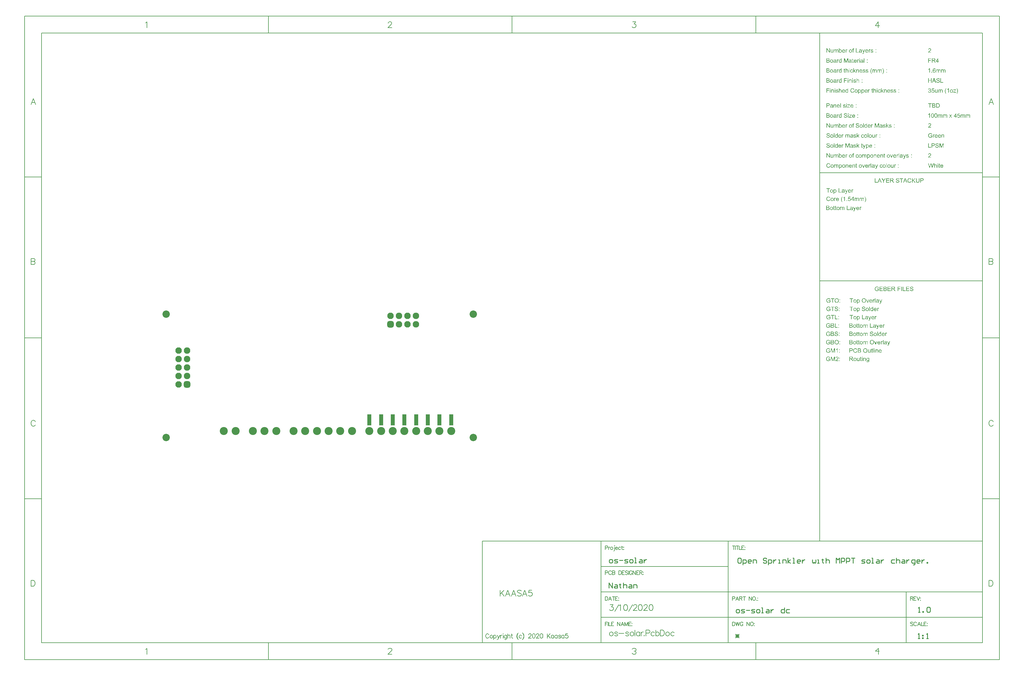
<source format=gbs>
G04*
G04 #@! TF.GenerationSoftware,Altium Limited,Altium Designer,20.2.4 (192)*
G04*
G04 Layer_Color=16711935*
%FSLAX44Y44*%
%MOMM*%
G71*
G04*
G04 #@! TF.SameCoordinates,49635633-0EA2-4BDF-9D0A-EC2E79484443*
G04*
G04*
G04 #@! TF.FilePolarity,Negative*
G04*
G01*
G75*
%ADD10C,0.2000*%
%ADD12C,0.2540*%
%ADD20C,0.1270*%
%ADD21C,0.1778*%
%ADD49C,2.4032*%
%ADD50C,1.9532*%
G04:AMPARAMS|DCode=51|XSize=1.9532mm|YSize=1.9532mm|CornerRadius=0.5391mm|HoleSize=0mm|Usage=FLASHONLY|Rotation=180.000|XOffset=0mm|YOffset=0mm|HoleType=Round|Shape=RoundedRectangle|*
%AMROUNDEDRECTD51*
21,1,1.9532,0.8750,0,0,180.0*
21,1,0.8750,1.9532,0,0,180.0*
1,1,1.0782,-0.4375,0.4375*
1,1,1.0782,0.4375,0.4375*
1,1,1.0782,0.4375,-0.4375*
1,1,1.0782,-0.4375,-0.4375*
%
%ADD51ROUNDEDRECTD51*%
G04:AMPARAMS|DCode=52|XSize=1.9532mm|YSize=1.9532mm|CornerRadius=0.5391mm|HoleSize=0mm|Usage=FLASHONLY|Rotation=270.000|XOffset=0mm|YOffset=0mm|HoleType=Round|Shape=RoundedRectangle|*
%AMROUNDEDRECTD52*
21,1,1.9532,0.8750,0,0,270.0*
21,1,0.8750,1.9532,0,0,270.0*
1,1,1.0782,-0.4375,-0.4375*
1,1,1.0782,-0.4375,0.4375*
1,1,1.0782,0.4375,0.4375*
1,1,1.0782,0.4375,-0.4375*
%
%ADD52ROUNDEDRECTD52*%
%ADD53C,2.2032*%
%ADD100R,1.2000X1.0000*%
%ADD101R,1.2032X1.2032*%
G36*
X2126701Y280781D02*
X2125121D01*
Y282576D01*
X2126701D01*
Y280781D01*
D02*
G37*
G36*
X2133763Y279240D02*
X2133958Y279221D01*
X2134192Y279182D01*
X2134465Y279123D01*
X2134718Y279045D01*
X2134991Y278948D01*
X2135031Y278928D01*
X2135108Y278889D01*
X2135226Y278831D01*
X2135382Y278733D01*
X2135557Y278616D01*
X2135733Y278480D01*
X2135908Y278324D01*
X2136045Y278148D01*
X2136064Y278129D01*
X2136103Y278070D01*
X2136162Y277953D01*
X2136240Y277816D01*
X2136318Y277660D01*
X2136396Y277465D01*
X2136474Y277231D01*
X2136533Y276997D01*
Y276978D01*
X2136552Y276919D01*
X2136572Y276802D01*
X2136591Y276646D01*
Y276431D01*
X2136611Y276158D01*
X2136630Y275846D01*
Y275456D01*
Y269760D01*
X2135050D01*
Y275397D01*
Y275417D01*
Y275437D01*
Y275554D01*
Y275729D01*
X2135031Y275944D01*
X2135011Y276158D01*
X2134972Y276412D01*
X2134913Y276626D01*
X2134855Y276822D01*
Y276841D01*
X2134816Y276900D01*
X2134777Y276997D01*
X2134718Y277095D01*
X2134621Y277231D01*
X2134504Y277348D01*
X2134367Y277485D01*
X2134211Y277602D01*
X2134192Y277621D01*
X2134133Y277641D01*
X2134036Y277699D01*
X2133899Y277758D01*
X2133743Y277797D01*
X2133548Y277855D01*
X2133353Y277875D01*
X2133119Y277894D01*
X2132943D01*
X2132768Y277855D01*
X2132514Y277816D01*
X2132241Y277738D01*
X2131968Y277621D01*
X2131656Y277465D01*
X2131383Y277251D01*
X2131344Y277212D01*
X2131266Y277114D01*
X2131149Y276958D01*
X2131090Y276841D01*
X2131031Y276705D01*
X2130954Y276549D01*
X2130895Y276373D01*
X2130836Y276178D01*
X2130778Y275963D01*
X2130719Y275710D01*
X2130700Y275437D01*
X2130661Y275144D01*
Y274832D01*
Y269760D01*
X2129081D01*
Y279045D01*
X2130505D01*
Y277719D01*
X2130524Y277738D01*
X2130544Y277777D01*
X2130602Y277855D01*
X2130700Y277953D01*
X2130797Y278070D01*
X2130934Y278207D01*
X2131071Y278343D01*
X2131246Y278499D01*
X2131461Y278636D01*
X2131675Y278772D01*
X2131909Y278909D01*
X2132182Y279026D01*
X2132456Y279123D01*
X2132768Y279201D01*
X2133099Y279240D01*
X2133450Y279260D01*
X2133587D01*
X2133763Y279240D01*
D02*
G37*
G36*
X2117669Y269760D02*
X2116265D01*
Y271106D01*
X2116245Y271087D01*
X2116206Y271047D01*
X2116147Y270969D01*
X2116069Y270872D01*
X2115952Y270735D01*
X2115816Y270618D01*
X2115660Y270462D01*
X2115484Y270326D01*
X2115289Y270189D01*
X2115075Y270033D01*
X2114821Y269916D01*
X2114567Y269799D01*
X2114275Y269682D01*
X2113982Y269604D01*
X2113651Y269565D01*
X2113319Y269545D01*
X2113182D01*
X2113026Y269565D01*
X2112812Y269584D01*
X2112578Y269623D01*
X2112324Y269682D01*
X2112051Y269760D01*
X2111778Y269858D01*
X2111739Y269877D01*
X2111661Y269916D01*
X2111544Y269974D01*
X2111388Y270072D01*
X2111212Y270189D01*
X2111037Y270326D01*
X2110881Y270462D01*
X2110724Y270638D01*
X2110705Y270657D01*
X2110666Y270716D01*
X2110607Y270833D01*
X2110549Y270969D01*
X2110451Y271145D01*
X2110373Y271340D01*
X2110295Y271555D01*
X2110237Y271808D01*
Y271828D01*
X2110217Y271906D01*
Y272003D01*
X2110198Y272159D01*
X2110178Y272374D01*
Y272628D01*
X2110159Y272920D01*
Y273271D01*
Y279045D01*
X2111739D01*
Y273876D01*
Y273857D01*
Y273818D01*
Y273759D01*
Y273681D01*
Y273466D01*
X2111758Y273213D01*
Y272940D01*
X2111778Y272666D01*
X2111797Y272413D01*
X2111817Y272218D01*
Y272198D01*
X2111856Y272120D01*
X2111895Y272003D01*
X2111953Y271867D01*
X2112032Y271711D01*
X2112149Y271535D01*
X2112285Y271379D01*
X2112441Y271243D01*
X2112461Y271223D01*
X2112539Y271184D01*
X2112636Y271126D01*
X2112773Y271067D01*
X2112948Y271008D01*
X2113143Y270950D01*
X2113378Y270911D01*
X2113631Y270891D01*
X2113748D01*
X2113885Y270911D01*
X2114060Y270930D01*
X2114255Y270969D01*
X2114470Y271047D01*
X2114704Y271126D01*
X2114938Y271243D01*
X2114958Y271262D01*
X2115036Y271320D01*
X2115153Y271399D01*
X2115289Y271516D01*
X2115426Y271652D01*
X2115582Y271828D01*
X2115699Y272023D01*
X2115816Y272237D01*
X2115835Y272276D01*
X2115855Y272354D01*
X2115894Y272491D01*
X2115952Y272706D01*
X2116011Y272959D01*
X2116050Y273271D01*
X2116069Y273642D01*
X2116089Y274051D01*
Y279045D01*
X2117669D01*
Y269760D01*
D02*
G37*
G36*
X2126701D02*
X2125121D01*
Y279045D01*
X2126701D01*
Y269760D01*
D02*
G37*
G36*
X2093656Y282557D02*
X2093812D01*
X2094202Y282537D01*
X2094612Y282498D01*
X2095041Y282420D01*
X2095450Y282342D01*
X2095645Y282284D01*
X2095821Y282225D01*
X2095840D01*
X2095860Y282206D01*
X2095977Y282167D01*
X2096133Y282069D01*
X2096328Y281933D01*
X2096562Y281776D01*
X2096796Y281562D01*
X2097030Y281308D01*
X2097245Y280996D01*
X2097265Y280957D01*
X2097323Y280840D01*
X2097421Y280665D01*
X2097518Y280430D01*
X2097616Y280138D01*
X2097713Y279806D01*
X2097772Y279455D01*
X2097791Y279065D01*
Y279045D01*
Y279006D01*
Y278928D01*
X2097772Y278831D01*
Y278714D01*
X2097752Y278577D01*
X2097674Y278265D01*
X2097577Y277894D01*
X2097421Y277524D01*
X2097186Y277134D01*
X2097050Y276939D01*
X2096894Y276763D01*
X2096855Y276724D01*
X2096796Y276685D01*
X2096738Y276607D01*
X2096640Y276549D01*
X2096523Y276451D01*
X2096387Y276373D01*
X2096231Y276275D01*
X2096055Y276178D01*
X2095840Y276080D01*
X2095626Y275983D01*
X2095372Y275885D01*
X2095119Y275788D01*
X2094826Y275710D01*
X2094514Y275651D01*
X2094182Y275593D01*
X2094221Y275573D01*
X2094299Y275534D01*
X2094417Y275476D01*
X2094553Y275397D01*
X2094885Y275183D01*
X2095060Y275066D01*
X2095197Y274949D01*
X2095236Y274910D01*
X2095333Y274832D01*
X2095470Y274676D01*
X2095645Y274481D01*
X2095860Y274227D01*
X2096094Y273934D01*
X2096348Y273603D01*
X2096601Y273232D01*
X2098825Y269760D01*
X2096699D01*
X2095002Y272413D01*
Y272432D01*
X2094963Y272472D01*
X2094924Y272530D01*
X2094885Y272608D01*
X2094748Y272803D01*
X2094573Y273057D01*
X2094377Y273349D01*
X2094163Y273642D01*
X2093968Y273915D01*
X2093773Y274169D01*
X2093753Y274188D01*
X2093695Y274266D01*
X2093597Y274383D01*
X2093500Y274520D01*
X2093207Y274793D01*
X2093071Y274929D01*
X2092914Y275027D01*
X2092895Y275046D01*
X2092856Y275066D01*
X2092778Y275105D01*
X2092680Y275163D01*
X2092446Y275280D01*
X2092154Y275378D01*
X2092134D01*
X2092095Y275397D01*
X2092017D01*
X2091920Y275417D01*
X2091783Y275437D01*
X2091627D01*
X2091432Y275456D01*
X2089247D01*
Y269760D01*
X2087550D01*
Y282576D01*
X2093500D01*
X2093656Y282557D01*
D02*
G37*
G36*
X2121980Y279045D02*
X2123560D01*
Y277816D01*
X2121980D01*
Y272374D01*
Y272354D01*
Y272276D01*
Y272159D01*
X2122000Y272023D01*
X2122019Y271730D01*
X2122039Y271613D01*
X2122058Y271516D01*
X2122078Y271477D01*
X2122117Y271399D01*
X2122195Y271301D01*
X2122312Y271203D01*
X2122351Y271184D01*
X2122448Y271164D01*
X2122624Y271126D01*
X2122858Y271106D01*
X2123053D01*
X2123151Y271126D01*
X2123268D01*
X2123560Y271164D01*
X2123775Y269779D01*
X2123736D01*
X2123658Y269760D01*
X2123541Y269741D01*
X2123365Y269721D01*
X2123190Y269682D01*
X2122995Y269662D01*
X2122585Y269643D01*
X2122448D01*
X2122292Y269662D01*
X2122097Y269682D01*
X2121883Y269701D01*
X2121649Y269760D01*
X2121434Y269818D01*
X2121239Y269897D01*
X2121219Y269916D01*
X2121161Y269955D01*
X2121083Y270014D01*
X2120985Y270092D01*
X2120868Y270189D01*
X2120771Y270306D01*
X2120654Y270443D01*
X2120576Y270599D01*
Y270618D01*
X2120556Y270696D01*
X2120517Y270813D01*
X2120498Y271008D01*
X2120459Y271262D01*
X2120439Y271399D01*
X2120420Y271574D01*
Y271769D01*
X2120400Y271984D01*
Y272218D01*
Y272472D01*
Y277816D01*
X2119230D01*
Y279045D01*
X2120400D01*
Y281328D01*
X2121980Y282284D01*
Y279045D01*
D02*
G37*
G36*
X2104307Y279240D02*
X2104482Y279221D01*
X2104658Y279201D01*
X2104872Y279162D01*
X2105107Y279104D01*
X2105594Y278948D01*
X2105848Y278850D01*
X2106121Y278733D01*
X2106374Y278577D01*
X2106628Y278402D01*
X2106882Y278207D01*
X2107116Y277992D01*
X2107135Y277973D01*
X2107174Y277934D01*
X2107233Y277855D01*
X2107311Y277758D01*
X2107408Y277641D01*
X2107506Y277485D01*
X2107623Y277290D01*
X2107740Y277095D01*
X2107838Y276861D01*
X2107955Y276588D01*
X2108052Y276314D01*
X2108150Y276002D01*
X2108228Y275671D01*
X2108286Y275300D01*
X2108325Y274929D01*
X2108345Y274520D01*
Y274500D01*
Y274442D01*
Y274344D01*
Y274227D01*
X2108325Y274071D01*
Y273895D01*
X2108306Y273700D01*
X2108286Y273486D01*
X2108208Y273037D01*
X2108111Y272569D01*
X2107974Y272101D01*
X2107798Y271691D01*
Y271672D01*
X2107779Y271652D01*
X2107701Y271516D01*
X2107564Y271340D01*
X2107389Y271106D01*
X2107174Y270852D01*
X2106901Y270599D01*
X2106589Y270345D01*
X2106218Y270111D01*
X2106199D01*
X2106179Y270092D01*
X2106121Y270053D01*
X2106043Y270033D01*
X2105828Y269935D01*
X2105555Y269838D01*
X2105224Y269721D01*
X2104853Y269643D01*
X2104443Y269565D01*
X2103994Y269545D01*
X2103799D01*
X2103663Y269565D01*
X2103507Y269584D01*
X2103312Y269604D01*
X2103097Y269643D01*
X2102863Y269701D01*
X2102375Y269858D01*
X2102102Y269955D01*
X2101849Y270072D01*
X2101576Y270209D01*
X2101322Y270384D01*
X2101069Y270579D01*
X2100834Y270794D01*
X2100815Y270813D01*
X2100776Y270852D01*
X2100717Y270930D01*
X2100659Y271028D01*
X2100561Y271164D01*
X2100464Y271320D01*
X2100347Y271496D01*
X2100249Y271711D01*
X2100132Y271964D01*
X2100015Y272218D01*
X2099917Y272530D01*
X2099839Y272842D01*
X2099762Y273193D01*
X2099703Y273564D01*
X2099664Y273974D01*
X2099644Y274403D01*
Y274442D01*
Y274520D01*
X2099664Y274656D01*
Y274832D01*
X2099684Y275046D01*
X2099722Y275280D01*
X2099762Y275554D01*
X2099820Y275846D01*
X2099898Y276158D01*
X2099996Y276470D01*
X2100113Y276783D01*
X2100249Y277095D01*
X2100405Y277407D01*
X2100600Y277699D01*
X2100815Y277973D01*
X2101069Y278226D01*
X2101088Y278246D01*
X2101127Y278265D01*
X2101185Y278324D01*
X2101283Y278382D01*
X2101400Y278460D01*
X2101537Y278558D01*
X2101693Y278655D01*
X2101888Y278753D01*
X2102083Y278831D01*
X2102297Y278928D01*
X2102805Y279104D01*
X2103370Y279221D01*
X2103682Y279240D01*
X2103994Y279260D01*
X2104170D01*
X2104307Y279240D01*
D02*
G37*
G36*
X2142716D02*
X2142853Y279221D01*
X2143029Y279182D01*
X2143399Y279084D01*
X2143614Y279026D01*
X2143828Y278928D01*
X2144062Y278831D01*
X2144296Y278694D01*
X2144511Y278538D01*
X2144745Y278363D01*
X2144960Y278148D01*
X2145155Y277914D01*
Y279045D01*
X2146598D01*
Y271008D01*
Y270989D01*
Y270911D01*
Y270813D01*
Y270657D01*
X2146579Y270482D01*
Y270287D01*
X2146559Y270053D01*
X2146540Y269818D01*
X2146481Y269331D01*
X2146403Y268824D01*
X2146306Y268355D01*
X2146228Y268141D01*
X2146150Y267965D01*
Y267946D01*
X2146130Y267926D01*
X2146072Y267809D01*
X2145954Y267653D01*
X2145818Y267439D01*
X2145623Y267204D01*
X2145389Y266970D01*
X2145096Y266736D01*
X2144765Y266522D01*
X2144745D01*
X2144726Y266502D01*
X2144667Y266483D01*
X2144589Y266444D01*
X2144394Y266346D01*
X2144121Y266268D01*
X2143770Y266171D01*
X2143360Y266073D01*
X2142911Y266015D01*
X2142404Y265995D01*
X2142248D01*
X2142131Y266015D01*
X2141995D01*
X2141819Y266034D01*
X2141448Y266093D01*
X2141019Y266190D01*
X2140571Y266307D01*
X2140122Y266502D01*
X2139712Y266756D01*
X2139693D01*
X2139673Y266795D01*
X2139556Y266892D01*
X2139400Y267068D01*
X2139205Y267322D01*
X2139030Y267634D01*
X2138873Y268024D01*
X2138776Y268472D01*
X2138737Y268726D01*
Y268999D01*
X2140258Y268785D01*
Y268746D01*
X2140278Y268668D01*
X2140317Y268550D01*
X2140356Y268395D01*
X2140434Y268219D01*
X2140531Y268043D01*
X2140649Y267887D01*
X2140805Y267751D01*
X2140824Y267731D01*
X2140922Y267673D01*
X2141039Y267614D01*
X2141234Y267536D01*
X2141448Y267439D01*
X2141721Y267380D01*
X2142053Y267322D01*
X2142404Y267302D01*
X2142580D01*
X2142775Y267322D01*
X2143029Y267361D01*
X2143302Y267419D01*
X2143575Y267497D01*
X2143848Y267595D01*
X2144082Y267751D01*
X2144101Y267770D01*
X2144179Y267829D01*
X2144277Y267926D01*
X2144413Y268063D01*
X2144550Y268238D01*
X2144667Y268433D01*
X2144784Y268687D01*
X2144882Y268960D01*
Y268980D01*
X2144901Y269058D01*
X2144921Y269194D01*
X2144940Y269389D01*
X2144979Y269662D01*
Y269838D01*
X2144999Y270014D01*
Y270228D01*
Y270443D01*
Y270696D01*
Y270969D01*
X2144979Y270950D01*
X2144960Y270911D01*
X2144901Y270852D01*
X2144823Y270774D01*
X2144706Y270696D01*
X2144589Y270579D01*
X2144296Y270365D01*
X2143926Y270150D01*
X2143477Y269955D01*
X2143243Y269877D01*
X2142989Y269818D01*
X2142716Y269779D01*
X2142443Y269760D01*
X2142268D01*
X2142131Y269779D01*
X2141975Y269799D01*
X2141780Y269838D01*
X2141585Y269877D01*
X2141351Y269935D01*
X2141117Y269994D01*
X2140883Y270092D01*
X2140629Y270209D01*
X2140395Y270345D01*
X2140141Y270501D01*
X2139907Y270677D01*
X2139693Y270891D01*
X2139478Y271126D01*
X2139459Y271145D01*
X2139439Y271184D01*
X2139381Y271262D01*
X2139322Y271379D01*
X2139244Y271516D01*
X2139147Y271672D01*
X2139049Y271847D01*
X2138951Y272062D01*
X2138854Y272296D01*
X2138756Y272549D01*
X2138678Y272823D01*
X2138581Y273115D01*
X2138464Y273739D01*
X2138444Y274091D01*
X2138425Y274442D01*
Y274461D01*
Y274500D01*
Y274578D01*
Y274676D01*
X2138444Y274793D01*
Y274929D01*
X2138483Y275242D01*
X2138542Y275632D01*
X2138620Y276041D01*
X2138737Y276470D01*
X2138893Y276900D01*
Y276919D01*
X2138912Y276958D01*
X2138951Y277017D01*
X2138990Y277095D01*
X2139088Y277290D01*
X2139244Y277543D01*
X2139459Y277816D01*
X2139693Y278109D01*
X2139966Y278382D01*
X2140297Y278636D01*
X2140317D01*
X2140336Y278655D01*
X2140395Y278694D01*
X2140453Y278733D01*
X2140649Y278831D01*
X2140902Y278948D01*
X2141234Y279065D01*
X2141585Y279162D01*
X2141995Y279240D01*
X2142443Y279260D01*
X2142599D01*
X2142716Y279240D01*
D02*
G37*
G36*
X2163511Y305781D02*
X2161931D01*
Y307576D01*
X2163511D01*
Y305781D01*
D02*
G37*
G36*
X2105360Y307771D02*
X2105516Y307752D01*
X2105711Y307732D01*
X2105926Y307713D01*
X2106160Y307674D01*
X2106667Y307557D01*
X2107213Y307381D01*
X2107486Y307264D01*
X2107759Y307127D01*
X2108013Y306971D01*
X2108267Y306796D01*
X2108286Y306776D01*
X2108325Y306757D01*
X2108384Y306698D01*
X2108481Y306620D01*
X2108579Y306523D01*
X2108715Y306386D01*
X2108852Y306250D01*
X2108988Y306094D01*
X2109144Y305899D01*
X2109281Y305704D01*
X2109437Y305469D01*
X2109593Y305216D01*
X2109730Y304962D01*
X2109866Y304670D01*
X2110100Y304045D01*
X2108423Y303655D01*
Y303675D01*
X2108403Y303714D01*
X2108384Y303792D01*
X2108345Y303889D01*
X2108286Y304006D01*
X2108228Y304143D01*
X2108091Y304436D01*
X2107915Y304767D01*
X2107681Y305118D01*
X2107428Y305430D01*
X2107116Y305704D01*
X2107077Y305723D01*
X2106960Y305801D01*
X2106784Y305899D01*
X2106530Y306035D01*
X2106238Y306152D01*
X2105867Y306250D01*
X2105458Y306328D01*
X2104989Y306347D01*
X2104853D01*
X2104755Y306328D01*
X2104619D01*
X2104482Y306308D01*
X2104131Y306250D01*
X2103741Y306172D01*
X2103331Y306035D01*
X2102922Y305860D01*
X2102531Y305625D01*
X2102512D01*
X2102493Y305586D01*
X2102375Y305489D01*
X2102200Y305333D01*
X2101985Y305118D01*
X2101771Y304845D01*
X2101537Y304533D01*
X2101322Y304143D01*
X2101147Y303714D01*
Y303694D01*
X2101127Y303655D01*
X2101107Y303597D01*
X2101088Y303499D01*
X2101049Y303402D01*
X2101030Y303265D01*
X2100951Y302953D01*
X2100873Y302582D01*
X2100815Y302173D01*
X2100776Y301724D01*
X2100756Y301256D01*
Y301236D01*
Y301178D01*
Y301100D01*
Y300983D01*
X2100776Y300846D01*
Y300671D01*
X2100795Y300495D01*
X2100815Y300300D01*
X2100873Y299851D01*
X2100951Y299364D01*
X2101069Y298876D01*
X2101225Y298408D01*
Y298388D01*
X2101244Y298349D01*
X2101283Y298291D01*
X2101322Y298213D01*
X2101420Y297979D01*
X2101576Y297725D01*
X2101790Y297413D01*
X2102044Y297120D01*
X2102336Y296828D01*
X2102688Y296574D01*
X2102707D01*
X2102727Y296555D01*
X2102785Y296516D01*
X2102863Y296477D01*
X2103078Y296399D01*
X2103351Y296282D01*
X2103663Y296184D01*
X2104034Y296086D01*
X2104443Y296008D01*
X2104872Y295989D01*
X2105009D01*
X2105107Y296008D01*
X2105224D01*
X2105380Y296028D01*
X2105711Y296086D01*
X2106082Y296184D01*
X2106492Y296340D01*
X2106882Y296535D01*
X2107272Y296808D01*
X2107291Y296828D01*
X2107311Y296847D01*
X2107428Y296964D01*
X2107603Y297159D01*
X2107818Y297413D01*
X2108033Y297764D01*
X2108267Y298174D01*
X2108462Y298681D01*
X2108618Y299247D01*
X2110315Y298817D01*
Y298798D01*
X2110295Y298720D01*
X2110256Y298622D01*
X2110217Y298466D01*
X2110139Y298310D01*
X2110061Y298096D01*
X2109983Y297881D01*
X2109866Y297647D01*
X2109613Y297120D01*
X2109261Y296594D01*
X2108871Y296086D01*
X2108637Y295852D01*
X2108384Y295638D01*
X2108364Y295618D01*
X2108325Y295599D01*
X2108247Y295540D01*
X2108130Y295462D01*
X2107993Y295384D01*
X2107838Y295287D01*
X2107662Y295189D01*
X2107447Y295092D01*
X2107213Y294994D01*
X2106960Y294897D01*
X2106667Y294799D01*
X2106374Y294721D01*
X2105731Y294584D01*
X2105380Y294565D01*
X2105009Y294545D01*
X2104814D01*
X2104658Y294565D01*
X2104482D01*
X2104287Y294584D01*
X2104053Y294623D01*
X2103819Y294643D01*
X2103273Y294760D01*
X2102707Y294897D01*
X2102161Y295111D01*
X2101888Y295228D01*
X2101634Y295384D01*
X2101615Y295404D01*
X2101576Y295423D01*
X2101517Y295482D01*
X2101420Y295540D01*
X2101185Y295735D01*
X2100912Y296008D01*
X2100581Y296340D01*
X2100269Y296769D01*
X2099937Y297257D01*
X2099664Y297823D01*
Y297842D01*
X2099644Y297901D01*
X2099605Y297979D01*
X2099566Y298096D01*
X2099508Y298252D01*
X2099449Y298427D01*
X2099391Y298622D01*
X2099332Y298857D01*
X2099274Y299090D01*
X2099215Y299364D01*
X2099098Y299949D01*
X2099020Y300573D01*
X2099001Y301256D01*
Y301275D01*
Y301353D01*
Y301451D01*
X2099020Y301588D01*
Y301763D01*
X2099040Y301978D01*
X2099059Y302192D01*
X2099098Y302446D01*
X2099196Y302992D01*
X2099313Y303577D01*
X2099508Y304182D01*
X2099762Y304748D01*
Y304767D01*
X2099801Y304806D01*
X2099839Y304884D01*
X2099898Y305001D01*
X2099976Y305118D01*
X2100074Y305255D01*
X2100327Y305586D01*
X2100620Y305957D01*
X2100990Y306328D01*
X2101439Y306698D01*
X2101927Y307010D01*
X2101946D01*
X2101985Y307050D01*
X2102063Y307089D01*
X2102180Y307127D01*
X2102297Y307186D01*
X2102453Y307264D01*
X2102649Y307323D01*
X2102844Y307401D01*
X2103058Y307479D01*
X2103292Y307537D01*
X2103819Y307674D01*
X2104404Y307752D01*
X2105028Y307791D01*
X2105224D01*
X2105360Y307771D01*
D02*
G37*
G36*
X2170573Y304240D02*
X2170768Y304221D01*
X2171002Y304182D01*
X2171275Y304123D01*
X2171528Y304045D01*
X2171802Y303948D01*
X2171841Y303928D01*
X2171919Y303889D01*
X2172036Y303831D01*
X2172192Y303733D01*
X2172367Y303616D01*
X2172543Y303480D01*
X2172718Y303324D01*
X2172855Y303148D01*
X2172874Y303129D01*
X2172914Y303070D01*
X2172972Y302953D01*
X2173050Y302816D01*
X2173128Y302660D01*
X2173206Y302465D01*
X2173284Y302231D01*
X2173343Y301997D01*
Y301978D01*
X2173362Y301919D01*
X2173382Y301802D01*
X2173401Y301646D01*
Y301431D01*
X2173421Y301158D01*
X2173440Y300846D01*
Y300456D01*
Y294760D01*
X2171860D01*
Y300397D01*
Y300417D01*
Y300436D01*
Y300554D01*
Y300729D01*
X2171841Y300944D01*
X2171821Y301158D01*
X2171782Y301412D01*
X2171723Y301626D01*
X2171665Y301821D01*
Y301841D01*
X2171626Y301900D01*
X2171587Y301997D01*
X2171528Y302095D01*
X2171431Y302231D01*
X2171314Y302348D01*
X2171177Y302485D01*
X2171021Y302602D01*
X2171002Y302621D01*
X2170943Y302641D01*
X2170846Y302699D01*
X2170709Y302758D01*
X2170553Y302797D01*
X2170358Y302855D01*
X2170163Y302875D01*
X2169929Y302894D01*
X2169753D01*
X2169578Y302855D01*
X2169324Y302816D01*
X2169051Y302738D01*
X2168778Y302621D01*
X2168466Y302465D01*
X2168193Y302251D01*
X2168154Y302212D01*
X2168076Y302114D01*
X2167959Y301958D01*
X2167900Y301841D01*
X2167842Y301705D01*
X2167764Y301548D01*
X2167705Y301373D01*
X2167646Y301178D01*
X2167588Y300963D01*
X2167529Y300710D01*
X2167510Y300436D01*
X2167471Y300144D01*
Y299832D01*
Y294760D01*
X2165891D01*
Y304045D01*
X2167315D01*
Y302719D01*
X2167334Y302738D01*
X2167354Y302777D01*
X2167413Y302855D01*
X2167510Y302953D01*
X2167608Y303070D01*
X2167744Y303207D01*
X2167881Y303343D01*
X2168056Y303499D01*
X2168271Y303636D01*
X2168485Y303772D01*
X2168719Y303909D01*
X2168992Y304026D01*
X2169266Y304123D01*
X2169578Y304201D01*
X2169909Y304240D01*
X2170260Y304260D01*
X2170397D01*
X2170573Y304240D01*
D02*
G37*
G36*
X2150500Y294760D02*
X2149095D01*
Y296106D01*
X2149076Y296086D01*
X2149037Y296047D01*
X2148978Y295969D01*
X2148900Y295872D01*
X2148783Y295735D01*
X2148647Y295618D01*
X2148490Y295462D01*
X2148315Y295326D01*
X2148120Y295189D01*
X2147905Y295033D01*
X2147652Y294916D01*
X2147398Y294799D01*
X2147106Y294682D01*
X2146813Y294604D01*
X2146481Y294565D01*
X2146150Y294545D01*
X2146013D01*
X2145857Y294565D01*
X2145642Y294584D01*
X2145408Y294623D01*
X2145155Y294682D01*
X2144882Y294760D01*
X2144608Y294858D01*
X2144570Y294877D01*
X2144491Y294916D01*
X2144375Y294974D01*
X2144218Y295072D01*
X2144043Y295189D01*
X2143867Y295326D01*
X2143711Y295462D01*
X2143555Y295638D01*
X2143536Y295657D01*
X2143497Y295716D01*
X2143438Y295833D01*
X2143380Y295969D01*
X2143282Y296145D01*
X2143204Y296340D01*
X2143126Y296555D01*
X2143067Y296808D01*
Y296828D01*
X2143048Y296906D01*
Y297003D01*
X2143029Y297159D01*
X2143009Y297374D01*
Y297628D01*
X2142989Y297920D01*
Y298271D01*
Y304045D01*
X2144570D01*
Y298876D01*
Y298857D01*
Y298817D01*
Y298759D01*
Y298681D01*
Y298466D01*
X2144589Y298213D01*
Y297940D01*
X2144608Y297666D01*
X2144628Y297413D01*
X2144648Y297218D01*
Y297198D01*
X2144687Y297120D01*
X2144726Y297003D01*
X2144784Y296867D01*
X2144862Y296711D01*
X2144979Y296535D01*
X2145116Y296379D01*
X2145272Y296243D01*
X2145291Y296223D01*
X2145369Y296184D01*
X2145467Y296125D01*
X2145603Y296067D01*
X2145779Y296008D01*
X2145974Y295950D01*
X2146208Y295911D01*
X2146462Y295891D01*
X2146579D01*
X2146715Y295911D01*
X2146891Y295930D01*
X2147086Y295969D01*
X2147301Y296047D01*
X2147535Y296125D01*
X2147769Y296243D01*
X2147788Y296262D01*
X2147866Y296320D01*
X2147983Y296399D01*
X2148120Y296516D01*
X2148256Y296652D01*
X2148412Y296828D01*
X2148530Y297023D01*
X2148647Y297237D01*
X2148666Y297276D01*
X2148685Y297354D01*
X2148725Y297491D01*
X2148783Y297705D01*
X2148842Y297959D01*
X2148881Y298271D01*
X2148900Y298642D01*
X2148920Y299051D01*
Y304045D01*
X2150500D01*
Y294760D01*
D02*
G37*
G36*
X2163511D02*
X2161931D01*
Y304045D01*
X2163511D01*
Y294760D01*
D02*
G37*
G36*
X2159492D02*
X2157912D01*
Y307576D01*
X2159492D01*
Y294760D01*
D02*
G37*
G36*
X2117493Y307557D02*
X2117630D01*
X2117962Y307537D01*
X2118332Y307479D01*
X2118723Y307420D01*
X2119113Y307323D01*
X2119464Y307186D01*
X2119483D01*
X2119503Y307167D01*
X2119620Y307108D01*
X2119776Y307010D01*
X2119971Y306893D01*
X2120205Y306718D01*
X2120439Y306503D01*
X2120654Y306269D01*
X2120868Y305977D01*
X2120888Y305938D01*
X2120946Y305840D01*
X2121024Y305665D01*
X2121122Y305450D01*
X2121219Y305196D01*
X2121297Y304923D01*
X2121356Y304611D01*
X2121375Y304279D01*
Y304240D01*
Y304143D01*
X2121356Y303987D01*
X2121317Y303772D01*
X2121258Y303538D01*
X2121180Y303285D01*
X2121083Y302992D01*
X2120927Y302719D01*
X2120907Y302680D01*
X2120849Y302602D01*
X2120732Y302465D01*
X2120595Y302309D01*
X2120400Y302114D01*
X2120166Y301939D01*
X2119893Y301744D01*
X2119561Y301568D01*
X2119581D01*
X2119620Y301548D01*
X2119678Y301529D01*
X2119756Y301509D01*
X2119971Y301412D01*
X2120224Y301295D01*
X2120517Y301119D01*
X2120810Y300924D01*
X2121102Y300690D01*
X2121356Y300397D01*
X2121375Y300359D01*
X2121454Y300261D01*
X2121551Y300085D01*
X2121688Y299851D01*
X2121805Y299559D01*
X2121902Y299247D01*
X2121980Y298876D01*
X2122000Y298466D01*
Y298427D01*
Y298310D01*
X2121980Y298135D01*
X2121961Y297920D01*
X2121902Y297666D01*
X2121844Y297374D01*
X2121746Y297081D01*
X2121609Y296789D01*
X2121590Y296750D01*
X2121551Y296652D01*
X2121454Y296516D01*
X2121356Y296340D01*
X2121219Y296145D01*
X2121063Y295950D01*
X2120868Y295755D01*
X2120673Y295579D01*
X2120654Y295560D01*
X2120576Y295521D01*
X2120459Y295443D01*
X2120283Y295345D01*
X2120088Y295248D01*
X2119834Y295150D01*
X2119561Y295053D01*
X2119269Y294955D01*
X2119230D01*
X2119113Y294916D01*
X2118937Y294897D01*
X2118703Y294858D01*
X2118391Y294818D01*
X2118040Y294799D01*
X2117650Y294760D01*
X2112324D01*
Y307576D01*
X2117357D01*
X2117493Y307557D01*
D02*
G37*
G36*
X2093090D02*
X2093402Y307537D01*
X2093734Y307518D01*
X2094046Y307479D01*
X2094319Y307440D01*
X2094358D01*
X2094475Y307401D01*
X2094651Y307362D01*
X2094865Y307303D01*
X2095119Y307225D01*
X2095372Y307127D01*
X2095645Y306991D01*
X2095899Y306835D01*
X2095919Y306815D01*
X2096016Y306757D01*
X2096133Y306659D01*
X2096270Y306523D01*
X2096426Y306347D01*
X2096601Y306133D01*
X2096777Y305899D01*
X2096933Y305606D01*
X2096952Y305567D01*
X2096991Y305469D01*
X2097050Y305313D01*
X2097128Y305099D01*
X2097206Y304845D01*
X2097265Y304553D01*
X2097304Y304221D01*
X2097323Y303870D01*
Y303850D01*
Y303792D01*
Y303714D01*
X2097304Y303597D01*
X2097284Y303460D01*
X2097265Y303285D01*
X2097245Y303109D01*
X2097186Y302914D01*
X2097070Y302465D01*
X2096874Y302017D01*
X2096757Y301782D01*
X2096621Y301548D01*
X2096465Y301314D01*
X2096270Y301100D01*
X2096250Y301080D01*
X2096211Y301061D01*
X2096153Y301002D01*
X2096075Y300924D01*
X2095938Y300846D01*
X2095802Y300749D01*
X2095626Y300651D01*
X2095411Y300554D01*
X2095177Y300436D01*
X2094904Y300339D01*
X2094592Y300242D01*
X2094261Y300163D01*
X2093870Y300085D01*
X2093461Y300027D01*
X2093012Y300007D01*
X2092524Y299988D01*
X2089247D01*
Y294760D01*
X2087550D01*
Y307576D01*
X2092797D01*
X2093090Y307557D01*
D02*
G37*
G36*
X2154811Y304045D02*
X2156391D01*
Y302816D01*
X2154811D01*
Y297374D01*
Y297354D01*
Y297276D01*
Y297159D01*
X2154830Y297023D01*
X2154850Y296730D01*
X2154869Y296613D01*
X2154889Y296516D01*
X2154908Y296477D01*
X2154947Y296399D01*
X2155025Y296301D01*
X2155142Y296203D01*
X2155181Y296184D01*
X2155279Y296164D01*
X2155455Y296125D01*
X2155689Y296106D01*
X2155884D01*
X2155981Y296125D01*
X2156098D01*
X2156391Y296164D01*
X2156606Y294779D01*
X2156566D01*
X2156488Y294760D01*
X2156371Y294740D01*
X2156196Y294721D01*
X2156020Y294682D01*
X2155825Y294662D01*
X2155415Y294643D01*
X2155279D01*
X2155123Y294662D01*
X2154928Y294682D01*
X2154713Y294701D01*
X2154479Y294760D01*
X2154265Y294818D01*
X2154070Y294897D01*
X2154050Y294916D01*
X2153992Y294955D01*
X2153914Y295014D01*
X2153816Y295092D01*
X2153699Y295189D01*
X2153601Y295306D01*
X2153484Y295443D01*
X2153406Y295599D01*
Y295618D01*
X2153387Y295696D01*
X2153348Y295813D01*
X2153328Y296008D01*
X2153289Y296262D01*
X2153270Y296399D01*
X2153250Y296574D01*
Y296769D01*
X2153231Y296984D01*
Y297218D01*
Y297471D01*
Y302816D01*
X2152060D01*
Y304045D01*
X2153231D01*
Y306328D01*
X2154811Y307284D01*
Y304045D01*
D02*
G37*
G36*
X2179956Y304240D02*
X2180112Y304221D01*
X2180307Y304201D01*
X2180502Y304162D01*
X2180736Y304104D01*
X2181204Y303948D01*
X2181458Y303850D01*
X2181711Y303714D01*
X2181965Y303577D01*
X2182218Y303402D01*
X2182453Y303207D01*
X2182687Y302973D01*
X2182706Y302953D01*
X2182745Y302914D01*
X2182804Y302836D01*
X2182882Y302738D01*
X2182960Y302602D01*
X2183057Y302446D01*
X2183174Y302270D01*
X2183291Y302056D01*
X2183389Y301802D01*
X2183506Y301548D01*
X2183603Y301256D01*
X2183701Y300924D01*
X2183759Y300593D01*
X2183818Y300222D01*
X2183857Y299832D01*
X2183876Y299403D01*
Y299383D01*
Y299305D01*
Y299169D01*
X2183857Y298993D01*
X2176951D01*
Y298974D01*
Y298934D01*
X2176971Y298837D01*
Y298739D01*
X2176991Y298603D01*
X2177010Y298466D01*
X2177088Y298115D01*
X2177205Y297745D01*
X2177342Y297354D01*
X2177556Y296964D01*
X2177810Y296633D01*
X2177849Y296594D01*
X2177946Y296516D01*
X2178122Y296379D01*
X2178336Y296243D01*
X2178629Y296086D01*
X2178961Y295950D01*
X2179331Y295872D01*
X2179741Y295833D01*
X2179897D01*
X2180053Y295852D01*
X2180248Y295891D01*
X2180482Y295950D01*
X2180736Y296028D01*
X2180990Y296125D01*
X2181224Y296282D01*
X2181243Y296301D01*
X2181321Y296379D01*
X2181438Y296477D01*
X2181575Y296652D01*
X2181731Y296847D01*
X2181887Y297101D01*
X2182043Y297413D01*
X2182199Y297764D01*
X2183818Y297549D01*
Y297530D01*
X2183799Y297491D01*
X2183779Y297413D01*
X2183740Y297315D01*
X2183701Y297198D01*
X2183642Y297062D01*
X2183486Y296730D01*
X2183291Y296379D01*
X2183057Y296008D01*
X2182745Y295638D01*
X2182394Y295326D01*
X2182375D01*
X2182355Y295287D01*
X2182296Y295248D01*
X2182199Y295209D01*
X2182101Y295150D01*
X2181984Y295072D01*
X2181848Y295014D01*
X2181672Y294935D01*
X2181302Y294799D01*
X2180833Y294662D01*
X2180326Y294584D01*
X2179741Y294545D01*
X2179546D01*
X2179409Y294565D01*
X2179234Y294584D01*
X2179039Y294604D01*
X2178824Y294643D01*
X2178571Y294701D01*
X2178063Y294858D01*
X2177790Y294955D01*
X2177537Y295072D01*
X2177264Y295209D01*
X2177010Y295384D01*
X2176756Y295579D01*
X2176522Y295794D01*
X2176503Y295813D01*
X2176464Y295852D01*
X2176405Y295930D01*
X2176347Y296028D01*
X2176249Y296145D01*
X2176152Y296301D01*
X2176035Y296496D01*
X2175937Y296711D01*
X2175820Y296945D01*
X2175703Y297198D01*
X2175605Y297491D01*
X2175527Y297803D01*
X2175449Y298135D01*
X2175391Y298505D01*
X2175352Y298895D01*
X2175332Y299305D01*
Y299325D01*
Y299403D01*
Y299539D01*
X2175352Y299695D01*
X2175371Y299890D01*
X2175391Y300124D01*
X2175430Y300378D01*
X2175488Y300651D01*
X2175625Y301236D01*
X2175723Y301529D01*
X2175840Y301841D01*
X2175976Y302134D01*
X2176132Y302426D01*
X2176308Y302699D01*
X2176522Y302953D01*
X2176542Y302973D01*
X2176581Y303011D01*
X2176639Y303070D01*
X2176737Y303167D01*
X2176854Y303265D01*
X2177010Y303363D01*
X2177166Y303480D01*
X2177361Y303616D01*
X2177576Y303733D01*
X2177810Y303850D01*
X2178063Y303948D01*
X2178356Y304065D01*
X2178649Y304143D01*
X2178961Y304201D01*
X2179292Y304240D01*
X2179644Y304260D01*
X2179819D01*
X2179956Y304240D01*
D02*
G37*
G36*
X2135206Y307771D02*
X2135362D01*
X2135557Y307752D01*
X2135752Y307713D01*
X2135986Y307693D01*
X2136474Y307576D01*
X2137020Y307420D01*
X2137566Y307225D01*
X2137840Y307089D01*
X2138113Y306932D01*
X2138132D01*
X2138171Y306893D01*
X2138249Y306854D01*
X2138347Y306776D01*
X2138464Y306698D01*
X2138600Y306581D01*
X2138912Y306328D01*
X2139264Y305996D01*
X2139634Y305586D01*
X2139966Y305118D01*
X2140278Y304572D01*
Y304553D01*
X2140317Y304494D01*
X2140356Y304416D01*
X2140395Y304299D01*
X2140453Y304162D01*
X2140512Y303987D01*
X2140590Y303792D01*
X2140668Y303577D01*
X2140727Y303324D01*
X2140805Y303070D01*
X2140922Y302485D01*
X2141000Y301841D01*
X2141039Y301139D01*
Y301119D01*
Y301061D01*
Y300944D01*
X2141019Y300807D01*
Y300632D01*
X2141000Y300436D01*
X2140980Y300222D01*
X2140941Y299968D01*
X2140844Y299422D01*
X2140707Y298837D01*
X2140512Y298232D01*
X2140239Y297647D01*
Y297628D01*
X2140200Y297589D01*
X2140161Y297511D01*
X2140102Y297393D01*
X2140005Y297276D01*
X2139907Y297120D01*
X2139673Y296789D01*
X2139361Y296418D01*
X2138971Y296028D01*
X2138522Y295657D01*
X2138015Y295326D01*
X2137996D01*
X2137957Y295287D01*
X2137879Y295248D01*
X2137762Y295209D01*
X2137625Y295150D01*
X2137469Y295072D01*
X2137293Y295014D01*
X2137079Y294935D01*
X2136630Y294799D01*
X2136103Y294662D01*
X2135518Y294584D01*
X2134913Y294545D01*
X2134738D01*
X2134601Y294565D01*
X2134445D01*
X2134270Y294584D01*
X2134055Y294623D01*
X2133821Y294662D01*
X2133333Y294760D01*
X2132787Y294916D01*
X2132222Y295131D01*
X2131948Y295248D01*
X2131675Y295404D01*
X2131656Y295423D01*
X2131617Y295443D01*
X2131539Y295501D01*
X2131441Y295560D01*
X2131324Y295657D01*
X2131188Y295755D01*
X2130876Y296028D01*
X2130524Y296379D01*
X2130154Y296769D01*
X2129822Y297257D01*
X2129510Y297784D01*
Y297803D01*
X2129471Y297862D01*
X2129451Y297940D01*
X2129393Y298057D01*
X2129334Y298193D01*
X2129276Y298349D01*
X2129217Y298544D01*
X2129159Y298759D01*
X2129081Y298993D01*
X2129022Y299227D01*
X2128905Y299773D01*
X2128827Y300359D01*
X2128788Y300983D01*
Y301022D01*
Y301119D01*
X2128808Y301295D01*
Y301509D01*
X2128847Y301782D01*
X2128886Y302095D01*
X2128925Y302426D01*
X2129003Y302816D01*
X2129100Y303207D01*
X2129198Y303616D01*
X2129334Y304026D01*
X2129510Y304436D01*
X2129705Y304845D01*
X2129920Y305255D01*
X2130193Y305625D01*
X2130485Y305977D01*
X2130505Y305996D01*
X2130563Y306055D01*
X2130661Y306152D01*
X2130797Y306269D01*
X2130973Y306406D01*
X2131168Y306542D01*
X2131402Y306718D01*
X2131675Y306893D01*
X2131987Y307050D01*
X2132319Y307225D01*
X2132690Y307362D01*
X2133080Y307518D01*
X2133489Y307615D01*
X2133938Y307713D01*
X2134426Y307771D01*
X2134913Y307791D01*
X2135089D01*
X2135206Y307771D01*
D02*
G37*
G36*
X2024299Y282771D02*
X2024456D01*
X2024787Y282732D01*
X2025158Y282674D01*
X2025587Y282596D01*
X2026016Y282479D01*
X2026445Y282323D01*
X2026465D01*
X2026504Y282303D01*
X2026562Y282284D01*
X2026640Y282244D01*
X2026835Y282147D01*
X2027089Y281991D01*
X2027382Y281815D01*
X2027674Y281601D01*
X2027967Y281367D01*
X2028220Y281074D01*
X2028240Y281035D01*
X2028318Y280938D01*
X2028435Y280762D01*
X2028591Y280508D01*
X2028747Y280216D01*
X2028903Y279865D01*
X2029059Y279455D01*
X2029196Y278987D01*
X2027655Y278558D01*
Y278577D01*
X2027635Y278597D01*
X2027616Y278714D01*
X2027538Y278889D01*
X2027460Y279123D01*
X2027362Y279357D01*
X2027245Y279611D01*
X2027108Y279865D01*
X2026953Y280099D01*
X2026933Y280118D01*
X2026874Y280196D01*
X2026777Y280294D01*
X2026640Y280430D01*
X2026465Y280567D01*
X2026250Y280723D01*
X2026016Y280860D01*
X2025724Y280996D01*
X2025685Y281016D01*
X2025587Y281055D01*
X2025411Y281113D01*
X2025197Y281172D01*
X2024943Y281230D01*
X2024651Y281289D01*
X2024319Y281328D01*
X2023968Y281347D01*
X2023773D01*
X2023558Y281328D01*
X2023285Y281308D01*
X2022973Y281250D01*
X2022622Y281191D01*
X2022290Y281094D01*
X2021959Y280977D01*
X2021920Y280957D01*
X2021822Y280918D01*
X2021666Y280840D01*
X2021471Y280723D01*
X2021256Y280586D01*
X2021022Y280430D01*
X2020808Y280255D01*
X2020593Y280040D01*
X2020574Y280021D01*
X2020515Y279943D01*
X2020417Y279826D01*
X2020300Y279670D01*
X2020164Y279475D01*
X2020027Y279260D01*
X2019910Y279026D01*
X2019793Y278772D01*
Y278753D01*
X2019774Y278714D01*
X2019754Y278655D01*
X2019715Y278558D01*
X2019676Y278460D01*
X2019637Y278324D01*
X2019559Y278011D01*
X2019462Y277621D01*
X2019384Y277192D01*
X2019325Y276705D01*
X2019306Y276197D01*
Y276178D01*
Y276119D01*
Y276041D01*
X2019325Y275905D01*
Y275768D01*
X2019345Y275593D01*
X2019364Y275397D01*
X2019384Y275202D01*
X2019442Y274734D01*
X2019559Y274247D01*
X2019696Y273778D01*
X2019891Y273310D01*
Y273291D01*
X2019910Y273252D01*
X2019949Y273193D01*
X2020008Y273115D01*
X2020144Y272920D01*
X2020320Y272666D01*
X2020554Y272393D01*
X2020847Y272101D01*
X2021198Y271828D01*
X2021588Y271594D01*
X2021608D01*
X2021647Y271574D01*
X2021705Y271535D01*
X2021783Y271516D01*
X2021881Y271477D01*
X2022017Y271418D01*
X2022310Y271320D01*
X2022680Y271223D01*
X2023071Y271125D01*
X2023519Y271067D01*
X2023987Y271047D01*
X2024182D01*
X2024397Y271067D01*
X2024670Y271106D01*
X2024982Y271145D01*
X2025353Y271223D01*
X2025743Y271320D01*
X2026133Y271457D01*
X2026153D01*
X2026172Y271477D01*
X2026231Y271496D01*
X2026309Y271535D01*
X2026504Y271613D01*
X2026738Y271730D01*
X2026991Y271867D01*
X2027245Y272023D01*
X2027499Y272198D01*
X2027733Y272374D01*
Y274793D01*
X2023968D01*
Y276295D01*
X2029391D01*
Y271535D01*
X2029371Y271516D01*
X2029332Y271496D01*
X2029274Y271438D01*
X2029176Y271379D01*
X2029059Y271282D01*
X2028923Y271203D01*
X2028591Y270969D01*
X2028201Y270735D01*
X2027772Y270482D01*
X2027284Y270248D01*
X2026796Y270033D01*
X2026777D01*
X2026738Y270014D01*
X2026660Y269994D01*
X2026562Y269955D01*
X2026445Y269916D01*
X2026309Y269877D01*
X2026133Y269838D01*
X2025958Y269799D01*
X2025548Y269701D01*
X2025099Y269623D01*
X2024592Y269565D01*
X2024085Y269545D01*
X2023909D01*
X2023773Y269565D01*
X2023597D01*
X2023402Y269584D01*
X2023188Y269604D01*
X2022953Y269643D01*
X2022407Y269740D01*
X2021842Y269877D01*
X2021237Y270072D01*
X2020652Y270345D01*
X2020632Y270365D01*
X2020593Y270384D01*
X2020496Y270423D01*
X2020398Y270501D01*
X2020262Y270579D01*
X2020125Y270677D01*
X2019793Y270930D01*
X2019403Y271262D01*
X2019032Y271672D01*
X2018662Y272140D01*
X2018330Y272666D01*
Y272686D01*
X2018291Y272745D01*
X2018252Y272823D01*
X2018213Y272940D01*
X2018155Y273076D01*
X2018077Y273252D01*
X2018018Y273447D01*
X2017940Y273681D01*
X2017862Y273915D01*
X2017804Y274188D01*
X2017667Y274773D01*
X2017589Y275417D01*
X2017550Y276100D01*
Y276119D01*
Y276178D01*
Y276275D01*
X2017569Y276412D01*
Y276588D01*
X2017589Y276782D01*
X2017608Y276997D01*
X2017648Y277231D01*
X2017745Y277777D01*
X2017882Y278363D01*
X2018077Y278987D01*
X2018330Y279592D01*
Y279611D01*
X2018369Y279670D01*
X2018408Y279748D01*
X2018467Y279865D01*
X2018564Y280001D01*
X2018662Y280138D01*
X2018896Y280508D01*
X2019228Y280898D01*
X2019598Y281289D01*
X2020066Y281659D01*
X2020300Y281835D01*
X2020574Y281991D01*
X2020593D01*
X2020632Y282030D01*
X2020730Y282069D01*
X2020827Y282108D01*
X2020964Y282186D01*
X2021139Y282244D01*
X2021334Y282323D01*
X2021549Y282401D01*
X2021783Y282459D01*
X2022037Y282537D01*
X2022622Y282674D01*
X2023246Y282752D01*
X2023948Y282791D01*
X2024182D01*
X2024299Y282771D01*
D02*
G37*
G36*
X2058769Y277251D02*
X2056974D01*
Y279045D01*
X2058769D01*
Y277251D01*
D02*
G37*
G36*
X2044060Y269760D02*
X2042422D01*
Y280489D01*
X2038676Y269760D01*
X2037155D01*
X2033468Y280665D01*
Y269760D01*
X2031829D01*
Y282576D01*
X2034365D01*
X2037408Y273505D01*
Y273486D01*
X2037428Y273447D01*
X2037447Y273388D01*
X2037467Y273291D01*
X2037545Y273076D01*
X2037642Y272803D01*
X2037740Y272491D01*
X2037838Y272179D01*
X2037935Y271867D01*
X2038013Y271613D01*
X2038033Y271652D01*
X2038052Y271750D01*
X2038111Y271906D01*
X2038189Y272120D01*
X2038267Y272413D01*
X2038384Y272764D01*
X2038540Y273174D01*
X2038696Y273661D01*
X2041758Y282576D01*
X2044060D01*
Y269760D01*
D02*
G37*
G36*
X2058769D02*
X2056974D01*
Y271555D01*
X2058769D01*
Y269760D01*
D02*
G37*
G36*
X2050693Y282615D02*
X2050849Y282596D01*
X2051024Y282576D01*
X2051219Y282557D01*
X2051434Y282498D01*
X2051902Y282381D01*
X2052390Y282206D01*
X2052643Y282089D01*
X2052878Y281952D01*
X2053092Y281776D01*
X2053307Y281601D01*
X2053326Y281581D01*
X2053346Y281562D01*
X2053404Y281503D01*
X2053482Y281425D01*
X2053560Y281308D01*
X2053658Y281191D01*
X2053853Y280898D01*
X2054048Y280528D01*
X2054223Y280099D01*
X2054360Y279611D01*
X2054380Y279338D01*
X2054399Y279065D01*
Y279026D01*
Y278928D01*
X2054380Y278772D01*
X2054360Y278577D01*
X2054321Y278343D01*
X2054263Y278090D01*
X2054185Y277816D01*
X2054068Y277543D01*
X2054048Y277504D01*
X2054009Y277407D01*
X2053931Y277270D01*
X2053814Y277075D01*
X2053677Y276841D01*
X2053502Y276568D01*
X2053268Y276295D01*
X2053014Y275983D01*
X2052975Y275944D01*
X2052878Y275827D01*
X2052702Y275651D01*
X2052585Y275534D01*
X2052448Y275397D01*
X2052292Y275242D01*
X2052097Y275066D01*
X2051902Y274890D01*
X2051688Y274676D01*
X2051454Y274461D01*
X2051180Y274227D01*
X2050907Y273993D01*
X2050595Y273720D01*
X2050576Y273700D01*
X2050537Y273661D01*
X2050459Y273603D01*
X2050361Y273525D01*
X2050127Y273330D01*
X2049834Y273076D01*
X2049542Y272803D01*
X2049230Y272530D01*
X2048976Y272296D01*
X2048879Y272198D01*
X2048781Y272101D01*
X2048761Y272081D01*
X2048723Y272023D01*
X2048645Y271945D01*
X2048547Y271828D01*
X2048332Y271574D01*
X2048118Y271262D01*
X2054419D01*
Y269760D01*
X2045933D01*
Y269779D01*
Y269858D01*
Y269974D01*
X2045952Y270111D01*
X2045972Y270267D01*
X2045992Y270443D01*
X2046050Y270638D01*
X2046109Y270833D01*
Y270852D01*
X2046128Y270872D01*
X2046167Y270989D01*
X2046245Y271145D01*
X2046362Y271379D01*
X2046499Y271633D01*
X2046694Y271925D01*
X2046889Y272218D01*
X2047142Y272530D01*
Y272549D01*
X2047181Y272569D01*
X2047279Y272686D01*
X2047435Y272862D01*
X2047669Y273096D01*
X2047962Y273369D01*
X2048313Y273700D01*
X2048742Y274071D01*
X2049210Y274481D01*
X2049230Y274500D01*
X2049308Y274559D01*
X2049405Y274637D01*
X2049542Y274773D01*
X2049717Y274910D01*
X2049912Y275085D01*
X2050342Y275456D01*
X2050810Y275905D01*
X2051278Y276353D01*
X2051512Y276568D01*
X2051707Y276782D01*
X2051883Y276997D01*
X2052039Y277192D01*
Y277212D01*
X2052078Y277231D01*
X2052117Y277290D01*
X2052156Y277368D01*
X2052273Y277563D01*
X2052409Y277816D01*
X2052546Y278109D01*
X2052663Y278421D01*
X2052741Y278772D01*
X2052780Y279104D01*
Y279123D01*
Y279143D01*
X2052760Y279260D01*
X2052741Y279436D01*
X2052702Y279650D01*
X2052604Y279904D01*
X2052487Y280157D01*
X2052331Y280430D01*
X2052097Y280684D01*
X2052058Y280704D01*
X2051980Y280781D01*
X2051824Y280879D01*
X2051629Y281016D01*
X2051375Y281133D01*
X2051083Y281230D01*
X2050732Y281308D01*
X2050342Y281328D01*
X2050225D01*
X2050146Y281308D01*
X2049951Y281289D01*
X2049698Y281250D01*
X2049405Y281152D01*
X2049093Y281035D01*
X2048801Y280860D01*
X2048527Y280625D01*
X2048508Y280586D01*
X2048430Y280508D01*
X2048313Y280352D01*
X2048196Y280138D01*
X2048059Y279865D01*
X2047962Y279553D01*
X2047884Y279182D01*
X2047845Y278753D01*
X2046226Y278928D01*
Y278948D01*
Y279006D01*
X2046245Y279104D01*
X2046265Y279221D01*
X2046304Y279377D01*
X2046323Y279553D01*
X2046440Y279943D01*
X2046596Y280391D01*
X2046811Y280840D01*
X2047103Y281289D01*
X2047260Y281484D01*
X2047455Y281679D01*
X2047474Y281698D01*
X2047513Y281718D01*
X2047572Y281776D01*
X2047650Y281835D01*
X2047767Y281893D01*
X2047903Y281991D01*
X2048059Y282069D01*
X2048235Y282167D01*
X2048430Y282244D01*
X2048645Y282342D01*
X2048898Y282420D01*
X2049152Y282479D01*
X2049737Y282596D01*
X2050049Y282615D01*
X2050381Y282635D01*
X2050556D01*
X2050693Y282615D01*
D02*
G37*
G36*
X2024299Y307771D02*
X2024456D01*
X2024787Y307732D01*
X2025158Y307674D01*
X2025587Y307596D01*
X2026016Y307479D01*
X2026445Y307323D01*
X2026465D01*
X2026504Y307303D01*
X2026562Y307284D01*
X2026640Y307244D01*
X2026835Y307147D01*
X2027089Y306991D01*
X2027382Y306815D01*
X2027674Y306601D01*
X2027967Y306367D01*
X2028220Y306074D01*
X2028240Y306035D01*
X2028318Y305938D01*
X2028435Y305762D01*
X2028591Y305508D01*
X2028747Y305216D01*
X2028903Y304865D01*
X2029059Y304455D01*
X2029196Y303987D01*
X2027655Y303558D01*
Y303577D01*
X2027635Y303597D01*
X2027616Y303714D01*
X2027538Y303889D01*
X2027460Y304123D01*
X2027362Y304357D01*
X2027245Y304611D01*
X2027108Y304865D01*
X2026953Y305099D01*
X2026933Y305118D01*
X2026874Y305196D01*
X2026777Y305294D01*
X2026640Y305430D01*
X2026465Y305567D01*
X2026250Y305723D01*
X2026016Y305860D01*
X2025724Y305996D01*
X2025685Y306016D01*
X2025587Y306055D01*
X2025411Y306113D01*
X2025197Y306172D01*
X2024943Y306230D01*
X2024651Y306289D01*
X2024319Y306328D01*
X2023968Y306347D01*
X2023773D01*
X2023558Y306328D01*
X2023285Y306308D01*
X2022973Y306250D01*
X2022622Y306191D01*
X2022290Y306094D01*
X2021959Y305977D01*
X2021920Y305957D01*
X2021822Y305918D01*
X2021666Y305840D01*
X2021471Y305723D01*
X2021256Y305586D01*
X2021022Y305430D01*
X2020808Y305255D01*
X2020593Y305040D01*
X2020574Y305021D01*
X2020515Y304943D01*
X2020417Y304826D01*
X2020300Y304670D01*
X2020164Y304475D01*
X2020027Y304260D01*
X2019910Y304026D01*
X2019793Y303772D01*
Y303753D01*
X2019774Y303714D01*
X2019754Y303655D01*
X2019715Y303558D01*
X2019676Y303460D01*
X2019637Y303324D01*
X2019559Y303011D01*
X2019462Y302621D01*
X2019384Y302192D01*
X2019325Y301705D01*
X2019306Y301197D01*
Y301178D01*
Y301119D01*
Y301041D01*
X2019325Y300905D01*
Y300768D01*
X2019345Y300593D01*
X2019364Y300397D01*
X2019384Y300202D01*
X2019442Y299734D01*
X2019559Y299247D01*
X2019696Y298778D01*
X2019891Y298310D01*
Y298291D01*
X2019910Y298252D01*
X2019949Y298193D01*
X2020008Y298115D01*
X2020144Y297920D01*
X2020320Y297666D01*
X2020554Y297393D01*
X2020847Y297101D01*
X2021198Y296828D01*
X2021588Y296594D01*
X2021608D01*
X2021647Y296574D01*
X2021705Y296535D01*
X2021783Y296516D01*
X2021881Y296477D01*
X2022017Y296418D01*
X2022310Y296320D01*
X2022680Y296223D01*
X2023071Y296125D01*
X2023519Y296067D01*
X2023987Y296047D01*
X2024182D01*
X2024397Y296067D01*
X2024670Y296106D01*
X2024982Y296145D01*
X2025353Y296223D01*
X2025743Y296320D01*
X2026133Y296457D01*
X2026153D01*
X2026172Y296477D01*
X2026231Y296496D01*
X2026309Y296535D01*
X2026504Y296613D01*
X2026738Y296730D01*
X2026991Y296867D01*
X2027245Y297023D01*
X2027499Y297198D01*
X2027733Y297374D01*
Y299793D01*
X2023968D01*
Y301295D01*
X2029391D01*
Y296535D01*
X2029371Y296516D01*
X2029332Y296496D01*
X2029274Y296438D01*
X2029176Y296379D01*
X2029059Y296282D01*
X2028923Y296203D01*
X2028591Y295969D01*
X2028201Y295735D01*
X2027772Y295482D01*
X2027284Y295248D01*
X2026796Y295033D01*
X2026777D01*
X2026738Y295014D01*
X2026660Y294994D01*
X2026562Y294955D01*
X2026445Y294916D01*
X2026309Y294877D01*
X2026133Y294838D01*
X2025958Y294799D01*
X2025548Y294701D01*
X2025099Y294623D01*
X2024592Y294565D01*
X2024085Y294545D01*
X2023909D01*
X2023773Y294565D01*
X2023597D01*
X2023402Y294584D01*
X2023188Y294604D01*
X2022953Y294643D01*
X2022407Y294740D01*
X2021842Y294877D01*
X2021237Y295072D01*
X2020652Y295345D01*
X2020632Y295365D01*
X2020593Y295384D01*
X2020496Y295423D01*
X2020398Y295501D01*
X2020262Y295579D01*
X2020125Y295677D01*
X2019793Y295930D01*
X2019403Y296262D01*
X2019032Y296672D01*
X2018662Y297140D01*
X2018330Y297666D01*
Y297686D01*
X2018291Y297745D01*
X2018252Y297823D01*
X2018213Y297940D01*
X2018155Y298076D01*
X2018077Y298252D01*
X2018018Y298447D01*
X2017940Y298681D01*
X2017862Y298915D01*
X2017804Y299188D01*
X2017667Y299773D01*
X2017589Y300417D01*
X2017550Y301100D01*
Y301119D01*
Y301178D01*
Y301275D01*
X2017569Y301412D01*
Y301588D01*
X2017589Y301782D01*
X2017608Y301997D01*
X2017648Y302231D01*
X2017745Y302777D01*
X2017882Y303363D01*
X2018077Y303987D01*
X2018330Y304592D01*
Y304611D01*
X2018369Y304670D01*
X2018408Y304748D01*
X2018467Y304865D01*
X2018564Y305001D01*
X2018662Y305138D01*
X2018896Y305508D01*
X2019228Y305899D01*
X2019598Y306289D01*
X2020066Y306659D01*
X2020300Y306835D01*
X2020574Y306991D01*
X2020593D01*
X2020632Y307030D01*
X2020730Y307069D01*
X2020827Y307108D01*
X2020964Y307186D01*
X2021139Y307244D01*
X2021334Y307323D01*
X2021549Y307401D01*
X2021783Y307459D01*
X2022037Y307537D01*
X2022622Y307674D01*
X2023246Y307752D01*
X2023948Y307791D01*
X2024182D01*
X2024299Y307771D01*
D02*
G37*
G36*
X2058769Y302251D02*
X2056974D01*
Y304045D01*
X2058769D01*
Y302251D01*
D02*
G37*
G36*
X2044060Y294760D02*
X2042422D01*
Y305489D01*
X2038676Y294760D01*
X2037155D01*
X2033468Y305665D01*
Y294760D01*
X2031829D01*
Y307576D01*
X2034365D01*
X2037408Y298505D01*
Y298486D01*
X2037428Y298447D01*
X2037447Y298388D01*
X2037467Y298291D01*
X2037545Y298076D01*
X2037642Y297803D01*
X2037740Y297491D01*
X2037838Y297179D01*
X2037935Y296867D01*
X2038013Y296613D01*
X2038033Y296652D01*
X2038052Y296750D01*
X2038111Y296906D01*
X2038189Y297120D01*
X2038267Y297413D01*
X2038384Y297764D01*
X2038540Y298174D01*
X2038696Y298661D01*
X2041758Y307576D01*
X2044060D01*
Y294760D01*
D02*
G37*
G36*
X2058769D02*
X2056974D01*
Y296555D01*
X2058769D01*
Y294760D01*
D02*
G37*
G36*
X2052078D02*
X2050498D01*
Y304787D01*
X2050478Y304767D01*
X2050400Y304689D01*
X2050264Y304592D01*
X2050088Y304455D01*
X2049873Y304279D01*
X2049620Y304104D01*
X2049327Y303889D01*
X2048996Y303694D01*
X2048976D01*
X2048957Y303675D01*
X2048840Y303597D01*
X2048664Y303499D01*
X2048449Y303382D01*
X2048196Y303246D01*
X2047923Y303129D01*
X2047630Y302992D01*
X2047357Y302875D01*
Y304416D01*
X2047377D01*
X2047415Y304436D01*
X2047493Y304475D01*
X2047572Y304533D01*
X2047689Y304592D01*
X2047825Y304650D01*
X2048137Y304826D01*
X2048488Y305040D01*
X2048879Y305294D01*
X2049269Y305586D01*
X2049639Y305899D01*
X2049659Y305918D01*
X2049678Y305938D01*
X2049795Y306055D01*
X2049971Y306230D01*
X2050186Y306445D01*
X2050420Y306718D01*
X2050654Y307010D01*
X2050868Y307323D01*
X2051044Y307635D01*
X2052078D01*
Y294760D01*
D02*
G37*
G36*
X2185593Y329240D02*
X2185808Y329201D01*
X2186042Y329123D01*
X2186315Y329045D01*
X2186608Y328909D01*
X2186920Y328733D01*
X2186354Y327290D01*
X2186334Y327309D01*
X2186256Y327348D01*
X2186139Y327407D01*
X2186003Y327465D01*
X2185827Y327524D01*
X2185632Y327582D01*
X2185418Y327621D01*
X2185203Y327641D01*
X2185125D01*
X2185027Y327621D01*
X2184891Y327602D01*
X2184754Y327563D01*
X2184598Y327504D01*
X2184442Y327426D01*
X2184286Y327329D01*
X2184267Y327309D01*
X2184228Y327270D01*
X2184150Y327192D01*
X2184072Y327095D01*
X2183974Y326978D01*
X2183876Y326822D01*
X2183799Y326646D01*
X2183721Y326451D01*
X2183701Y326412D01*
X2183681Y326314D01*
X2183642Y326139D01*
X2183603Y325905D01*
X2183545Y325632D01*
X2183506Y325320D01*
X2183486Y324988D01*
X2183467Y324617D01*
Y319760D01*
X2181887D01*
Y329045D01*
X2183311D01*
Y327660D01*
X2183330Y327680D01*
X2183408Y327797D01*
X2183506Y327972D01*
X2183623Y328167D01*
X2183779Y328382D01*
X2183955Y328597D01*
X2184111Y328792D01*
X2184286Y328928D01*
X2184306Y328948D01*
X2184364Y328987D01*
X2184462Y329026D01*
X2184598Y329104D01*
X2184735Y329162D01*
X2184910Y329201D01*
X2185105Y329240D01*
X2185301Y329260D01*
X2185437D01*
X2185593Y329240D01*
D02*
G37*
G36*
X2139166D02*
X2139283D01*
X2139420Y329221D01*
X2139712Y329162D01*
X2140063Y329065D01*
X2140414Y328928D01*
X2140746Y328733D01*
X2141058Y328480D01*
X2141097Y328441D01*
X2141175Y328343D01*
X2141292Y328148D01*
X2141448Y327894D01*
X2141585Y327563D01*
X2141702Y327173D01*
X2141780Y326685D01*
X2141819Y326412D01*
Y326119D01*
Y319760D01*
X2140239D01*
Y325593D01*
Y325612D01*
Y325632D01*
Y325749D01*
Y325924D01*
X2140219Y326119D01*
X2140180Y326568D01*
X2140141Y326782D01*
X2140083Y326958D01*
Y326978D01*
X2140044Y327036D01*
X2140005Y327114D01*
X2139946Y327212D01*
X2139868Y327309D01*
X2139771Y327426D01*
X2139654Y327543D01*
X2139517Y327641D01*
X2139498Y327660D01*
X2139439Y327680D01*
X2139361Y327719D01*
X2139264Y327777D01*
X2139127Y327816D01*
X2138951Y327855D01*
X2138776Y327875D01*
X2138581Y327894D01*
X2138425D01*
X2138230Y327855D01*
X2138015Y327816D01*
X2137762Y327738D01*
X2137488Y327621D01*
X2137196Y327446D01*
X2136942Y327231D01*
X2136923Y327192D01*
X2136845Y327114D01*
X2136747Y326958D01*
X2136630Y326724D01*
X2136494Y326431D01*
X2136396Y326080D01*
X2136318Y325651D01*
X2136299Y325144D01*
Y319760D01*
X2134718D01*
Y325788D01*
Y325807D01*
Y325827D01*
Y325885D01*
Y325963D01*
X2134699Y326158D01*
X2134679Y326373D01*
X2134621Y326646D01*
X2134562Y326900D01*
X2134465Y327153D01*
X2134328Y327368D01*
X2134309Y327387D01*
X2134250Y327446D01*
X2134172Y327543D01*
X2134036Y327641D01*
X2133860Y327719D01*
X2133645Y327816D01*
X2133392Y327875D01*
X2133080Y327894D01*
X2132963D01*
X2132846Y327875D01*
X2132670Y327855D01*
X2132495Y327816D01*
X2132280Y327738D01*
X2132065Y327660D01*
X2131851Y327543D01*
X2131831Y327524D01*
X2131753Y327485D01*
X2131656Y327387D01*
X2131539Y327290D01*
X2131402Y327134D01*
X2131266Y326958D01*
X2131149Y326744D01*
X2131031Y326509D01*
X2131012Y326470D01*
X2130992Y326392D01*
X2130954Y326236D01*
X2130914Y326022D01*
X2130856Y325749D01*
X2130817Y325417D01*
X2130797Y325027D01*
X2130778Y324578D01*
Y319760D01*
X2129198D01*
Y329045D01*
X2130602D01*
Y327738D01*
X2130622Y327777D01*
X2130680Y327855D01*
X2130778Y327972D01*
X2130914Y328129D01*
X2131071Y328304D01*
X2131266Y328480D01*
X2131500Y328675D01*
X2131753Y328831D01*
X2131792Y328850D01*
X2131890Y328889D01*
X2132046Y328967D01*
X2132241Y329045D01*
X2132495Y329123D01*
X2132768Y329201D01*
X2133099Y329240D01*
X2133431Y329260D01*
X2133607D01*
X2133802Y329240D01*
X2134036Y329201D01*
X2134289Y329162D01*
X2134582Y329084D01*
X2134855Y328967D01*
X2135108Y328831D01*
X2135148Y328811D01*
X2135226Y328753D01*
X2135343Y328655D01*
X2135479Y328519D01*
X2135635Y328343D01*
X2135791Y328148D01*
X2135928Y327894D01*
X2136045Y327621D01*
X2136064Y327641D01*
X2136103Y327699D01*
X2136162Y327777D01*
X2136240Y327875D01*
X2136357Y328012D01*
X2136494Y328148D01*
X2136650Y328285D01*
X2136825Y328441D01*
X2137020Y328597D01*
X2137235Y328733D01*
X2137742Y329006D01*
X2138015Y329104D01*
X2138308Y329182D01*
X2138600Y329240D01*
X2138932Y329260D01*
X2139068D01*
X2139166Y329240D01*
D02*
G37*
G36*
X2167042Y319760D02*
X2165559D01*
X2162029Y329045D01*
X2163687D01*
X2165676Y323466D01*
X2165696Y323427D01*
X2165735Y323310D01*
X2165793Y323135D01*
X2165871Y322901D01*
X2165969Y322627D01*
X2166066Y322315D01*
X2166183Y321964D01*
X2166281Y321613D01*
X2166301Y321652D01*
X2166320Y321750D01*
X2166379Y321906D01*
X2166437Y322101D01*
X2166515Y322354D01*
X2166613Y322667D01*
X2166730Y322998D01*
X2166866Y323369D01*
X2168934Y329045D01*
X2170553D01*
X2167042Y319760D01*
D02*
G37*
G36*
X2205861Y319604D02*
Y319584D01*
X2205842Y319545D01*
X2205803Y319467D01*
X2205764Y319350D01*
X2205725Y319233D01*
X2205666Y319097D01*
X2205549Y318765D01*
X2205393Y318414D01*
X2205256Y318082D01*
X2205120Y317751D01*
X2205042Y317614D01*
X2204983Y317497D01*
X2204964Y317458D01*
X2204905Y317380D01*
X2204827Y317243D01*
X2204710Y317068D01*
X2204554Y316892D01*
X2204398Y316697D01*
X2204203Y316522D01*
X2204008Y316366D01*
X2203988Y316346D01*
X2203910Y316307D01*
X2203793Y316249D01*
X2203637Y316190D01*
X2203462Y316112D01*
X2203228Y316054D01*
X2202994Y316015D01*
X2202720Y315995D01*
X2202643D01*
X2202545Y316015D01*
X2202428D01*
X2202272Y316034D01*
X2202096Y316073D01*
X2201706Y316190D01*
X2201530Y317653D01*
X2201550D01*
X2201609Y317634D01*
X2201706Y317614D01*
X2201843Y317575D01*
X2202116Y317517D01*
X2202428Y317497D01*
X2202525D01*
X2202603Y317517D01*
X2202740D01*
X2203013Y317575D01*
X2203150Y317614D01*
X2203267Y317673D01*
X2203286D01*
X2203325Y317712D01*
X2203384Y317751D01*
X2203442Y317809D01*
X2203618Y317965D01*
X2203793Y318180D01*
Y318199D01*
X2203813Y318238D01*
X2203852Y318297D01*
X2203910Y318414D01*
X2203969Y318570D01*
X2204047Y318765D01*
X2204144Y319038D01*
X2204262Y319350D01*
X2204281Y319370D01*
X2204301Y319448D01*
X2204359Y319565D01*
X2204418Y319740D01*
X2200887Y329045D01*
X2202564D01*
X2204496Y323700D01*
Y323681D01*
X2204515Y323661D01*
X2204535Y323603D01*
X2204554Y323525D01*
X2204632Y323310D01*
X2204730Y323037D01*
X2204827Y322725D01*
X2204944Y322354D01*
X2205061Y321964D01*
X2205178Y321555D01*
Y321574D01*
X2205198Y321594D01*
Y321652D01*
X2205237Y321730D01*
X2205276Y321945D01*
X2205354Y322198D01*
X2205452Y322510D01*
X2205569Y322862D01*
X2205686Y323232D01*
X2205822Y323622D01*
X2207812Y329045D01*
X2209372D01*
X2205861Y319604D01*
D02*
G37*
G36*
X2196147Y329240D02*
X2196420Y329221D01*
X2196732Y329182D01*
X2197063Y329143D01*
X2197375Y329065D01*
X2197668Y328967D01*
X2197707Y328948D01*
X2197785Y328928D01*
X2197922Y328850D01*
X2198078Y328772D01*
X2198253Y328675D01*
X2198448Y328558D01*
X2198604Y328421D01*
X2198761Y328265D01*
X2198780Y328246D01*
X2198819Y328187D01*
X2198878Y328109D01*
X2198956Y327972D01*
X2199034Y327816D01*
X2199112Y327641D01*
X2199190Y327426D01*
X2199248Y327192D01*
Y327173D01*
X2199268Y327114D01*
X2199287Y327017D01*
X2199307Y326861D01*
Y326665D01*
X2199326Y326412D01*
X2199346Y326119D01*
Y325749D01*
Y323642D01*
Y323622D01*
Y323544D01*
Y323427D01*
Y323291D01*
Y323115D01*
Y322920D01*
X2199365Y322471D01*
Y321984D01*
X2199385Y321535D01*
X2199404Y321320D01*
Y321145D01*
X2199424Y320989D01*
X2199443Y320852D01*
Y320833D01*
X2199463Y320755D01*
X2199482Y320638D01*
X2199521Y320501D01*
X2199580Y320345D01*
X2199658Y320150D01*
X2199833Y319760D01*
X2198195D01*
X2198175Y319779D01*
X2198156Y319838D01*
X2198117Y319955D01*
X2198058Y320092D01*
X2198000Y320267D01*
X2197961Y320462D01*
X2197922Y320677D01*
X2197883Y320930D01*
X2197844Y320891D01*
X2197727Y320813D01*
X2197571Y320677D01*
X2197336Y320521D01*
X2197083Y320326D01*
X2196790Y320150D01*
X2196498Y319994D01*
X2196186Y319858D01*
X2196147Y319838D01*
X2196049Y319818D01*
X2195893Y319760D01*
X2195678Y319701D01*
X2195405Y319643D01*
X2195113Y319604D01*
X2194801Y319565D01*
X2194449Y319545D01*
X2194313D01*
X2194196Y319565D01*
X2194079D01*
X2193923Y319584D01*
X2193591Y319643D01*
X2193201Y319721D01*
X2192830Y319858D01*
X2192440Y320033D01*
X2192109Y320287D01*
X2192070Y320326D01*
X2191972Y320423D01*
X2191855Y320579D01*
X2191699Y320813D01*
X2191543Y321086D01*
X2191426Y321399D01*
X2191328Y321789D01*
X2191289Y322198D01*
Y322237D01*
Y322315D01*
X2191309Y322452D01*
X2191328Y322608D01*
X2191367Y322803D01*
X2191406Y323018D01*
X2191484Y323232D01*
X2191582Y323447D01*
X2191601Y323466D01*
X2191640Y323544D01*
X2191699Y323642D01*
X2191797Y323778D01*
X2191913Y323915D01*
X2192070Y324071D01*
X2192226Y324208D01*
X2192401Y324344D01*
X2192421Y324364D01*
X2192499Y324403D01*
X2192596Y324461D01*
X2192733Y324539D01*
X2192908Y324637D01*
X2193084Y324715D01*
X2193298Y324793D01*
X2193533Y324871D01*
X2193552D01*
X2193630Y324890D01*
X2193728Y324910D01*
X2193884Y324949D01*
X2194079Y324988D01*
X2194332Y325027D01*
X2194606Y325066D01*
X2194937Y325105D01*
X2194957D01*
X2195015Y325124D01*
X2195113D01*
X2195249Y325144D01*
X2195405Y325163D01*
X2195581Y325183D01*
X2196010Y325261D01*
X2196459Y325339D01*
X2196927Y325417D01*
X2197375Y325534D01*
X2197571Y325593D01*
X2197746Y325651D01*
Y325671D01*
Y325710D01*
X2197766Y325827D01*
Y325963D01*
Y326022D01*
Y326061D01*
Y326080D01*
Y326100D01*
Y326217D01*
X2197746Y326392D01*
X2197707Y326587D01*
X2197649Y326802D01*
X2197571Y327036D01*
X2197473Y327231D01*
X2197317Y327407D01*
X2197298Y327426D01*
X2197200Y327485D01*
X2197063Y327582D01*
X2196868Y327680D01*
X2196615Y327777D01*
X2196303Y327875D01*
X2195932Y327934D01*
X2195522Y327953D01*
X2195347D01*
X2195152Y327934D01*
X2194898Y327914D01*
X2194625Y327855D01*
X2194371Y327797D01*
X2194098Y327699D01*
X2193884Y327563D01*
X2193864Y327543D01*
X2193806Y327485D01*
X2193708Y327387D01*
X2193591Y327251D01*
X2193455Y327056D01*
X2193338Y326822D01*
X2193201Y326529D01*
X2193103Y326197D01*
X2191562Y326412D01*
Y326431D01*
X2191582Y326451D01*
X2191601Y326568D01*
X2191660Y326744D01*
X2191718Y326978D01*
X2191816Y327231D01*
X2191933Y327485D01*
X2192070Y327758D01*
X2192245Y327992D01*
X2192265Y328012D01*
X2192343Y328089D01*
X2192440Y328207D01*
X2192596Y328343D01*
X2192791Y328480D01*
X2193045Y328636D01*
X2193318Y328792D01*
X2193630Y328928D01*
X2193650D01*
X2193669Y328948D01*
X2193728Y328967D01*
X2193786Y328987D01*
X2193981Y329026D01*
X2194235Y329104D01*
X2194547Y329162D01*
X2194898Y329201D01*
X2195308Y329240D01*
X2195737Y329260D01*
X2195932D01*
X2196147Y329240D01*
D02*
G37*
G36*
X2189397Y319760D02*
X2187817D01*
Y332576D01*
X2189397D01*
Y319760D01*
D02*
G37*
G36*
X2092719Y332557D02*
X2092856D01*
X2093188Y332537D01*
X2093558Y332479D01*
X2093948Y332420D01*
X2094339Y332323D01*
X2094690Y332186D01*
X2094709D01*
X2094729Y332166D01*
X2094846Y332108D01*
X2095002Y332010D01*
X2095197Y331893D01*
X2095431Y331718D01*
X2095665Y331503D01*
X2095880Y331269D01*
X2096094Y330977D01*
X2096114Y330938D01*
X2096172Y330840D01*
X2096250Y330664D01*
X2096348Y330450D01*
X2096445Y330196D01*
X2096523Y329923D01*
X2096582Y329611D01*
X2096601Y329280D01*
Y329240D01*
Y329143D01*
X2096582Y328987D01*
X2096543Y328772D01*
X2096484Y328538D01*
X2096406Y328285D01*
X2096309Y327992D01*
X2096153Y327719D01*
X2096133Y327680D01*
X2096075Y327602D01*
X2095958Y327465D01*
X2095821Y327309D01*
X2095626Y327114D01*
X2095392Y326939D01*
X2095119Y326744D01*
X2094787Y326568D01*
X2094807D01*
X2094846Y326548D01*
X2094904Y326529D01*
X2094982Y326509D01*
X2095197Y326412D01*
X2095450Y326295D01*
X2095743Y326119D01*
X2096036Y325924D01*
X2096328Y325690D01*
X2096582Y325397D01*
X2096601Y325359D01*
X2096679Y325261D01*
X2096777Y325085D01*
X2096913Y324851D01*
X2097030Y324559D01*
X2097128Y324247D01*
X2097206Y323876D01*
X2097225Y323466D01*
Y323427D01*
Y323310D01*
X2097206Y323135D01*
X2097186Y322920D01*
X2097128Y322667D01*
X2097070Y322374D01*
X2096972Y322081D01*
X2096835Y321789D01*
X2096816Y321750D01*
X2096777Y321652D01*
X2096679Y321516D01*
X2096582Y321340D01*
X2096445Y321145D01*
X2096289Y320950D01*
X2096094Y320755D01*
X2095899Y320579D01*
X2095880Y320560D01*
X2095802Y320521D01*
X2095685Y320443D01*
X2095509Y320345D01*
X2095314Y320248D01*
X2095060Y320150D01*
X2094787Y320052D01*
X2094494Y319955D01*
X2094456D01*
X2094339Y319916D01*
X2094163Y319897D01*
X2093929Y319858D01*
X2093617Y319818D01*
X2093266Y319799D01*
X2092875Y319760D01*
X2087550D01*
Y332576D01*
X2092583D01*
X2092719Y332557D01*
D02*
G37*
G36*
X2116128Y329045D02*
X2117708D01*
Y327816D01*
X2116128D01*
Y322374D01*
Y322354D01*
Y322276D01*
Y322159D01*
X2116147Y322023D01*
X2116167Y321730D01*
X2116187Y321613D01*
X2116206Y321516D01*
X2116226Y321477D01*
X2116265Y321399D01*
X2116343Y321301D01*
X2116460Y321203D01*
X2116499Y321184D01*
X2116596Y321165D01*
X2116772Y321125D01*
X2117006Y321106D01*
X2117201D01*
X2117298Y321125D01*
X2117415D01*
X2117708Y321165D01*
X2117923Y319779D01*
X2117884D01*
X2117806Y319760D01*
X2117689Y319740D01*
X2117513Y319721D01*
X2117337Y319682D01*
X2117142Y319662D01*
X2116733Y319643D01*
X2116596D01*
X2116440Y319662D01*
X2116245Y319682D01*
X2116030Y319701D01*
X2115796Y319760D01*
X2115582Y319818D01*
X2115387Y319897D01*
X2115367Y319916D01*
X2115309Y319955D01*
X2115231Y320014D01*
X2115133Y320092D01*
X2115016Y320189D01*
X2114919Y320306D01*
X2114801Y320443D01*
X2114724Y320599D01*
Y320618D01*
X2114704Y320696D01*
X2114665Y320813D01*
X2114646Y321008D01*
X2114606Y321262D01*
X2114587Y321399D01*
X2114567Y321574D01*
Y321769D01*
X2114548Y321984D01*
Y322218D01*
Y322471D01*
Y327816D01*
X2113378D01*
Y329045D01*
X2114548D01*
Y331328D01*
X2116128Y332284D01*
Y329045D01*
D02*
G37*
G36*
X2111154D02*
X2112734D01*
Y327816D01*
X2111154D01*
Y322374D01*
Y322354D01*
Y322276D01*
Y322159D01*
X2111173Y322023D01*
X2111193Y321730D01*
X2111212Y321613D01*
X2111232Y321516D01*
X2111251Y321477D01*
X2111290Y321399D01*
X2111368Y321301D01*
X2111485Y321203D01*
X2111524Y321184D01*
X2111622Y321165D01*
X2111797Y321125D01*
X2112032Y321106D01*
X2112227D01*
X2112324Y321125D01*
X2112441D01*
X2112734Y321165D01*
X2112948Y319779D01*
X2112909D01*
X2112831Y319760D01*
X2112714Y319740D01*
X2112539Y319721D01*
X2112363Y319682D01*
X2112168Y319662D01*
X2111758Y319643D01*
X2111622D01*
X2111466Y319662D01*
X2111271Y319682D01*
X2111056Y319701D01*
X2110822Y319760D01*
X2110607Y319818D01*
X2110412Y319897D01*
X2110393Y319916D01*
X2110334Y319955D01*
X2110256Y320014D01*
X2110159Y320092D01*
X2110042Y320189D01*
X2109944Y320306D01*
X2109827Y320443D01*
X2109749Y320599D01*
Y320618D01*
X2109730Y320696D01*
X2109691Y320813D01*
X2109671Y321008D01*
X2109632Y321262D01*
X2109613Y321399D01*
X2109593Y321574D01*
Y321769D01*
X2109574Y321984D01*
Y322218D01*
Y322471D01*
Y327816D01*
X2108403D01*
Y329045D01*
X2109574D01*
Y331328D01*
X2111154Y332284D01*
Y329045D01*
D02*
G37*
G36*
X2176054Y329240D02*
X2176210Y329221D01*
X2176405Y329201D01*
X2176600Y329162D01*
X2176834Y329104D01*
X2177303Y328948D01*
X2177556Y328850D01*
X2177810Y328714D01*
X2178063Y328577D01*
X2178317Y328402D01*
X2178551Y328207D01*
X2178785Y327972D01*
X2178805Y327953D01*
X2178844Y327914D01*
X2178902Y327836D01*
X2178980Y327738D01*
X2179058Y327602D01*
X2179156Y327446D01*
X2179273Y327270D01*
X2179390Y327056D01*
X2179487Y326802D01*
X2179604Y326548D01*
X2179702Y326256D01*
X2179799Y325924D01*
X2179858Y325593D01*
X2179917Y325222D01*
X2179956Y324832D01*
X2179975Y324403D01*
Y324383D01*
Y324305D01*
Y324169D01*
X2179956Y323993D01*
X2173050D01*
Y323974D01*
Y323935D01*
X2173069Y323837D01*
Y323739D01*
X2173089Y323603D01*
X2173109Y323466D01*
X2173187Y323115D01*
X2173304Y322744D01*
X2173440Y322354D01*
X2173655Y321964D01*
X2173908Y321633D01*
X2173947Y321594D01*
X2174045Y321516D01*
X2174220Y321379D01*
X2174435Y321242D01*
X2174728Y321086D01*
X2175059Y320950D01*
X2175430Y320872D01*
X2175840Y320833D01*
X2175996D01*
X2176152Y320852D01*
X2176347Y320891D01*
X2176581Y320950D01*
X2176834Y321028D01*
X2177088Y321125D01*
X2177322Y321282D01*
X2177342Y321301D01*
X2177420Y321379D01*
X2177537Y321477D01*
X2177673Y321652D01*
X2177829Y321847D01*
X2177985Y322101D01*
X2178141Y322413D01*
X2178297Y322764D01*
X2179917Y322550D01*
Y322530D01*
X2179897Y322491D01*
X2179878Y322413D01*
X2179839Y322315D01*
X2179799Y322198D01*
X2179741Y322062D01*
X2179585Y321730D01*
X2179390Y321379D01*
X2179156Y321008D01*
X2178844Y320638D01*
X2178492Y320326D01*
X2178473D01*
X2178454Y320287D01*
X2178395Y320248D01*
X2178297Y320209D01*
X2178200Y320150D01*
X2178083Y320072D01*
X2177946Y320014D01*
X2177771Y319935D01*
X2177400Y319799D01*
X2176932Y319662D01*
X2176425Y319584D01*
X2175840Y319545D01*
X2175645D01*
X2175508Y319565D01*
X2175332Y319584D01*
X2175137Y319604D01*
X2174923Y319643D01*
X2174669Y319701D01*
X2174162Y319858D01*
X2173889Y319955D01*
X2173635Y320072D01*
X2173362Y320209D01*
X2173109Y320384D01*
X2172855Y320579D01*
X2172621Y320794D01*
X2172601Y320813D01*
X2172562Y320852D01*
X2172504Y320930D01*
X2172445Y321028D01*
X2172348Y321145D01*
X2172250Y321301D01*
X2172133Y321496D01*
X2172036Y321711D01*
X2171919Y321945D01*
X2171802Y322198D01*
X2171704Y322491D01*
X2171626Y322803D01*
X2171548Y323135D01*
X2171490Y323505D01*
X2171450Y323895D01*
X2171431Y324305D01*
Y324325D01*
Y324403D01*
Y324539D01*
X2171450Y324695D01*
X2171470Y324890D01*
X2171490Y325124D01*
X2171528Y325378D01*
X2171587Y325651D01*
X2171723Y326236D01*
X2171821Y326529D01*
X2171938Y326841D01*
X2172075Y327134D01*
X2172231Y327426D01*
X2172406Y327699D01*
X2172621Y327953D01*
X2172640Y327972D01*
X2172679Y328012D01*
X2172738Y328070D01*
X2172836Y328167D01*
X2172953Y328265D01*
X2173109Y328363D01*
X2173265Y328480D01*
X2173460Y328616D01*
X2173674Y328733D01*
X2173908Y328850D01*
X2174162Y328948D01*
X2174455Y329065D01*
X2174747Y329143D01*
X2175059Y329201D01*
X2175391Y329240D01*
X2175742Y329260D01*
X2175918D01*
X2176054Y329240D01*
D02*
G37*
G36*
X2155181Y332771D02*
X2155338D01*
X2155533Y332752D01*
X2155728Y332713D01*
X2155962Y332693D01*
X2156449Y332576D01*
X2156996Y332420D01*
X2157542Y332225D01*
X2157815Y332089D01*
X2158088Y331932D01*
X2158107D01*
X2158147Y331893D01*
X2158225Y331854D01*
X2158322Y331776D01*
X2158439Y331698D01*
X2158576Y331581D01*
X2158888Y331328D01*
X2159239Y330996D01*
X2159610Y330586D01*
X2159941Y330118D01*
X2160253Y329572D01*
Y329553D01*
X2160292Y329494D01*
X2160331Y329416D01*
X2160370Y329299D01*
X2160429Y329162D01*
X2160487Y328987D01*
X2160565Y328792D01*
X2160643Y328577D01*
X2160702Y328324D01*
X2160780Y328070D01*
X2160897Y327485D01*
X2160975Y326841D01*
X2161014Y326139D01*
Y326119D01*
Y326061D01*
Y325944D01*
X2160995Y325807D01*
Y325632D01*
X2160975Y325437D01*
X2160956Y325222D01*
X2160917Y324968D01*
X2160819Y324422D01*
X2160683Y323837D01*
X2160487Y323232D01*
X2160214Y322647D01*
Y322627D01*
X2160175Y322589D01*
X2160136Y322510D01*
X2160078Y322393D01*
X2159980Y322276D01*
X2159883Y322120D01*
X2159649Y321789D01*
X2159337Y321418D01*
X2158946Y321028D01*
X2158498Y320657D01*
X2157991Y320326D01*
X2157971D01*
X2157932Y320287D01*
X2157854Y320248D01*
X2157737Y320209D01*
X2157600Y320150D01*
X2157444Y320072D01*
X2157269Y320014D01*
X2157054Y319935D01*
X2156606Y319799D01*
X2156079Y319662D01*
X2155494Y319584D01*
X2154889Y319545D01*
X2154713D01*
X2154577Y319565D01*
X2154421D01*
X2154245Y319584D01*
X2154030Y319623D01*
X2153796Y319662D01*
X2153309Y319760D01*
X2152762Y319916D01*
X2152197Y320131D01*
X2151924Y320248D01*
X2151651Y320404D01*
X2151631Y320423D01*
X2151592Y320443D01*
X2151514Y320501D01*
X2151417Y320560D01*
X2151299Y320657D01*
X2151163Y320755D01*
X2150851Y321028D01*
X2150500Y321379D01*
X2150129Y321769D01*
X2149798Y322257D01*
X2149485Y322784D01*
Y322803D01*
X2149446Y322862D01*
X2149427Y322940D01*
X2149368Y323057D01*
X2149310Y323193D01*
X2149251Y323349D01*
X2149193Y323544D01*
X2149134Y323759D01*
X2149056Y323993D01*
X2148998Y324227D01*
X2148881Y324773D01*
X2148803Y325359D01*
X2148764Y325983D01*
Y326022D01*
Y326119D01*
X2148783Y326295D01*
Y326509D01*
X2148822Y326782D01*
X2148861Y327095D01*
X2148900Y327426D01*
X2148978Y327816D01*
X2149076Y328207D01*
X2149173Y328616D01*
X2149310Y329026D01*
X2149485Y329436D01*
X2149680Y329845D01*
X2149895Y330255D01*
X2150168Y330625D01*
X2150461Y330977D01*
X2150480Y330996D01*
X2150539Y331055D01*
X2150636Y331152D01*
X2150773Y331269D01*
X2150948Y331406D01*
X2151143Y331542D01*
X2151378Y331718D01*
X2151651Y331893D01*
X2151963Y332049D01*
X2152294Y332225D01*
X2152665Y332362D01*
X2153055Y332518D01*
X2153465Y332615D01*
X2153914Y332713D01*
X2154401Y332771D01*
X2154889Y332791D01*
X2155064D01*
X2155181Y332771D01*
D02*
G37*
G36*
X2123326Y329240D02*
X2123502Y329221D01*
X2123677Y329201D01*
X2123892Y329162D01*
X2124126Y329104D01*
X2124614Y328948D01*
X2124867Y328850D01*
X2125140Y328733D01*
X2125394Y328577D01*
X2125647Y328402D01*
X2125901Y328207D01*
X2126135Y327992D01*
X2126155Y327972D01*
X2126194Y327934D01*
X2126252Y327855D01*
X2126330Y327758D01*
X2126428Y327641D01*
X2126525Y327485D01*
X2126642Y327290D01*
X2126759Y327095D01*
X2126857Y326861D01*
X2126974Y326587D01*
X2127072Y326314D01*
X2127169Y326002D01*
X2127247Y325671D01*
X2127306Y325300D01*
X2127345Y324929D01*
X2127364Y324520D01*
Y324500D01*
Y324442D01*
Y324344D01*
Y324227D01*
X2127345Y324071D01*
Y323895D01*
X2127325Y323700D01*
X2127306Y323486D01*
X2127228Y323037D01*
X2127130Y322569D01*
X2126994Y322101D01*
X2126818Y321691D01*
Y321672D01*
X2126799Y321652D01*
X2126720Y321516D01*
X2126584Y321340D01*
X2126408Y321106D01*
X2126194Y320852D01*
X2125921Y320599D01*
X2125609Y320345D01*
X2125238Y320111D01*
X2125218D01*
X2125199Y320092D01*
X2125140Y320052D01*
X2125062Y320033D01*
X2124848Y319935D01*
X2124575Y319838D01*
X2124243Y319721D01*
X2123872Y319643D01*
X2123463Y319565D01*
X2123014Y319545D01*
X2122819D01*
X2122682Y319565D01*
X2122526Y319584D01*
X2122331Y319604D01*
X2122117Y319643D01*
X2121883Y319701D01*
X2121395Y319858D01*
X2121122Y319955D01*
X2120868Y320072D01*
X2120595Y320209D01*
X2120342Y320384D01*
X2120088Y320579D01*
X2119854Y320794D01*
X2119834Y320813D01*
X2119795Y320852D01*
X2119737Y320930D01*
X2119678Y321028D01*
X2119581Y321165D01*
X2119483Y321320D01*
X2119366Y321496D01*
X2119269Y321711D01*
X2119152Y321964D01*
X2119035Y322218D01*
X2118937Y322530D01*
X2118859Y322842D01*
X2118781Y323193D01*
X2118723Y323564D01*
X2118683Y323974D01*
X2118664Y324403D01*
Y324442D01*
Y324520D01*
X2118683Y324656D01*
Y324832D01*
X2118703Y325046D01*
X2118742Y325280D01*
X2118781Y325554D01*
X2118840Y325846D01*
X2118918Y326158D01*
X2119015Y326470D01*
X2119132Y326782D01*
X2119269Y327095D01*
X2119425Y327407D01*
X2119620Y327699D01*
X2119834Y327972D01*
X2120088Y328226D01*
X2120108Y328246D01*
X2120146Y328265D01*
X2120205Y328324D01*
X2120303Y328382D01*
X2120420Y328460D01*
X2120556Y328558D01*
X2120712Y328655D01*
X2120907Y328753D01*
X2121102Y328831D01*
X2121317Y328928D01*
X2121824Y329104D01*
X2122390Y329221D01*
X2122702Y329240D01*
X2123014Y329260D01*
X2123190D01*
X2123326Y329240D01*
D02*
G37*
G36*
X2103429D02*
X2103604Y329221D01*
X2103780Y329201D01*
X2103994Y329162D01*
X2104229Y329104D01*
X2104716Y328948D01*
X2104970Y328850D01*
X2105243Y328733D01*
X2105497Y328577D01*
X2105750Y328402D01*
X2106004Y328207D01*
X2106238Y327992D01*
X2106257Y327972D01*
X2106296Y327934D01*
X2106355Y327855D01*
X2106433Y327758D01*
X2106530Y327641D01*
X2106628Y327485D01*
X2106745Y327290D01*
X2106862Y327095D01*
X2106960Y326861D01*
X2107077Y326587D01*
X2107174Y326314D01*
X2107272Y326002D01*
X2107350Y325671D01*
X2107408Y325300D01*
X2107447Y324929D01*
X2107467Y324520D01*
Y324500D01*
Y324442D01*
Y324344D01*
Y324227D01*
X2107447Y324071D01*
Y323895D01*
X2107428Y323700D01*
X2107408Y323486D01*
X2107330Y323037D01*
X2107233Y322569D01*
X2107096Y322101D01*
X2106921Y321691D01*
Y321672D01*
X2106901Y321652D01*
X2106823Y321516D01*
X2106687Y321340D01*
X2106511Y321106D01*
X2106296Y320852D01*
X2106023Y320599D01*
X2105711Y320345D01*
X2105341Y320111D01*
X2105321D01*
X2105302Y320092D01*
X2105243Y320052D01*
X2105165Y320033D01*
X2104950Y319935D01*
X2104677Y319838D01*
X2104346Y319721D01*
X2103975Y319643D01*
X2103565Y319565D01*
X2103117Y319545D01*
X2102922D01*
X2102785Y319565D01*
X2102629Y319584D01*
X2102434Y319604D01*
X2102219Y319643D01*
X2101985Y319701D01*
X2101498Y319858D01*
X2101225Y319955D01*
X2100971Y320072D01*
X2100698Y320209D01*
X2100444Y320384D01*
X2100191Y320579D01*
X2099957Y320794D01*
X2099937Y320813D01*
X2099898Y320852D01*
X2099839Y320930D01*
X2099781Y321028D01*
X2099684Y321165D01*
X2099586Y321320D01*
X2099469Y321496D01*
X2099371Y321711D01*
X2099254Y321964D01*
X2099137Y322218D01*
X2099040Y322530D01*
X2098962Y322842D01*
X2098884Y323193D01*
X2098825Y323564D01*
X2098786Y323974D01*
X2098767Y324403D01*
Y324442D01*
Y324520D01*
X2098786Y324656D01*
Y324832D01*
X2098806Y325046D01*
X2098845Y325280D01*
X2098884Y325554D01*
X2098942Y325846D01*
X2099020Y326158D01*
X2099118Y326470D01*
X2099235Y326782D01*
X2099371Y327095D01*
X2099527Y327407D01*
X2099722Y327699D01*
X2099937Y327972D01*
X2100191Y328226D01*
X2100210Y328246D01*
X2100249Y328265D01*
X2100308Y328324D01*
X2100405Y328382D01*
X2100522Y328460D01*
X2100659Y328558D01*
X2100815Y328655D01*
X2101010Y328753D01*
X2101205Y328831D01*
X2101420Y328928D01*
X2101927Y329104D01*
X2102493Y329221D01*
X2102805Y329240D01*
X2103117Y329260D01*
X2103292D01*
X2103429Y329240D01*
D02*
G37*
G36*
X2154070Y357771D02*
X2154206D01*
X2154538Y357732D01*
X2154928Y357674D01*
X2155357Y357596D01*
X2155786Y357479D01*
X2156196Y357323D01*
X2156215D01*
X2156235Y357303D01*
X2156293Y357284D01*
X2156371Y357244D01*
X2156566Y357127D01*
X2156820Y356991D01*
X2157093Y356796D01*
X2157366Y356562D01*
X2157639Y356289D01*
X2157873Y355977D01*
X2157893Y355938D01*
X2157971Y355821D01*
X2158069Y355625D01*
X2158166Y355391D01*
X2158283Y355099D01*
X2158400Y354748D01*
X2158478Y354377D01*
X2158517Y353967D01*
X2156898Y353850D01*
Y353870D01*
Y353909D01*
X2156879Y353967D01*
X2156859Y354045D01*
X2156820Y354260D01*
X2156742Y354533D01*
X2156625Y354826D01*
X2156469Y355118D01*
X2156254Y355411D01*
X2156001Y355664D01*
X2155962Y355684D01*
X2155864Y355762D01*
X2155689Y355859D01*
X2155455Y355977D01*
X2155142Y356094D01*
X2154752Y356191D01*
X2154304Y356269D01*
X2153777Y356289D01*
X2153523D01*
X2153406Y356269D01*
X2153250D01*
X2152919Y356211D01*
X2152548Y356152D01*
X2152177Y356055D01*
X2151826Y355918D01*
X2151670Y355821D01*
X2151534Y355723D01*
X2151514Y355704D01*
X2151436Y355625D01*
X2151319Y355508D01*
X2151202Y355333D01*
X2151065Y355138D01*
X2150968Y354904D01*
X2150890Y354650D01*
X2150851Y354357D01*
Y354319D01*
Y354240D01*
X2150870Y354104D01*
X2150909Y353948D01*
X2150968Y353772D01*
X2151065Y353577D01*
X2151183Y353402D01*
X2151339Y353226D01*
X2151358Y353207D01*
X2151456Y353148D01*
X2151514Y353109D01*
X2151592Y353050D01*
X2151709Y353012D01*
X2151846Y352953D01*
X2152002Y352875D01*
X2152177Y352797D01*
X2152372Y352738D01*
X2152607Y352660D01*
X2152880Y352563D01*
X2153172Y352485D01*
X2153504Y352407D01*
X2153875Y352309D01*
X2153894D01*
X2153972Y352290D01*
X2154070Y352270D01*
X2154206Y352231D01*
X2154382Y352192D01*
X2154577Y352134D01*
X2155006Y352036D01*
X2155474Y351900D01*
X2155942Y351763D01*
X2156176Y351704D01*
X2156371Y351627D01*
X2156566Y351548D01*
X2156723Y351490D01*
X2156742D01*
X2156781Y351470D01*
X2156820Y351431D01*
X2156898Y351392D01*
X2157093Y351275D01*
X2157347Y351139D01*
X2157620Y350944D01*
X2157893Y350710D01*
X2158147Y350456D01*
X2158361Y350183D01*
X2158381Y350144D01*
X2158439Y350046D01*
X2158537Y349890D01*
X2158634Y349656D01*
X2158732Y349403D01*
X2158829Y349090D01*
X2158888Y348739D01*
X2158907Y348369D01*
Y348349D01*
Y348330D01*
Y348271D01*
Y348193D01*
X2158868Y347998D01*
X2158829Y347744D01*
X2158771Y347452D01*
X2158654Y347120D01*
X2158517Y346769D01*
X2158322Y346438D01*
X2158303Y346399D01*
X2158205Y346282D01*
X2158088Y346125D01*
X2157893Y345930D01*
X2157659Y345696D01*
X2157366Y345462D01*
X2157015Y345248D01*
X2156625Y345033D01*
X2156606D01*
X2156566Y345014D01*
X2156508Y344994D01*
X2156430Y344955D01*
X2156332Y344916D01*
X2156215Y344877D01*
X2155903Y344799D01*
X2155552Y344701D01*
X2155123Y344623D01*
X2154674Y344565D01*
X2154167Y344545D01*
X2153875D01*
X2153738Y344565D01*
X2153562D01*
X2153367Y344584D01*
X2153153Y344604D01*
X2152704Y344662D01*
X2152216Y344760D01*
X2151729Y344877D01*
X2151261Y345033D01*
X2151241D01*
X2151202Y345052D01*
X2151143Y345092D01*
X2151065Y345131D01*
X2150851Y345248D01*
X2150597Y345423D01*
X2150285Y345638D01*
X2149993Y345891D01*
X2149680Y346203D01*
X2149407Y346555D01*
Y346574D01*
X2149388Y346594D01*
X2149349Y346652D01*
X2149310Y346730D01*
X2149251Y346828D01*
X2149193Y346945D01*
X2149076Y347237D01*
X2148959Y347569D01*
X2148842Y347979D01*
X2148764Y348408D01*
X2148725Y348876D01*
X2150324Y349012D01*
Y348993D01*
Y348974D01*
X2150344Y348857D01*
X2150383Y348681D01*
X2150422Y348447D01*
X2150500Y348193D01*
X2150578Y347920D01*
X2150695Y347667D01*
X2150831Y347413D01*
X2150851Y347393D01*
X2150909Y347315D01*
X2151007Y347198D01*
X2151163Y347062D01*
X2151339Y346906D01*
X2151553Y346730D01*
X2151826Y346574D01*
X2152119Y346418D01*
X2152138D01*
X2152158Y346399D01*
X2152275Y346359D01*
X2152450Y346301D01*
X2152704Y346242D01*
X2152977Y346165D01*
X2153328Y346106D01*
X2153699Y346067D01*
X2154089Y346047D01*
X2154245D01*
X2154440Y346067D01*
X2154655Y346086D01*
X2154928Y346106D01*
X2155201Y346165D01*
X2155494Y346223D01*
X2155786Y346320D01*
X2155825Y346340D01*
X2155903Y346379D01*
X2156040Y346438D01*
X2156196Y346535D01*
X2156391Y346652D01*
X2156566Y346789D01*
X2156742Y346945D01*
X2156898Y347120D01*
X2156918Y347140D01*
X2156957Y347218D01*
X2157015Y347315D01*
X2157093Y347452D01*
X2157152Y347608D01*
X2157210Y347803D01*
X2157249Y347998D01*
X2157269Y348213D01*
Y348232D01*
Y348310D01*
X2157249Y348427D01*
X2157230Y348564D01*
X2157191Y348739D01*
X2157113Y348915D01*
X2157035Y349090D01*
X2156918Y349266D01*
X2156898Y349286D01*
X2156859Y349344D01*
X2156761Y349422D01*
X2156644Y349539D01*
X2156488Y349656D01*
X2156293Y349773D01*
X2156040Y349910D01*
X2155767Y350027D01*
X2155747Y350046D01*
X2155669Y350066D01*
X2155513Y350105D01*
X2155415Y350144D01*
X2155298Y350183D01*
X2155142Y350222D01*
X2154986Y350261D01*
X2154791Y350320D01*
X2154596Y350378D01*
X2154362Y350437D01*
X2154089Y350495D01*
X2153796Y350573D01*
X2153484Y350651D01*
X2153465D01*
X2153406Y350671D01*
X2153309Y350690D01*
X2153192Y350729D01*
X2153055Y350768D01*
X2152899Y350807D01*
X2152529Y350905D01*
X2152119Y351041D01*
X2151709Y351178D01*
X2151339Y351314D01*
X2151163Y351373D01*
X2151026Y351451D01*
X2151007D01*
X2150987Y351470D01*
X2150870Y351548D01*
X2150714Y351646D01*
X2150519Y351782D01*
X2150285Y351958D01*
X2150071Y352153D01*
X2149856Y352387D01*
X2149661Y352641D01*
X2149641Y352680D01*
X2149583Y352777D01*
X2149524Y352914D01*
X2149446Y353109D01*
X2149349Y353343D01*
X2149290Y353616D01*
X2149232Y353928D01*
X2149212Y354240D01*
Y354260D01*
Y354280D01*
Y354338D01*
Y354416D01*
X2149251Y354592D01*
X2149290Y354826D01*
X2149349Y355118D01*
X2149446Y355411D01*
X2149583Y355742D01*
X2149758Y356055D01*
Y356074D01*
X2149778Y356094D01*
X2149856Y356191D01*
X2149993Y356347D01*
X2150168Y356542D01*
X2150383Y356737D01*
X2150656Y356952D01*
X2150987Y357166D01*
X2151358Y357342D01*
X2151378D01*
X2151397Y357362D01*
X2151456Y357381D01*
X2151553Y357420D01*
X2151651Y357440D01*
X2151768Y357479D01*
X2152041Y357576D01*
X2152392Y357654D01*
X2152782Y357713D01*
X2153231Y357771D01*
X2153699Y357791D01*
X2153933D01*
X2154070Y357771D01*
D02*
G37*
G36*
X2182413Y344760D02*
X2180950D01*
Y345911D01*
X2180931Y345891D01*
X2180911Y345852D01*
X2180853Y345794D01*
X2180775Y345696D01*
X2180697Y345599D01*
X2180580Y345482D01*
X2180443Y345365D01*
X2180287Y345228D01*
X2180112Y345111D01*
X2179917Y344975D01*
X2179702Y344857D01*
X2179487Y344760D01*
X2179234Y344662D01*
X2178961Y344604D01*
X2178668Y344565D01*
X2178356Y344545D01*
X2178239D01*
X2178161Y344565D01*
X2177946Y344584D01*
X2177693Y344623D01*
X2177361Y344701D01*
X2177030Y344799D01*
X2176659Y344955D01*
X2176308Y345150D01*
X2176288D01*
X2176269Y345170D01*
X2176152Y345267D01*
X2175996Y345404D01*
X2175781Y345599D01*
X2175567Y345833D01*
X2175313Y346125D01*
X2175098Y346457D01*
X2174884Y346847D01*
Y346867D01*
X2174864Y346906D01*
X2174845Y346964D01*
X2174806Y347042D01*
X2174767Y347140D01*
X2174728Y347276D01*
X2174630Y347589D01*
X2174533Y347959D01*
X2174455Y348388D01*
X2174396Y348857D01*
X2174377Y349383D01*
Y349403D01*
Y349442D01*
Y349520D01*
Y349617D01*
X2174396Y349734D01*
Y349890D01*
X2174435Y350222D01*
X2174494Y350612D01*
X2174572Y351022D01*
X2174669Y351470D01*
X2174825Y351900D01*
Y351919D01*
X2174845Y351958D01*
X2174884Y352017D01*
X2174923Y352095D01*
X2175020Y352290D01*
X2175176Y352543D01*
X2175371Y352836D01*
X2175605Y353129D01*
X2175879Y353402D01*
X2176210Y353655D01*
X2176230D01*
X2176249Y353675D01*
X2176366Y353753D01*
X2176561Y353850D01*
X2176815Y353967D01*
X2177127Y354065D01*
X2177478Y354162D01*
X2177868Y354240D01*
X2178278Y354260D01*
X2178414D01*
X2178571Y354240D01*
X2178785Y354221D01*
X2179000Y354162D01*
X2179253Y354104D01*
X2179507Y354006D01*
X2179760Y353889D01*
X2179799Y353870D01*
X2179878Y353831D01*
X2179995Y353753D01*
X2180151Y353636D01*
X2180307Y353519D01*
X2180502Y353363D01*
X2180677Y353167D01*
X2180833Y352972D01*
Y357576D01*
X2182413D01*
Y344760D01*
D02*
G37*
G36*
X2198546Y354240D02*
X2198761Y354201D01*
X2198995Y354123D01*
X2199268Y354045D01*
X2199560Y353909D01*
X2199872Y353733D01*
X2199307Y352290D01*
X2199287Y352309D01*
X2199209Y352348D01*
X2199092Y352407D01*
X2198956Y352465D01*
X2198780Y352524D01*
X2198585Y352582D01*
X2198370Y352621D01*
X2198156Y352641D01*
X2198078D01*
X2197980Y352621D01*
X2197844Y352602D01*
X2197707Y352563D01*
X2197551Y352504D01*
X2197395Y352426D01*
X2197239Y352329D01*
X2197220Y352309D01*
X2197180Y352270D01*
X2197102Y352192D01*
X2197024Y352095D01*
X2196927Y351978D01*
X2196829Y351822D01*
X2196751Y351646D01*
X2196673Y351451D01*
X2196654Y351412D01*
X2196634Y351314D01*
X2196595Y351139D01*
X2196556Y350905D01*
X2196498Y350632D01*
X2196459Y350320D01*
X2196439Y349988D01*
X2196420Y349617D01*
Y344760D01*
X2194840D01*
Y354045D01*
X2196264D01*
Y352660D01*
X2196283Y352680D01*
X2196361Y352797D01*
X2196459Y352972D01*
X2196576Y353167D01*
X2196732Y353382D01*
X2196907Y353597D01*
X2197063Y353792D01*
X2197239Y353928D01*
X2197258Y353948D01*
X2197317Y353987D01*
X2197415Y354026D01*
X2197551Y354104D01*
X2197688Y354162D01*
X2197863Y354201D01*
X2198058Y354240D01*
X2198253Y354260D01*
X2198390D01*
X2198546Y354240D01*
D02*
G37*
G36*
X2139166D02*
X2139283D01*
X2139420Y354221D01*
X2139712Y354162D01*
X2140063Y354065D01*
X2140414Y353928D01*
X2140746Y353733D01*
X2141058Y353480D01*
X2141097Y353441D01*
X2141175Y353343D01*
X2141292Y353148D01*
X2141448Y352894D01*
X2141585Y352563D01*
X2141702Y352173D01*
X2141780Y351685D01*
X2141819Y351412D01*
Y351119D01*
Y344760D01*
X2140239D01*
Y350593D01*
Y350612D01*
Y350632D01*
Y350749D01*
Y350924D01*
X2140219Y351119D01*
X2140180Y351568D01*
X2140141Y351782D01*
X2140083Y351958D01*
Y351978D01*
X2140044Y352036D01*
X2140005Y352114D01*
X2139946Y352212D01*
X2139868Y352309D01*
X2139771Y352426D01*
X2139654Y352543D01*
X2139517Y352641D01*
X2139498Y352660D01*
X2139439Y352680D01*
X2139361Y352719D01*
X2139264Y352777D01*
X2139127Y352816D01*
X2138951Y352855D01*
X2138776Y352875D01*
X2138581Y352894D01*
X2138425D01*
X2138230Y352855D01*
X2138015Y352816D01*
X2137762Y352738D01*
X2137488Y352621D01*
X2137196Y352446D01*
X2136942Y352231D01*
X2136923Y352192D01*
X2136845Y352114D01*
X2136747Y351958D01*
X2136630Y351724D01*
X2136494Y351431D01*
X2136396Y351080D01*
X2136318Y350651D01*
X2136299Y350144D01*
Y344760D01*
X2134718D01*
Y350788D01*
Y350807D01*
Y350827D01*
Y350885D01*
Y350963D01*
X2134699Y351158D01*
X2134679Y351373D01*
X2134621Y351646D01*
X2134562Y351900D01*
X2134465Y352153D01*
X2134328Y352368D01*
X2134309Y352387D01*
X2134250Y352446D01*
X2134172Y352543D01*
X2134036Y352641D01*
X2133860Y352719D01*
X2133645Y352816D01*
X2133392Y352875D01*
X2133080Y352894D01*
X2132963D01*
X2132846Y352875D01*
X2132670Y352855D01*
X2132495Y352816D01*
X2132280Y352738D01*
X2132065Y352660D01*
X2131851Y352543D01*
X2131831Y352524D01*
X2131753Y352485D01*
X2131656Y352387D01*
X2131539Y352290D01*
X2131402Y352134D01*
X2131266Y351958D01*
X2131149Y351744D01*
X2131031Y351509D01*
X2131012Y351470D01*
X2130992Y351392D01*
X2130954Y351236D01*
X2130914Y351022D01*
X2130856Y350749D01*
X2130817Y350417D01*
X2130797Y350027D01*
X2130778Y349578D01*
Y344760D01*
X2129198D01*
Y354045D01*
X2130602D01*
Y352738D01*
X2130622Y352777D01*
X2130680Y352855D01*
X2130778Y352972D01*
X2130914Y353129D01*
X2131071Y353304D01*
X2131266Y353480D01*
X2131500Y353675D01*
X2131753Y353831D01*
X2131792Y353850D01*
X2131890Y353889D01*
X2132046Y353967D01*
X2132241Y354045D01*
X2132495Y354123D01*
X2132768Y354201D01*
X2133099Y354240D01*
X2133431Y354260D01*
X2133607D01*
X2133802Y354240D01*
X2134036Y354201D01*
X2134289Y354162D01*
X2134582Y354084D01*
X2134855Y353967D01*
X2135108Y353831D01*
X2135148Y353811D01*
X2135226Y353753D01*
X2135343Y353655D01*
X2135479Y353519D01*
X2135635Y353343D01*
X2135791Y353148D01*
X2135928Y352894D01*
X2136045Y352621D01*
X2136064Y352641D01*
X2136103Y352699D01*
X2136162Y352777D01*
X2136240Y352875D01*
X2136357Y353012D01*
X2136494Y353148D01*
X2136650Y353285D01*
X2136825Y353441D01*
X2137020Y353597D01*
X2137235Y353733D01*
X2137742Y354006D01*
X2138015Y354104D01*
X2138308Y354182D01*
X2138600Y354240D01*
X2138932Y354260D01*
X2139068D01*
X2139166Y354240D01*
D02*
G37*
G36*
X2172523Y344760D02*
X2170943D01*
Y357576D01*
X2172523D01*
Y344760D01*
D02*
G37*
G36*
X2092719Y357557D02*
X2092856D01*
X2093188Y357537D01*
X2093558Y357479D01*
X2093948Y357420D01*
X2094339Y357323D01*
X2094690Y357186D01*
X2094709D01*
X2094729Y357166D01*
X2094846Y357108D01*
X2095002Y357010D01*
X2095197Y356893D01*
X2095431Y356718D01*
X2095665Y356503D01*
X2095880Y356269D01*
X2096094Y355977D01*
X2096114Y355938D01*
X2096172Y355840D01*
X2096250Y355664D01*
X2096348Y355450D01*
X2096445Y355196D01*
X2096523Y354923D01*
X2096582Y354611D01*
X2096601Y354280D01*
Y354240D01*
Y354143D01*
X2096582Y353987D01*
X2096543Y353772D01*
X2096484Y353538D01*
X2096406Y353285D01*
X2096309Y352992D01*
X2096153Y352719D01*
X2096133Y352680D01*
X2096075Y352602D01*
X2095958Y352465D01*
X2095821Y352309D01*
X2095626Y352114D01*
X2095392Y351939D01*
X2095119Y351744D01*
X2094787Y351568D01*
X2094807D01*
X2094846Y351548D01*
X2094904Y351529D01*
X2094982Y351509D01*
X2095197Y351412D01*
X2095450Y351295D01*
X2095743Y351119D01*
X2096036Y350924D01*
X2096328Y350690D01*
X2096582Y350397D01*
X2096601Y350359D01*
X2096679Y350261D01*
X2096777Y350085D01*
X2096913Y349851D01*
X2097030Y349559D01*
X2097128Y349247D01*
X2097206Y348876D01*
X2097225Y348466D01*
Y348427D01*
Y348310D01*
X2097206Y348135D01*
X2097186Y347920D01*
X2097128Y347667D01*
X2097070Y347374D01*
X2096972Y347081D01*
X2096835Y346789D01*
X2096816Y346750D01*
X2096777Y346652D01*
X2096679Y346516D01*
X2096582Y346340D01*
X2096445Y346145D01*
X2096289Y345950D01*
X2096094Y345755D01*
X2095899Y345579D01*
X2095880Y345560D01*
X2095802Y345521D01*
X2095685Y345443D01*
X2095509Y345345D01*
X2095314Y345248D01*
X2095060Y345150D01*
X2094787Y345052D01*
X2094494Y344955D01*
X2094456D01*
X2094339Y344916D01*
X2094163Y344897D01*
X2093929Y344857D01*
X2093617Y344818D01*
X2093266Y344799D01*
X2092875Y344760D01*
X2087550D01*
Y357576D01*
X2092583D01*
X2092719Y357557D01*
D02*
G37*
G36*
X2116128Y354045D02*
X2117708D01*
Y352816D01*
X2116128D01*
Y347374D01*
Y347354D01*
Y347276D01*
Y347159D01*
X2116147Y347023D01*
X2116167Y346730D01*
X2116187Y346613D01*
X2116206Y346516D01*
X2116226Y346477D01*
X2116265Y346399D01*
X2116343Y346301D01*
X2116460Y346203D01*
X2116499Y346184D01*
X2116596Y346165D01*
X2116772Y346125D01*
X2117006Y346106D01*
X2117201D01*
X2117298Y346125D01*
X2117415D01*
X2117708Y346165D01*
X2117923Y344779D01*
X2117884D01*
X2117806Y344760D01*
X2117689Y344740D01*
X2117513Y344721D01*
X2117337Y344682D01*
X2117142Y344662D01*
X2116733Y344643D01*
X2116596D01*
X2116440Y344662D01*
X2116245Y344682D01*
X2116030Y344701D01*
X2115796Y344760D01*
X2115582Y344818D01*
X2115387Y344897D01*
X2115367Y344916D01*
X2115309Y344955D01*
X2115231Y345014D01*
X2115133Y345092D01*
X2115016Y345189D01*
X2114919Y345306D01*
X2114801Y345443D01*
X2114724Y345599D01*
Y345618D01*
X2114704Y345696D01*
X2114665Y345813D01*
X2114646Y346008D01*
X2114606Y346262D01*
X2114587Y346399D01*
X2114567Y346574D01*
Y346769D01*
X2114548Y346984D01*
Y347218D01*
Y347471D01*
Y352816D01*
X2113378D01*
Y354045D01*
X2114548D01*
Y356328D01*
X2116128Y357284D01*
Y354045D01*
D02*
G37*
G36*
X2111154D02*
X2112734D01*
Y352816D01*
X2111154D01*
Y347374D01*
Y347354D01*
Y347276D01*
Y347159D01*
X2111173Y347023D01*
X2111193Y346730D01*
X2111212Y346613D01*
X2111232Y346516D01*
X2111251Y346477D01*
X2111290Y346399D01*
X2111368Y346301D01*
X2111485Y346203D01*
X2111524Y346184D01*
X2111622Y346165D01*
X2111797Y346125D01*
X2112032Y346106D01*
X2112227D01*
X2112324Y346125D01*
X2112441D01*
X2112734Y346165D01*
X2112948Y344779D01*
X2112909D01*
X2112831Y344760D01*
X2112714Y344740D01*
X2112539Y344721D01*
X2112363Y344682D01*
X2112168Y344662D01*
X2111758Y344643D01*
X2111622D01*
X2111466Y344662D01*
X2111271Y344682D01*
X2111056Y344701D01*
X2110822Y344760D01*
X2110607Y344818D01*
X2110412Y344897D01*
X2110393Y344916D01*
X2110334Y344955D01*
X2110256Y345014D01*
X2110159Y345092D01*
X2110042Y345189D01*
X2109944Y345306D01*
X2109827Y345443D01*
X2109749Y345599D01*
Y345618D01*
X2109730Y345696D01*
X2109691Y345813D01*
X2109671Y346008D01*
X2109632Y346262D01*
X2109613Y346399D01*
X2109593Y346574D01*
Y346769D01*
X2109574Y346984D01*
Y347218D01*
Y347471D01*
Y352816D01*
X2108403D01*
Y354045D01*
X2109574D01*
Y356328D01*
X2111154Y357284D01*
Y354045D01*
D02*
G37*
G36*
X2189007Y354240D02*
X2189163Y354221D01*
X2189358Y354201D01*
X2189553Y354162D01*
X2189787Y354104D01*
X2190255Y353948D01*
X2190509Y353850D01*
X2190763Y353714D01*
X2191016Y353577D01*
X2191270Y353402D01*
X2191504Y353207D01*
X2191738Y352972D01*
X2191757Y352953D01*
X2191797Y352914D01*
X2191855Y352836D01*
X2191933Y352738D01*
X2192011Y352602D01*
X2192109Y352446D01*
X2192226Y352270D01*
X2192343Y352056D01*
X2192440Y351802D01*
X2192557Y351548D01*
X2192655Y351256D01*
X2192752Y350924D01*
X2192811Y350593D01*
X2192869Y350222D01*
X2192908Y349832D01*
X2192928Y349403D01*
Y349383D01*
Y349305D01*
Y349169D01*
X2192908Y348993D01*
X2186003D01*
Y348974D01*
Y348935D01*
X2186022Y348837D01*
Y348739D01*
X2186042Y348603D01*
X2186061Y348466D01*
X2186139Y348115D01*
X2186256Y347744D01*
X2186393Y347354D01*
X2186608Y346964D01*
X2186861Y346633D01*
X2186900Y346594D01*
X2186998Y346516D01*
X2187173Y346379D01*
X2187388Y346242D01*
X2187680Y346086D01*
X2188012Y345950D01*
X2188383Y345872D01*
X2188792Y345833D01*
X2188948D01*
X2189104Y345852D01*
X2189299Y345891D01*
X2189534Y345950D01*
X2189787Y346028D01*
X2190041Y346125D01*
X2190275Y346282D01*
X2190294Y346301D01*
X2190372Y346379D01*
X2190490Y346477D01*
X2190626Y346652D01*
X2190782Y346847D01*
X2190938Y347101D01*
X2191094Y347413D01*
X2191250Y347764D01*
X2192869Y347550D01*
Y347530D01*
X2192850Y347491D01*
X2192830Y347413D01*
X2192791Y347315D01*
X2192752Y347198D01*
X2192694Y347062D01*
X2192538Y346730D01*
X2192343Y346379D01*
X2192109Y346008D01*
X2191797Y345638D01*
X2191445Y345326D01*
X2191426D01*
X2191406Y345287D01*
X2191348Y345248D01*
X2191250Y345209D01*
X2191153Y345150D01*
X2191036Y345072D01*
X2190899Y345014D01*
X2190724Y344935D01*
X2190353Y344799D01*
X2189885Y344662D01*
X2189378Y344584D01*
X2188792Y344545D01*
X2188597D01*
X2188461Y344565D01*
X2188285Y344584D01*
X2188090Y344604D01*
X2187876Y344643D01*
X2187622Y344701D01*
X2187115Y344857D01*
X2186842Y344955D01*
X2186588Y345072D01*
X2186315Y345209D01*
X2186061Y345384D01*
X2185808Y345579D01*
X2185574Y345794D01*
X2185554Y345813D01*
X2185515Y345852D01*
X2185457Y345930D01*
X2185398Y346028D01*
X2185301Y346145D01*
X2185203Y346301D01*
X2185086Y346496D01*
X2184988Y346711D01*
X2184871Y346945D01*
X2184754Y347198D01*
X2184657Y347491D01*
X2184579Y347803D01*
X2184501Y348135D01*
X2184442Y348505D01*
X2184403Y348895D01*
X2184384Y349305D01*
Y349325D01*
Y349403D01*
Y349539D01*
X2184403Y349695D01*
X2184423Y349890D01*
X2184442Y350124D01*
X2184481Y350378D01*
X2184540Y350651D01*
X2184676Y351236D01*
X2184774Y351529D01*
X2184891Y351841D01*
X2185027Y352134D01*
X2185184Y352426D01*
X2185359Y352699D01*
X2185574Y352953D01*
X2185593Y352972D01*
X2185632Y353012D01*
X2185691Y353070D01*
X2185788Y353167D01*
X2185905Y353265D01*
X2186061Y353363D01*
X2186217Y353480D01*
X2186413Y353616D01*
X2186627Y353733D01*
X2186861Y353850D01*
X2187115Y353948D01*
X2187407Y354065D01*
X2187700Y354143D01*
X2188012Y354201D01*
X2188344Y354240D01*
X2188695Y354260D01*
X2188870D01*
X2189007Y354240D01*
D02*
G37*
G36*
X2165091D02*
X2165267Y354221D01*
X2165442Y354201D01*
X2165657Y354162D01*
X2165891Y354104D01*
X2166379Y353948D01*
X2166632Y353850D01*
X2166905Y353733D01*
X2167159Y353577D01*
X2167413Y353402D01*
X2167666Y353207D01*
X2167900Y352992D01*
X2167920Y352972D01*
X2167959Y352934D01*
X2168017Y352855D01*
X2168095Y352758D01*
X2168193Y352641D01*
X2168290Y352485D01*
X2168407Y352290D01*
X2168524Y352095D01*
X2168622Y351861D01*
X2168739Y351587D01*
X2168837Y351314D01*
X2168934Y351002D01*
X2169012Y350671D01*
X2169071Y350300D01*
X2169110Y349929D01*
X2169129Y349520D01*
Y349500D01*
Y349442D01*
Y349344D01*
Y349227D01*
X2169110Y349071D01*
Y348895D01*
X2169090Y348700D01*
X2169071Y348486D01*
X2168992Y348037D01*
X2168895Y347569D01*
X2168759Y347101D01*
X2168583Y346691D01*
Y346672D01*
X2168563Y346652D01*
X2168485Y346516D01*
X2168349Y346340D01*
X2168173Y346106D01*
X2167959Y345852D01*
X2167686Y345599D01*
X2167373Y345345D01*
X2167003Y345111D01*
X2166983D01*
X2166964Y345092D01*
X2166905Y345052D01*
X2166827Y345033D01*
X2166613Y344935D01*
X2166340Y344838D01*
X2166008Y344721D01*
X2165637Y344643D01*
X2165228Y344565D01*
X2164779Y344545D01*
X2164584D01*
X2164447Y344565D01*
X2164291Y344584D01*
X2164096Y344604D01*
X2163882Y344643D01*
X2163648Y344701D01*
X2163160Y344857D01*
X2162887Y344955D01*
X2162633Y345072D01*
X2162360Y345209D01*
X2162106Y345384D01*
X2161853Y345579D01*
X2161619Y345794D01*
X2161599Y345813D01*
X2161560Y345852D01*
X2161502Y345930D01*
X2161443Y346028D01*
X2161346Y346165D01*
X2161248Y346320D01*
X2161131Y346496D01*
X2161034Y346711D01*
X2160917Y346964D01*
X2160800Y347218D01*
X2160702Y347530D01*
X2160624Y347842D01*
X2160546Y348193D01*
X2160487Y348564D01*
X2160448Y348974D01*
X2160429Y349403D01*
Y349442D01*
Y349520D01*
X2160448Y349656D01*
Y349832D01*
X2160468Y350046D01*
X2160507Y350280D01*
X2160546Y350554D01*
X2160604Y350846D01*
X2160683Y351158D01*
X2160780Y351470D01*
X2160897Y351782D01*
X2161034Y352095D01*
X2161190Y352407D01*
X2161385Y352699D01*
X2161599Y352972D01*
X2161853Y353226D01*
X2161872Y353246D01*
X2161911Y353265D01*
X2161970Y353324D01*
X2162068Y353382D01*
X2162184Y353460D01*
X2162321Y353558D01*
X2162477Y353655D01*
X2162672Y353753D01*
X2162867Y353831D01*
X2163082Y353928D01*
X2163589Y354104D01*
X2164155Y354221D01*
X2164467Y354240D01*
X2164779Y354260D01*
X2164955D01*
X2165091Y354240D01*
D02*
G37*
G36*
X2123326D02*
X2123502Y354221D01*
X2123677Y354201D01*
X2123892Y354162D01*
X2124126Y354104D01*
X2124614Y353948D01*
X2124867Y353850D01*
X2125140Y353733D01*
X2125394Y353577D01*
X2125647Y353402D01*
X2125901Y353207D01*
X2126135Y352992D01*
X2126155Y352972D01*
X2126194Y352934D01*
X2126252Y352855D01*
X2126330Y352758D01*
X2126428Y352641D01*
X2126525Y352485D01*
X2126642Y352290D01*
X2126759Y352095D01*
X2126857Y351861D01*
X2126974Y351587D01*
X2127072Y351314D01*
X2127169Y351002D01*
X2127247Y350671D01*
X2127306Y350300D01*
X2127345Y349929D01*
X2127364Y349520D01*
Y349500D01*
Y349442D01*
Y349344D01*
Y349227D01*
X2127345Y349071D01*
Y348895D01*
X2127325Y348700D01*
X2127306Y348486D01*
X2127228Y348037D01*
X2127130Y347569D01*
X2126994Y347101D01*
X2126818Y346691D01*
Y346672D01*
X2126799Y346652D01*
X2126720Y346516D01*
X2126584Y346340D01*
X2126408Y346106D01*
X2126194Y345852D01*
X2125921Y345599D01*
X2125609Y345345D01*
X2125238Y345111D01*
X2125218D01*
X2125199Y345092D01*
X2125140Y345052D01*
X2125062Y345033D01*
X2124848Y344935D01*
X2124575Y344838D01*
X2124243Y344721D01*
X2123872Y344643D01*
X2123463Y344565D01*
X2123014Y344545D01*
X2122819D01*
X2122682Y344565D01*
X2122526Y344584D01*
X2122331Y344604D01*
X2122117Y344643D01*
X2121883Y344701D01*
X2121395Y344857D01*
X2121122Y344955D01*
X2120868Y345072D01*
X2120595Y345209D01*
X2120342Y345384D01*
X2120088Y345579D01*
X2119854Y345794D01*
X2119834Y345813D01*
X2119795Y345852D01*
X2119737Y345930D01*
X2119678Y346028D01*
X2119581Y346165D01*
X2119483Y346320D01*
X2119366Y346496D01*
X2119269Y346711D01*
X2119152Y346964D01*
X2119035Y347218D01*
X2118937Y347530D01*
X2118859Y347842D01*
X2118781Y348193D01*
X2118723Y348564D01*
X2118683Y348974D01*
X2118664Y349403D01*
Y349442D01*
Y349520D01*
X2118683Y349656D01*
Y349832D01*
X2118703Y350046D01*
X2118742Y350280D01*
X2118781Y350554D01*
X2118840Y350846D01*
X2118918Y351158D01*
X2119015Y351470D01*
X2119132Y351782D01*
X2119269Y352095D01*
X2119425Y352407D01*
X2119620Y352699D01*
X2119834Y352972D01*
X2120088Y353226D01*
X2120108Y353246D01*
X2120146Y353265D01*
X2120205Y353324D01*
X2120303Y353382D01*
X2120420Y353460D01*
X2120556Y353558D01*
X2120712Y353655D01*
X2120907Y353753D01*
X2121102Y353831D01*
X2121317Y353928D01*
X2121824Y354104D01*
X2122390Y354221D01*
X2122702Y354240D01*
X2123014Y354260D01*
X2123190D01*
X2123326Y354240D01*
D02*
G37*
G36*
X2103429D02*
X2103604Y354221D01*
X2103780Y354201D01*
X2103994Y354162D01*
X2104229Y354104D01*
X2104716Y353948D01*
X2104970Y353850D01*
X2105243Y353733D01*
X2105497Y353577D01*
X2105750Y353402D01*
X2106004Y353207D01*
X2106238Y352992D01*
X2106257Y352972D01*
X2106296Y352934D01*
X2106355Y352855D01*
X2106433Y352758D01*
X2106530Y352641D01*
X2106628Y352485D01*
X2106745Y352290D01*
X2106862Y352095D01*
X2106960Y351861D01*
X2107077Y351587D01*
X2107174Y351314D01*
X2107272Y351002D01*
X2107350Y350671D01*
X2107408Y350300D01*
X2107447Y349929D01*
X2107467Y349520D01*
Y349500D01*
Y349442D01*
Y349344D01*
Y349227D01*
X2107447Y349071D01*
Y348895D01*
X2107428Y348700D01*
X2107408Y348486D01*
X2107330Y348037D01*
X2107233Y347569D01*
X2107096Y347101D01*
X2106921Y346691D01*
Y346672D01*
X2106901Y346652D01*
X2106823Y346516D01*
X2106687Y346340D01*
X2106511Y346106D01*
X2106296Y345852D01*
X2106023Y345599D01*
X2105711Y345345D01*
X2105341Y345111D01*
X2105321D01*
X2105302Y345092D01*
X2105243Y345052D01*
X2105165Y345033D01*
X2104950Y344935D01*
X2104677Y344838D01*
X2104346Y344721D01*
X2103975Y344643D01*
X2103565Y344565D01*
X2103117Y344545D01*
X2102922D01*
X2102785Y344565D01*
X2102629Y344584D01*
X2102434Y344604D01*
X2102219Y344643D01*
X2101985Y344701D01*
X2101498Y344857D01*
X2101225Y344955D01*
X2100971Y345072D01*
X2100698Y345209D01*
X2100444Y345384D01*
X2100191Y345579D01*
X2099957Y345794D01*
X2099937Y345813D01*
X2099898Y345852D01*
X2099839Y345930D01*
X2099781Y346028D01*
X2099684Y346165D01*
X2099586Y346320D01*
X2099469Y346496D01*
X2099371Y346711D01*
X2099254Y346964D01*
X2099137Y347218D01*
X2099040Y347530D01*
X2098962Y347842D01*
X2098884Y348193D01*
X2098825Y348564D01*
X2098786Y348974D01*
X2098767Y349403D01*
Y349442D01*
Y349520D01*
X2098786Y349656D01*
Y349832D01*
X2098806Y350046D01*
X2098845Y350280D01*
X2098884Y350554D01*
X2098942Y350846D01*
X2099020Y351158D01*
X2099118Y351470D01*
X2099235Y351782D01*
X2099371Y352095D01*
X2099527Y352407D01*
X2099722Y352699D01*
X2099937Y352972D01*
X2100191Y353226D01*
X2100210Y353246D01*
X2100249Y353265D01*
X2100308Y353324D01*
X2100405Y353382D01*
X2100522Y353460D01*
X2100659Y353558D01*
X2100815Y353655D01*
X2101010Y353753D01*
X2101205Y353831D01*
X2101420Y353928D01*
X2101927Y354104D01*
X2102493Y354221D01*
X2102805Y354240D01*
X2103117Y354260D01*
X2103292D01*
X2103429Y354240D01*
D02*
G37*
G36*
X2191582Y379240D02*
X2191797Y379201D01*
X2192030Y379123D01*
X2192304Y379045D01*
X2192596Y378909D01*
X2192908Y378733D01*
X2192343Y377290D01*
X2192323Y377309D01*
X2192245Y377348D01*
X2192128Y377407D01*
X2191991Y377465D01*
X2191816Y377524D01*
X2191621Y377582D01*
X2191406Y377621D01*
X2191192Y377641D01*
X2191114D01*
X2191016Y377621D01*
X2190880Y377602D01*
X2190743Y377563D01*
X2190587Y377504D01*
X2190431Y377426D01*
X2190275Y377329D01*
X2190255Y377309D01*
X2190216Y377270D01*
X2190138Y377192D01*
X2190060Y377095D01*
X2189963Y376978D01*
X2189865Y376822D01*
X2189787Y376646D01*
X2189709Y376451D01*
X2189690Y376412D01*
X2189670Y376314D01*
X2189631Y376139D01*
X2189592Y375905D01*
X2189534Y375632D01*
X2189495Y375320D01*
X2189475Y374988D01*
X2189456Y374617D01*
Y369760D01*
X2187876D01*
Y379045D01*
X2189299D01*
Y377660D01*
X2189319Y377680D01*
X2189397Y377797D01*
X2189495Y377972D01*
X2189612Y378167D01*
X2189768Y378382D01*
X2189943Y378597D01*
X2190099Y378792D01*
X2190275Y378928D01*
X2190294Y378948D01*
X2190353Y378987D01*
X2190450Y379026D01*
X2190587Y379104D01*
X2190724Y379162D01*
X2190899Y379201D01*
X2191094Y379240D01*
X2191289Y379260D01*
X2191426D01*
X2191582Y379240D01*
D02*
G37*
G36*
X2139166D02*
X2139283D01*
X2139420Y379221D01*
X2139712Y379162D01*
X2140063Y379065D01*
X2140414Y378928D01*
X2140746Y378733D01*
X2141058Y378480D01*
X2141097Y378441D01*
X2141175Y378343D01*
X2141292Y378148D01*
X2141448Y377894D01*
X2141585Y377563D01*
X2141702Y377173D01*
X2141780Y376685D01*
X2141819Y376412D01*
Y376119D01*
Y369760D01*
X2140239D01*
Y375593D01*
Y375612D01*
Y375632D01*
Y375749D01*
Y375924D01*
X2140219Y376119D01*
X2140180Y376568D01*
X2140141Y376782D01*
X2140083Y376958D01*
Y376978D01*
X2140044Y377036D01*
X2140005Y377114D01*
X2139946Y377212D01*
X2139868Y377309D01*
X2139771Y377426D01*
X2139654Y377543D01*
X2139517Y377641D01*
X2139498Y377660D01*
X2139439Y377680D01*
X2139361Y377719D01*
X2139264Y377777D01*
X2139127Y377816D01*
X2138951Y377855D01*
X2138776Y377875D01*
X2138581Y377894D01*
X2138425D01*
X2138230Y377855D01*
X2138015Y377816D01*
X2137762Y377738D01*
X2137488Y377621D01*
X2137196Y377446D01*
X2136942Y377231D01*
X2136923Y377192D01*
X2136845Y377114D01*
X2136747Y376958D01*
X2136630Y376724D01*
X2136494Y376431D01*
X2136396Y376080D01*
X2136318Y375651D01*
X2136299Y375144D01*
Y369760D01*
X2134718D01*
Y375788D01*
Y375807D01*
Y375827D01*
Y375885D01*
Y375963D01*
X2134699Y376158D01*
X2134679Y376373D01*
X2134621Y376646D01*
X2134562Y376900D01*
X2134465Y377153D01*
X2134328Y377368D01*
X2134309Y377387D01*
X2134250Y377446D01*
X2134172Y377543D01*
X2134036Y377641D01*
X2133860Y377719D01*
X2133645Y377816D01*
X2133392Y377875D01*
X2133080Y377894D01*
X2132963D01*
X2132846Y377875D01*
X2132670Y377855D01*
X2132495Y377816D01*
X2132280Y377738D01*
X2132065Y377660D01*
X2131851Y377543D01*
X2131831Y377524D01*
X2131753Y377485D01*
X2131656Y377387D01*
X2131539Y377290D01*
X2131402Y377134D01*
X2131266Y376958D01*
X2131149Y376744D01*
X2131031Y376509D01*
X2131012Y376470D01*
X2130992Y376392D01*
X2130954Y376236D01*
X2130914Y376022D01*
X2130856Y375749D01*
X2130817Y375417D01*
X2130797Y375027D01*
X2130778Y374578D01*
Y369760D01*
X2129198D01*
Y379045D01*
X2130602D01*
Y377738D01*
X2130622Y377777D01*
X2130680Y377855D01*
X2130778Y377972D01*
X2130914Y378129D01*
X2131071Y378304D01*
X2131266Y378480D01*
X2131500Y378675D01*
X2131753Y378831D01*
X2131792Y378850D01*
X2131890Y378889D01*
X2132046Y378967D01*
X2132241Y379045D01*
X2132495Y379123D01*
X2132768Y379201D01*
X2133099Y379240D01*
X2133431Y379260D01*
X2133607D01*
X2133802Y379240D01*
X2134036Y379201D01*
X2134289Y379162D01*
X2134582Y379084D01*
X2134855Y378967D01*
X2135108Y378831D01*
X2135148Y378811D01*
X2135226Y378753D01*
X2135343Y378655D01*
X2135479Y378519D01*
X2135635Y378343D01*
X2135791Y378148D01*
X2135928Y377894D01*
X2136045Y377621D01*
X2136064Y377641D01*
X2136103Y377699D01*
X2136162Y377777D01*
X2136240Y377875D01*
X2136357Y378012D01*
X2136494Y378148D01*
X2136650Y378285D01*
X2136825Y378441D01*
X2137020Y378597D01*
X2137235Y378733D01*
X2137742Y379006D01*
X2138015Y379104D01*
X2138308Y379182D01*
X2138600Y379240D01*
X2138932Y379260D01*
X2139068D01*
X2139166Y379240D01*
D02*
G37*
G36*
X2173069Y369604D02*
Y369584D01*
X2173050Y369545D01*
X2173011Y369467D01*
X2172972Y369350D01*
X2172933Y369233D01*
X2172874Y369097D01*
X2172757Y368765D01*
X2172601Y368414D01*
X2172465Y368082D01*
X2172328Y367751D01*
X2172250Y367614D01*
X2172192Y367497D01*
X2172172Y367458D01*
X2172114Y367380D01*
X2172036Y367243D01*
X2171919Y367068D01*
X2171763Y366892D01*
X2171606Y366697D01*
X2171411Y366522D01*
X2171216Y366366D01*
X2171197Y366346D01*
X2171119Y366307D01*
X2171002Y366249D01*
X2170846Y366190D01*
X2170670Y366112D01*
X2170436Y366054D01*
X2170202Y366015D01*
X2169929Y365995D01*
X2169851D01*
X2169753Y366015D01*
X2169636D01*
X2169480Y366034D01*
X2169305Y366073D01*
X2168914Y366190D01*
X2168739Y367653D01*
X2168759D01*
X2168817Y367634D01*
X2168914Y367614D01*
X2169051Y367575D01*
X2169324Y367517D01*
X2169636Y367497D01*
X2169734D01*
X2169812Y367517D01*
X2169948D01*
X2170222Y367575D01*
X2170358Y367614D01*
X2170475Y367673D01*
X2170495D01*
X2170534Y367712D01*
X2170592Y367751D01*
X2170651Y367809D01*
X2170826Y367965D01*
X2171002Y368180D01*
Y368199D01*
X2171021Y368238D01*
X2171060Y368297D01*
X2171119Y368414D01*
X2171177Y368570D01*
X2171255Y368765D01*
X2171353Y369038D01*
X2171470Y369350D01*
X2171490Y369370D01*
X2171509Y369448D01*
X2171568Y369565D01*
X2171626Y369740D01*
X2168095Y379045D01*
X2169773D01*
X2171704Y373700D01*
Y373681D01*
X2171723Y373661D01*
X2171743Y373603D01*
X2171763Y373525D01*
X2171841Y373310D01*
X2171938Y373037D01*
X2172036Y372725D01*
X2172153Y372354D01*
X2172270Y371964D01*
X2172387Y371555D01*
Y371574D01*
X2172406Y371594D01*
Y371652D01*
X2172445Y371730D01*
X2172484Y371945D01*
X2172562Y372198D01*
X2172660Y372510D01*
X2172777Y372862D01*
X2172894Y373232D01*
X2173031Y373622D01*
X2175020Y379045D01*
X2176581D01*
X2173069Y369604D01*
D02*
G37*
G36*
X2163355Y379240D02*
X2163628Y379221D01*
X2163940Y379182D01*
X2164272Y379143D01*
X2164584Y379065D01*
X2164877Y378967D01*
X2164915Y378948D01*
X2164994Y378928D01*
X2165130Y378850D01*
X2165286Y378772D01*
X2165462Y378675D01*
X2165657Y378558D01*
X2165813Y378421D01*
X2165969Y378265D01*
X2165988Y378246D01*
X2166027Y378187D01*
X2166086Y378109D01*
X2166164Y377972D01*
X2166242Y377816D01*
X2166320Y377641D01*
X2166398Y377426D01*
X2166457Y377192D01*
Y377173D01*
X2166476Y377114D01*
X2166496Y377017D01*
X2166515Y376861D01*
Y376665D01*
X2166535Y376412D01*
X2166554Y376119D01*
Y375749D01*
Y373642D01*
Y373622D01*
Y373544D01*
Y373427D01*
Y373291D01*
Y373115D01*
Y372920D01*
X2166574Y372471D01*
Y371984D01*
X2166593Y371535D01*
X2166613Y371320D01*
Y371145D01*
X2166632Y370989D01*
X2166652Y370852D01*
Y370833D01*
X2166671Y370755D01*
X2166691Y370638D01*
X2166730Y370501D01*
X2166788Y370345D01*
X2166866Y370150D01*
X2167042Y369760D01*
X2165403D01*
X2165384Y369779D01*
X2165364Y369838D01*
X2165325Y369955D01*
X2165267Y370092D01*
X2165208Y370267D01*
X2165169Y370462D01*
X2165130Y370677D01*
X2165091Y370930D01*
X2165052Y370891D01*
X2164935Y370813D01*
X2164779Y370677D01*
X2164545Y370521D01*
X2164291Y370326D01*
X2163999Y370150D01*
X2163706Y369994D01*
X2163394Y369857D01*
X2163355Y369838D01*
X2163257Y369818D01*
X2163101Y369760D01*
X2162887Y369701D01*
X2162614Y369643D01*
X2162321Y369604D01*
X2162009Y369565D01*
X2161658Y369545D01*
X2161521D01*
X2161404Y369565D01*
X2161287D01*
X2161131Y369584D01*
X2160800Y369643D01*
X2160409Y369721D01*
X2160039Y369857D01*
X2159649Y370033D01*
X2159317Y370287D01*
X2159278Y370326D01*
X2159180Y370423D01*
X2159063Y370579D01*
X2158907Y370813D01*
X2158751Y371086D01*
X2158634Y371399D01*
X2158537Y371789D01*
X2158498Y372198D01*
Y372237D01*
Y372315D01*
X2158517Y372452D01*
X2158537Y372608D01*
X2158576Y372803D01*
X2158615Y373018D01*
X2158693Y373232D01*
X2158790Y373447D01*
X2158810Y373466D01*
X2158849Y373544D01*
X2158907Y373642D01*
X2159005Y373778D01*
X2159122Y373915D01*
X2159278Y374071D01*
X2159434Y374208D01*
X2159610Y374344D01*
X2159629Y374364D01*
X2159707Y374403D01*
X2159805Y374461D01*
X2159941Y374539D01*
X2160117Y374637D01*
X2160292Y374715D01*
X2160507Y374793D01*
X2160741Y374871D01*
X2160760D01*
X2160838Y374890D01*
X2160936Y374910D01*
X2161092Y374949D01*
X2161287Y374988D01*
X2161541Y375027D01*
X2161814Y375066D01*
X2162146Y375105D01*
X2162165D01*
X2162224Y375124D01*
X2162321D01*
X2162458Y375144D01*
X2162614Y375163D01*
X2162789Y375183D01*
X2163218Y375261D01*
X2163667Y375339D01*
X2164135Y375417D01*
X2164584Y375534D01*
X2164779Y375593D01*
X2164955Y375651D01*
Y375671D01*
Y375710D01*
X2164974Y375827D01*
Y375963D01*
Y376022D01*
Y376061D01*
Y376080D01*
Y376100D01*
Y376217D01*
X2164955Y376392D01*
X2164915Y376587D01*
X2164857Y376802D01*
X2164779Y377036D01*
X2164681Y377231D01*
X2164525Y377407D01*
X2164506Y377426D01*
X2164408Y377485D01*
X2164272Y377582D01*
X2164077Y377680D01*
X2163823Y377777D01*
X2163511Y377875D01*
X2163140Y377934D01*
X2162731Y377953D01*
X2162555D01*
X2162360Y377934D01*
X2162106Y377914D01*
X2161833Y377855D01*
X2161580Y377797D01*
X2161307Y377699D01*
X2161092Y377563D01*
X2161073Y377543D01*
X2161014Y377485D01*
X2160917Y377387D01*
X2160800Y377251D01*
X2160663Y377056D01*
X2160546Y376822D01*
X2160409Y376529D01*
X2160312Y376197D01*
X2158771Y376412D01*
Y376431D01*
X2158790Y376451D01*
X2158810Y376568D01*
X2158868Y376744D01*
X2158927Y376978D01*
X2159024Y377231D01*
X2159141Y377485D01*
X2159278Y377758D01*
X2159453Y377992D01*
X2159473Y378012D01*
X2159551Y378089D01*
X2159649Y378207D01*
X2159805Y378343D01*
X2160000Y378480D01*
X2160253Y378636D01*
X2160526Y378792D01*
X2160838Y378928D01*
X2160858D01*
X2160878Y378948D01*
X2160936Y378967D01*
X2160995Y378987D01*
X2161190Y379026D01*
X2161443Y379104D01*
X2161755Y379162D01*
X2162106Y379201D01*
X2162516Y379240D01*
X2162945Y379260D01*
X2163140D01*
X2163355Y379240D01*
D02*
G37*
G36*
X2150909Y371262D02*
X2157210D01*
Y369760D01*
X2149212D01*
Y382576D01*
X2150909D01*
Y371262D01*
D02*
G37*
G36*
X2092719Y382557D02*
X2092856D01*
X2093188Y382537D01*
X2093558Y382479D01*
X2093948Y382420D01*
X2094339Y382323D01*
X2094690Y382186D01*
X2094709D01*
X2094729Y382166D01*
X2094846Y382108D01*
X2095002Y382010D01*
X2095197Y381893D01*
X2095431Y381718D01*
X2095665Y381503D01*
X2095880Y381269D01*
X2096094Y380977D01*
X2096114Y380938D01*
X2096172Y380840D01*
X2096250Y380664D01*
X2096348Y380450D01*
X2096445Y380196D01*
X2096523Y379923D01*
X2096582Y379611D01*
X2096601Y379280D01*
Y379240D01*
Y379143D01*
X2096582Y378987D01*
X2096543Y378772D01*
X2096484Y378538D01*
X2096406Y378285D01*
X2096309Y377992D01*
X2096153Y377719D01*
X2096133Y377680D01*
X2096075Y377602D01*
X2095958Y377465D01*
X2095821Y377309D01*
X2095626Y377114D01*
X2095392Y376939D01*
X2095119Y376744D01*
X2094787Y376568D01*
X2094807D01*
X2094846Y376548D01*
X2094904Y376529D01*
X2094982Y376509D01*
X2095197Y376412D01*
X2095450Y376295D01*
X2095743Y376119D01*
X2096036Y375924D01*
X2096328Y375690D01*
X2096582Y375397D01*
X2096601Y375359D01*
X2096679Y375261D01*
X2096777Y375085D01*
X2096913Y374851D01*
X2097030Y374559D01*
X2097128Y374247D01*
X2097206Y373876D01*
X2097225Y373466D01*
Y373427D01*
Y373310D01*
X2097206Y373135D01*
X2097186Y372920D01*
X2097128Y372667D01*
X2097070Y372374D01*
X2096972Y372081D01*
X2096835Y371789D01*
X2096816Y371750D01*
X2096777Y371652D01*
X2096679Y371516D01*
X2096582Y371340D01*
X2096445Y371145D01*
X2096289Y370950D01*
X2096094Y370755D01*
X2095899Y370579D01*
X2095880Y370560D01*
X2095802Y370521D01*
X2095685Y370443D01*
X2095509Y370345D01*
X2095314Y370248D01*
X2095060Y370150D01*
X2094787Y370052D01*
X2094494Y369955D01*
X2094456D01*
X2094339Y369916D01*
X2094163Y369897D01*
X2093929Y369857D01*
X2093617Y369818D01*
X2093266Y369799D01*
X2092875Y369760D01*
X2087550D01*
Y382576D01*
X2092583D01*
X2092719Y382557D01*
D02*
G37*
G36*
X2116128Y379045D02*
X2117708D01*
Y377816D01*
X2116128D01*
Y372374D01*
Y372354D01*
Y372276D01*
Y372159D01*
X2116147Y372023D01*
X2116167Y371730D01*
X2116187Y371613D01*
X2116206Y371516D01*
X2116226Y371477D01*
X2116265Y371399D01*
X2116343Y371301D01*
X2116460Y371203D01*
X2116499Y371184D01*
X2116596Y371165D01*
X2116772Y371125D01*
X2117006Y371106D01*
X2117201D01*
X2117298Y371125D01*
X2117415D01*
X2117708Y371165D01*
X2117923Y369779D01*
X2117884D01*
X2117806Y369760D01*
X2117689Y369740D01*
X2117513Y369721D01*
X2117337Y369682D01*
X2117142Y369662D01*
X2116733Y369643D01*
X2116596D01*
X2116440Y369662D01*
X2116245Y369682D01*
X2116030Y369701D01*
X2115796Y369760D01*
X2115582Y369818D01*
X2115387Y369897D01*
X2115367Y369916D01*
X2115309Y369955D01*
X2115231Y370014D01*
X2115133Y370092D01*
X2115016Y370189D01*
X2114919Y370306D01*
X2114801Y370443D01*
X2114724Y370599D01*
Y370618D01*
X2114704Y370696D01*
X2114665Y370813D01*
X2114646Y371008D01*
X2114606Y371262D01*
X2114587Y371399D01*
X2114567Y371574D01*
Y371769D01*
X2114548Y371984D01*
Y372218D01*
Y372471D01*
Y377816D01*
X2113378D01*
Y379045D01*
X2114548D01*
Y381328D01*
X2116128Y382284D01*
Y379045D01*
D02*
G37*
G36*
X2111154D02*
X2112734D01*
Y377816D01*
X2111154D01*
Y372374D01*
Y372354D01*
Y372276D01*
Y372159D01*
X2111173Y372023D01*
X2111193Y371730D01*
X2111212Y371613D01*
X2111232Y371516D01*
X2111251Y371477D01*
X2111290Y371399D01*
X2111368Y371301D01*
X2111485Y371203D01*
X2111524Y371184D01*
X2111622Y371165D01*
X2111797Y371125D01*
X2112032Y371106D01*
X2112227D01*
X2112324Y371125D01*
X2112441D01*
X2112734Y371165D01*
X2112948Y369779D01*
X2112909D01*
X2112831Y369760D01*
X2112714Y369740D01*
X2112539Y369721D01*
X2112363Y369682D01*
X2112168Y369662D01*
X2111758Y369643D01*
X2111622D01*
X2111466Y369662D01*
X2111271Y369682D01*
X2111056Y369701D01*
X2110822Y369760D01*
X2110607Y369818D01*
X2110412Y369897D01*
X2110393Y369916D01*
X2110334Y369955D01*
X2110256Y370014D01*
X2110159Y370092D01*
X2110042Y370189D01*
X2109944Y370306D01*
X2109827Y370443D01*
X2109749Y370599D01*
Y370618D01*
X2109730Y370696D01*
X2109691Y370813D01*
X2109671Y371008D01*
X2109632Y371262D01*
X2109613Y371399D01*
X2109593Y371574D01*
Y371769D01*
X2109574Y371984D01*
Y372218D01*
Y372471D01*
Y377816D01*
X2108403D01*
Y379045D01*
X2109574D01*
Y381328D01*
X2111154Y382284D01*
Y379045D01*
D02*
G37*
G36*
X2182043Y379240D02*
X2182199Y379221D01*
X2182394Y379201D01*
X2182589Y379162D01*
X2182823Y379104D01*
X2183291Y378948D01*
X2183545Y378850D01*
X2183799Y378714D01*
X2184052Y378577D01*
X2184306Y378402D01*
X2184540Y378207D01*
X2184774Y377972D01*
X2184793Y377953D01*
X2184832Y377914D01*
X2184891Y377836D01*
X2184969Y377738D01*
X2185047Y377602D01*
X2185145Y377446D01*
X2185262Y377270D01*
X2185379Y377056D01*
X2185476Y376802D01*
X2185593Y376548D01*
X2185691Y376256D01*
X2185788Y375924D01*
X2185847Y375593D01*
X2185905Y375222D01*
X2185944Y374832D01*
X2185964Y374403D01*
Y374383D01*
Y374305D01*
Y374169D01*
X2185944Y373993D01*
X2179039D01*
Y373974D01*
Y373935D01*
X2179058Y373837D01*
Y373739D01*
X2179078Y373603D01*
X2179097Y373466D01*
X2179175Y373115D01*
X2179292Y372744D01*
X2179429Y372354D01*
X2179644Y371964D01*
X2179897Y371633D01*
X2179936Y371594D01*
X2180034Y371516D01*
X2180209Y371379D01*
X2180424Y371242D01*
X2180716Y371086D01*
X2181048Y370950D01*
X2181419Y370872D01*
X2181828Y370833D01*
X2181984D01*
X2182140Y370852D01*
X2182336Y370891D01*
X2182569Y370950D01*
X2182823Y371028D01*
X2183077Y371125D01*
X2183311Y371282D01*
X2183330Y371301D01*
X2183408Y371379D01*
X2183525Y371477D01*
X2183662Y371652D01*
X2183818Y371847D01*
X2183974Y372101D01*
X2184130Y372413D01*
X2184286Y372764D01*
X2185905Y372550D01*
Y372530D01*
X2185886Y372491D01*
X2185866Y372413D01*
X2185827Y372315D01*
X2185788Y372198D01*
X2185730Y372062D01*
X2185574Y371730D01*
X2185379Y371379D01*
X2185145Y371008D01*
X2184832Y370638D01*
X2184481Y370326D01*
X2184462D01*
X2184442Y370287D01*
X2184384Y370248D01*
X2184286Y370209D01*
X2184189Y370150D01*
X2184072Y370072D01*
X2183935Y370014D01*
X2183759Y369935D01*
X2183389Y369799D01*
X2182921Y369662D01*
X2182413Y369584D01*
X2181828Y369545D01*
X2181633D01*
X2181497Y369565D01*
X2181321Y369584D01*
X2181126Y369604D01*
X2180911Y369643D01*
X2180658Y369701D01*
X2180151Y369857D01*
X2179878Y369955D01*
X2179624Y370072D01*
X2179351Y370209D01*
X2179097Y370384D01*
X2178844Y370579D01*
X2178610Y370794D01*
X2178590Y370813D01*
X2178551Y370852D01*
X2178492Y370930D01*
X2178434Y371028D01*
X2178336Y371145D01*
X2178239Y371301D01*
X2178122Y371496D01*
X2178024Y371711D01*
X2177907Y371945D01*
X2177790Y372198D01*
X2177693Y372491D01*
X2177615Y372803D01*
X2177537Y373135D01*
X2177478Y373505D01*
X2177439Y373895D01*
X2177420Y374305D01*
Y374325D01*
Y374403D01*
Y374539D01*
X2177439Y374695D01*
X2177459Y374890D01*
X2177478Y375124D01*
X2177517Y375378D01*
X2177576Y375651D01*
X2177712Y376236D01*
X2177810Y376529D01*
X2177927Y376841D01*
X2178063Y377134D01*
X2178219Y377426D01*
X2178395Y377699D01*
X2178610Y377953D01*
X2178629Y377972D01*
X2178668Y378012D01*
X2178727Y378070D01*
X2178824Y378167D01*
X2178941Y378265D01*
X2179097Y378363D01*
X2179253Y378480D01*
X2179448Y378616D01*
X2179663Y378733D01*
X2179897Y378850D01*
X2180151Y378948D01*
X2180443Y379065D01*
X2180736Y379143D01*
X2181048Y379201D01*
X2181380Y379240D01*
X2181731Y379260D01*
X2181906D01*
X2182043Y379240D01*
D02*
G37*
G36*
X2123326D02*
X2123502Y379221D01*
X2123677Y379201D01*
X2123892Y379162D01*
X2124126Y379104D01*
X2124614Y378948D01*
X2124867Y378850D01*
X2125140Y378733D01*
X2125394Y378577D01*
X2125647Y378402D01*
X2125901Y378207D01*
X2126135Y377992D01*
X2126155Y377972D01*
X2126194Y377934D01*
X2126252Y377855D01*
X2126330Y377758D01*
X2126428Y377641D01*
X2126525Y377485D01*
X2126642Y377290D01*
X2126759Y377095D01*
X2126857Y376861D01*
X2126974Y376587D01*
X2127072Y376314D01*
X2127169Y376002D01*
X2127247Y375671D01*
X2127306Y375300D01*
X2127345Y374929D01*
X2127364Y374520D01*
Y374500D01*
Y374442D01*
Y374344D01*
Y374227D01*
X2127345Y374071D01*
Y373895D01*
X2127325Y373700D01*
X2127306Y373486D01*
X2127228Y373037D01*
X2127130Y372569D01*
X2126994Y372101D01*
X2126818Y371691D01*
Y371672D01*
X2126799Y371652D01*
X2126720Y371516D01*
X2126584Y371340D01*
X2126408Y371106D01*
X2126194Y370852D01*
X2125921Y370599D01*
X2125609Y370345D01*
X2125238Y370111D01*
X2125218D01*
X2125199Y370092D01*
X2125140Y370052D01*
X2125062Y370033D01*
X2124848Y369935D01*
X2124575Y369838D01*
X2124243Y369721D01*
X2123872Y369643D01*
X2123463Y369565D01*
X2123014Y369545D01*
X2122819D01*
X2122682Y369565D01*
X2122526Y369584D01*
X2122331Y369604D01*
X2122117Y369643D01*
X2121883Y369701D01*
X2121395Y369857D01*
X2121122Y369955D01*
X2120868Y370072D01*
X2120595Y370209D01*
X2120342Y370384D01*
X2120088Y370579D01*
X2119854Y370794D01*
X2119834Y370813D01*
X2119795Y370852D01*
X2119737Y370930D01*
X2119678Y371028D01*
X2119581Y371165D01*
X2119483Y371320D01*
X2119366Y371496D01*
X2119269Y371711D01*
X2119152Y371964D01*
X2119035Y372218D01*
X2118937Y372530D01*
X2118859Y372842D01*
X2118781Y373193D01*
X2118723Y373564D01*
X2118683Y373974D01*
X2118664Y374403D01*
Y374442D01*
Y374520D01*
X2118683Y374656D01*
Y374832D01*
X2118703Y375046D01*
X2118742Y375280D01*
X2118781Y375554D01*
X2118840Y375846D01*
X2118918Y376158D01*
X2119015Y376470D01*
X2119132Y376782D01*
X2119269Y377095D01*
X2119425Y377407D01*
X2119620Y377699D01*
X2119834Y377972D01*
X2120088Y378226D01*
X2120108Y378246D01*
X2120146Y378265D01*
X2120205Y378324D01*
X2120303Y378382D01*
X2120420Y378460D01*
X2120556Y378558D01*
X2120712Y378655D01*
X2120907Y378753D01*
X2121102Y378831D01*
X2121317Y378928D01*
X2121824Y379104D01*
X2122390Y379221D01*
X2122702Y379240D01*
X2123014Y379260D01*
X2123190D01*
X2123326Y379240D01*
D02*
G37*
G36*
X2103429D02*
X2103604Y379221D01*
X2103780Y379201D01*
X2103994Y379162D01*
X2104229Y379104D01*
X2104716Y378948D01*
X2104970Y378850D01*
X2105243Y378733D01*
X2105497Y378577D01*
X2105750Y378402D01*
X2106004Y378207D01*
X2106238Y377992D01*
X2106257Y377972D01*
X2106296Y377934D01*
X2106355Y377855D01*
X2106433Y377758D01*
X2106530Y377641D01*
X2106628Y377485D01*
X2106745Y377290D01*
X2106862Y377095D01*
X2106960Y376861D01*
X2107077Y376587D01*
X2107174Y376314D01*
X2107272Y376002D01*
X2107350Y375671D01*
X2107408Y375300D01*
X2107447Y374929D01*
X2107467Y374520D01*
Y374500D01*
Y374442D01*
Y374344D01*
Y374227D01*
X2107447Y374071D01*
Y373895D01*
X2107428Y373700D01*
X2107408Y373486D01*
X2107330Y373037D01*
X2107233Y372569D01*
X2107096Y372101D01*
X2106921Y371691D01*
Y371672D01*
X2106901Y371652D01*
X2106823Y371516D01*
X2106687Y371340D01*
X2106511Y371106D01*
X2106296Y370852D01*
X2106023Y370599D01*
X2105711Y370345D01*
X2105341Y370111D01*
X2105321D01*
X2105302Y370092D01*
X2105243Y370052D01*
X2105165Y370033D01*
X2104950Y369935D01*
X2104677Y369838D01*
X2104346Y369721D01*
X2103975Y369643D01*
X2103565Y369565D01*
X2103117Y369545D01*
X2102922D01*
X2102785Y369565D01*
X2102629Y369584D01*
X2102434Y369604D01*
X2102219Y369643D01*
X2101985Y369701D01*
X2101498Y369857D01*
X2101225Y369955D01*
X2100971Y370072D01*
X2100698Y370209D01*
X2100444Y370384D01*
X2100191Y370579D01*
X2099957Y370794D01*
X2099937Y370813D01*
X2099898Y370852D01*
X2099839Y370930D01*
X2099781Y371028D01*
X2099684Y371165D01*
X2099586Y371320D01*
X2099469Y371496D01*
X2099371Y371711D01*
X2099254Y371964D01*
X2099137Y372218D01*
X2099040Y372530D01*
X2098962Y372842D01*
X2098884Y373193D01*
X2098825Y373564D01*
X2098786Y373974D01*
X2098767Y374403D01*
Y374442D01*
Y374520D01*
X2098786Y374656D01*
Y374832D01*
X2098806Y375046D01*
X2098845Y375280D01*
X2098884Y375554D01*
X2098942Y375846D01*
X2099020Y376158D01*
X2099118Y376470D01*
X2099235Y376782D01*
X2099371Y377095D01*
X2099527Y377407D01*
X2099722Y377699D01*
X2099937Y377972D01*
X2100191Y378226D01*
X2100210Y378246D01*
X2100249Y378265D01*
X2100308Y378324D01*
X2100405Y378382D01*
X2100522Y378460D01*
X2100659Y378558D01*
X2100815Y378655D01*
X2101010Y378753D01*
X2101205Y378831D01*
X2101420Y378928D01*
X2101927Y379104D01*
X2102493Y379221D01*
X2102805Y379240D01*
X2103117Y379260D01*
X2103292D01*
X2103429Y379240D01*
D02*
G37*
G36*
X2024299Y332771D02*
X2024456D01*
X2024787Y332732D01*
X2025158Y332674D01*
X2025587Y332596D01*
X2026016Y332479D01*
X2026445Y332323D01*
X2026465D01*
X2026504Y332303D01*
X2026562Y332284D01*
X2026640Y332244D01*
X2026835Y332147D01*
X2027089Y331991D01*
X2027382Y331815D01*
X2027674Y331601D01*
X2027967Y331367D01*
X2028220Y331074D01*
X2028240Y331035D01*
X2028318Y330938D01*
X2028435Y330762D01*
X2028591Y330508D01*
X2028747Y330216D01*
X2028903Y329865D01*
X2029059Y329455D01*
X2029196Y328987D01*
X2027655Y328558D01*
Y328577D01*
X2027635Y328597D01*
X2027616Y328714D01*
X2027538Y328889D01*
X2027460Y329123D01*
X2027362Y329357D01*
X2027245Y329611D01*
X2027108Y329865D01*
X2026953Y330099D01*
X2026933Y330118D01*
X2026874Y330196D01*
X2026777Y330294D01*
X2026640Y330430D01*
X2026465Y330567D01*
X2026250Y330723D01*
X2026016Y330859D01*
X2025724Y330996D01*
X2025685Y331016D01*
X2025587Y331055D01*
X2025411Y331113D01*
X2025197Y331172D01*
X2024943Y331230D01*
X2024651Y331289D01*
X2024319Y331328D01*
X2023968Y331347D01*
X2023773D01*
X2023558Y331328D01*
X2023285Y331308D01*
X2022973Y331250D01*
X2022622Y331191D01*
X2022290Y331094D01*
X2021959Y330977D01*
X2021920Y330957D01*
X2021822Y330918D01*
X2021666Y330840D01*
X2021471Y330723D01*
X2021256Y330586D01*
X2021022Y330430D01*
X2020808Y330255D01*
X2020593Y330040D01*
X2020574Y330021D01*
X2020515Y329943D01*
X2020417Y329826D01*
X2020300Y329670D01*
X2020164Y329474D01*
X2020027Y329260D01*
X2019910Y329026D01*
X2019793Y328772D01*
Y328753D01*
X2019774Y328714D01*
X2019754Y328655D01*
X2019715Y328558D01*
X2019676Y328460D01*
X2019637Y328324D01*
X2019559Y328012D01*
X2019462Y327621D01*
X2019384Y327192D01*
X2019325Y326704D01*
X2019306Y326197D01*
Y326178D01*
Y326119D01*
Y326041D01*
X2019325Y325905D01*
Y325768D01*
X2019345Y325593D01*
X2019364Y325397D01*
X2019384Y325202D01*
X2019442Y324734D01*
X2019559Y324247D01*
X2019696Y323778D01*
X2019891Y323310D01*
Y323291D01*
X2019910Y323252D01*
X2019949Y323193D01*
X2020008Y323115D01*
X2020144Y322920D01*
X2020320Y322667D01*
X2020554Y322393D01*
X2020847Y322101D01*
X2021198Y321828D01*
X2021588Y321594D01*
X2021608D01*
X2021647Y321574D01*
X2021705Y321535D01*
X2021783Y321516D01*
X2021881Y321477D01*
X2022017Y321418D01*
X2022310Y321320D01*
X2022680Y321223D01*
X2023071Y321125D01*
X2023519Y321067D01*
X2023987Y321047D01*
X2024182D01*
X2024397Y321067D01*
X2024670Y321106D01*
X2024982Y321145D01*
X2025353Y321223D01*
X2025743Y321320D01*
X2026133Y321457D01*
X2026153D01*
X2026172Y321477D01*
X2026231Y321496D01*
X2026309Y321535D01*
X2026504Y321613D01*
X2026738Y321730D01*
X2026991Y321867D01*
X2027245Y322023D01*
X2027499Y322198D01*
X2027733Y322374D01*
Y324793D01*
X2023968D01*
Y326295D01*
X2029391D01*
Y321535D01*
X2029371Y321516D01*
X2029332Y321496D01*
X2029274Y321438D01*
X2029176Y321379D01*
X2029059Y321282D01*
X2028923Y321203D01*
X2028591Y320969D01*
X2028201Y320735D01*
X2027772Y320482D01*
X2027284Y320248D01*
X2026796Y320033D01*
X2026777D01*
X2026738Y320014D01*
X2026660Y319994D01*
X2026562Y319955D01*
X2026445Y319916D01*
X2026309Y319877D01*
X2026133Y319838D01*
X2025958Y319799D01*
X2025548Y319701D01*
X2025099Y319623D01*
X2024592Y319565D01*
X2024085Y319545D01*
X2023909D01*
X2023773Y319565D01*
X2023597D01*
X2023402Y319584D01*
X2023188Y319604D01*
X2022953Y319643D01*
X2022407Y319740D01*
X2021842Y319877D01*
X2021237Y320072D01*
X2020652Y320345D01*
X2020632Y320365D01*
X2020593Y320384D01*
X2020496Y320423D01*
X2020398Y320501D01*
X2020262Y320579D01*
X2020125Y320677D01*
X2019793Y320930D01*
X2019403Y321262D01*
X2019032Y321672D01*
X2018662Y322140D01*
X2018330Y322667D01*
Y322686D01*
X2018291Y322744D01*
X2018252Y322823D01*
X2018213Y322940D01*
X2018155Y323076D01*
X2018077Y323252D01*
X2018018Y323447D01*
X2017940Y323681D01*
X2017862Y323915D01*
X2017804Y324188D01*
X2017667Y324773D01*
X2017589Y325417D01*
X2017550Y326100D01*
Y326119D01*
Y326178D01*
Y326275D01*
X2017569Y326412D01*
Y326587D01*
X2017589Y326782D01*
X2017608Y326997D01*
X2017648Y327231D01*
X2017745Y327777D01*
X2017882Y328363D01*
X2018077Y328987D01*
X2018330Y329592D01*
Y329611D01*
X2018369Y329670D01*
X2018408Y329748D01*
X2018467Y329865D01*
X2018564Y330001D01*
X2018662Y330138D01*
X2018896Y330508D01*
X2019228Y330899D01*
X2019598Y331289D01*
X2020066Y331659D01*
X2020300Y331835D01*
X2020574Y331991D01*
X2020593D01*
X2020632Y332030D01*
X2020730Y332069D01*
X2020827Y332108D01*
X2020964Y332186D01*
X2021139Y332244D01*
X2021334Y332323D01*
X2021549Y332401D01*
X2021783Y332459D01*
X2022037Y332537D01*
X2022622Y332674D01*
X2023246Y332752D01*
X2023948Y332791D01*
X2024182D01*
X2024299Y332771D01*
D02*
G37*
G36*
X2059764Y327251D02*
X2057969D01*
Y329045D01*
X2059764D01*
Y327251D01*
D02*
G37*
G36*
Y319760D02*
X2057969D01*
Y321555D01*
X2059764D01*
Y319760D01*
D02*
G37*
G36*
X2036979Y332557D02*
X2037116D01*
X2037447Y332537D01*
X2037818Y332479D01*
X2038208Y332420D01*
X2038598Y332323D01*
X2038949Y332186D01*
X2038969D01*
X2038988Y332166D01*
X2039105Y332108D01*
X2039261Y332010D01*
X2039457Y331893D01*
X2039691Y331718D01*
X2039925Y331503D01*
X2040139Y331269D01*
X2040354Y330977D01*
X2040373Y330938D01*
X2040432Y330840D01*
X2040510Y330664D01*
X2040607Y330450D01*
X2040705Y330196D01*
X2040783Y329923D01*
X2040842Y329611D01*
X2040861Y329280D01*
Y329240D01*
Y329143D01*
X2040842Y328987D01*
X2040803Y328772D01*
X2040744Y328538D01*
X2040666Y328285D01*
X2040569Y327992D01*
X2040412Y327719D01*
X2040393Y327680D01*
X2040334Y327602D01*
X2040217Y327465D01*
X2040081Y327309D01*
X2039886Y327114D01*
X2039652Y326939D01*
X2039379Y326744D01*
X2039047Y326568D01*
X2039066D01*
X2039105Y326548D01*
X2039164Y326529D01*
X2039242Y326509D01*
X2039457Y326412D01*
X2039710Y326295D01*
X2040003Y326119D01*
X2040295Y325924D01*
X2040588Y325690D01*
X2040842Y325397D01*
X2040861Y325359D01*
X2040939Y325261D01*
X2041037Y325085D01*
X2041173Y324851D01*
X2041290Y324559D01*
X2041388Y324247D01*
X2041466Y323876D01*
X2041485Y323466D01*
Y323427D01*
Y323310D01*
X2041466Y323135D01*
X2041446Y322920D01*
X2041388Y322667D01*
X2041329Y322374D01*
X2041232Y322081D01*
X2041095Y321789D01*
X2041076Y321750D01*
X2041037Y321652D01*
X2040939Y321516D01*
X2040842Y321340D01*
X2040705Y321145D01*
X2040549Y320950D01*
X2040354Y320755D01*
X2040159Y320579D01*
X2040139Y320560D01*
X2040061Y320521D01*
X2039944Y320443D01*
X2039769Y320345D01*
X2039574Y320248D01*
X2039320Y320150D01*
X2039047Y320052D01*
X2038754Y319955D01*
X2038715D01*
X2038598Y319916D01*
X2038423Y319897D01*
X2038189Y319858D01*
X2037876Y319818D01*
X2037525Y319799D01*
X2037135Y319760D01*
X2031810D01*
Y332576D01*
X2036843D01*
X2036979Y332557D01*
D02*
G37*
G36*
X2049717Y332771D02*
X2049873D01*
X2050069Y332752D01*
X2050264Y332713D01*
X2050498Y332693D01*
X2050985Y332576D01*
X2051532Y332420D01*
X2052078Y332225D01*
X2052351Y332089D01*
X2052624Y331932D01*
X2052643D01*
X2052682Y331893D01*
X2052760Y331854D01*
X2052858Y331776D01*
X2052975Y331698D01*
X2053112Y331581D01*
X2053424Y331328D01*
X2053775Y330996D01*
X2054146Y330586D01*
X2054477Y330118D01*
X2054789Y329572D01*
Y329553D01*
X2054828Y329494D01*
X2054867Y329416D01*
X2054906Y329299D01*
X2054965Y329162D01*
X2055023Y328987D01*
X2055101Y328792D01*
X2055179Y328577D01*
X2055238Y328324D01*
X2055316Y328070D01*
X2055433Y327485D01*
X2055511Y326841D01*
X2055550Y326139D01*
Y326119D01*
Y326061D01*
Y325944D01*
X2055531Y325807D01*
Y325632D01*
X2055511Y325437D01*
X2055491Y325222D01*
X2055453Y324968D01*
X2055355Y324422D01*
X2055218Y323837D01*
X2055023Y323232D01*
X2054750Y322647D01*
Y322627D01*
X2054711Y322589D01*
X2054672Y322510D01*
X2054614Y322393D01*
X2054516Y322276D01*
X2054419Y322120D01*
X2054185Y321789D01*
X2053872Y321418D01*
X2053482Y321028D01*
X2053034Y320657D01*
X2052526Y320326D01*
X2052507D01*
X2052468Y320287D01*
X2052390Y320248D01*
X2052273Y320209D01*
X2052136Y320150D01*
X2051980Y320072D01*
X2051805Y320014D01*
X2051590Y319935D01*
X2051141Y319799D01*
X2050615Y319662D01*
X2050029Y319584D01*
X2049425Y319545D01*
X2049249D01*
X2049113Y319565D01*
X2048957D01*
X2048781Y319584D01*
X2048566Y319623D01*
X2048332Y319662D01*
X2047845Y319760D01*
X2047298Y319916D01*
X2046733Y320131D01*
X2046460Y320248D01*
X2046187Y320404D01*
X2046167Y320423D01*
X2046128Y320443D01*
X2046050Y320501D01*
X2045952Y320560D01*
X2045835Y320657D01*
X2045699Y320755D01*
X2045387Y321028D01*
X2045036Y321379D01*
X2044665Y321769D01*
X2044333Y322257D01*
X2044021Y322784D01*
Y322803D01*
X2043982Y322862D01*
X2043963Y322940D01*
X2043904Y323057D01*
X2043846Y323193D01*
X2043787Y323349D01*
X2043729Y323544D01*
X2043670Y323759D01*
X2043592Y323993D01*
X2043534Y324227D01*
X2043416Y324773D01*
X2043338Y325359D01*
X2043300Y325983D01*
Y326022D01*
Y326119D01*
X2043319Y326295D01*
Y326509D01*
X2043358Y326782D01*
X2043397Y327095D01*
X2043436Y327426D01*
X2043514Y327816D01*
X2043612Y328207D01*
X2043709Y328616D01*
X2043846Y329026D01*
X2044021Y329436D01*
X2044216Y329845D01*
X2044431Y330255D01*
X2044704Y330625D01*
X2044997Y330977D01*
X2045016Y330996D01*
X2045075Y331055D01*
X2045172Y331152D01*
X2045309Y331269D01*
X2045484Y331406D01*
X2045679Y331542D01*
X2045914Y331718D01*
X2046187Y331893D01*
X2046499Y332049D01*
X2046830Y332225D01*
X2047201Y332362D01*
X2047591Y332518D01*
X2048001Y332615D01*
X2048449Y332713D01*
X2048937Y332771D01*
X2049425Y332791D01*
X2049600D01*
X2049717Y332771D01*
D02*
G37*
G36*
X2048605Y357771D02*
X2048742D01*
X2049074Y357732D01*
X2049464Y357674D01*
X2049893Y357596D01*
X2050322Y357479D01*
X2050732Y357323D01*
X2050751D01*
X2050771Y357303D01*
X2050829Y357284D01*
X2050907Y357244D01*
X2051102Y357127D01*
X2051356Y356991D01*
X2051629Y356796D01*
X2051902Y356562D01*
X2052175Y356289D01*
X2052409Y355977D01*
X2052429Y355938D01*
X2052507Y355821D01*
X2052604Y355625D01*
X2052702Y355391D01*
X2052819Y355099D01*
X2052936Y354748D01*
X2053014Y354377D01*
X2053053Y353967D01*
X2051434Y353850D01*
Y353870D01*
Y353909D01*
X2051414Y353967D01*
X2051395Y354045D01*
X2051356Y354260D01*
X2051278Y354533D01*
X2051161Y354826D01*
X2051005Y355118D01*
X2050790Y355411D01*
X2050537Y355664D01*
X2050498Y355684D01*
X2050400Y355762D01*
X2050225Y355859D01*
X2049991Y355977D01*
X2049678Y356094D01*
X2049288Y356191D01*
X2048840Y356269D01*
X2048313Y356289D01*
X2048059D01*
X2047942Y356269D01*
X2047786D01*
X2047455Y356211D01*
X2047084Y356152D01*
X2046713Y356055D01*
X2046362Y355918D01*
X2046206Y355821D01*
X2046069Y355723D01*
X2046050Y355704D01*
X2045972Y355625D01*
X2045855Y355508D01*
X2045738Y355333D01*
X2045601Y355138D01*
X2045504Y354904D01*
X2045426Y354650D01*
X2045387Y354357D01*
Y354319D01*
Y354240D01*
X2045406Y354104D01*
X2045445Y353948D01*
X2045504Y353772D01*
X2045601Y353577D01*
X2045718Y353402D01*
X2045874Y353226D01*
X2045894Y353207D01*
X2045992Y353148D01*
X2046050Y353109D01*
X2046128Y353050D01*
X2046245Y353012D01*
X2046382Y352953D01*
X2046538Y352875D01*
X2046713Y352797D01*
X2046908Y352738D01*
X2047142Y352660D01*
X2047415Y352563D01*
X2047708Y352485D01*
X2048040Y352407D01*
X2048410Y352309D01*
X2048430D01*
X2048508Y352290D01*
X2048605Y352270D01*
X2048742Y352231D01*
X2048918Y352192D01*
X2049113Y352134D01*
X2049542Y352036D01*
X2050010Y351900D01*
X2050478Y351763D01*
X2050712Y351704D01*
X2050907Y351627D01*
X2051102Y351548D01*
X2051258Y351490D01*
X2051278D01*
X2051317Y351470D01*
X2051356Y351431D01*
X2051434Y351392D01*
X2051629Y351275D01*
X2051883Y351139D01*
X2052156Y350944D01*
X2052429Y350710D01*
X2052682Y350456D01*
X2052897Y350183D01*
X2052917Y350144D01*
X2052975Y350046D01*
X2053073Y349890D01*
X2053170Y349656D01*
X2053268Y349403D01*
X2053365Y349090D01*
X2053424Y348739D01*
X2053443Y348369D01*
Y348349D01*
Y348330D01*
Y348271D01*
Y348193D01*
X2053404Y347998D01*
X2053365Y347744D01*
X2053307Y347452D01*
X2053190Y347120D01*
X2053053Y346769D01*
X2052858Y346438D01*
X2052838Y346399D01*
X2052741Y346282D01*
X2052624Y346125D01*
X2052429Y345930D01*
X2052195Y345696D01*
X2051902Y345462D01*
X2051551Y345248D01*
X2051161Y345033D01*
X2051141D01*
X2051102Y345014D01*
X2051044Y344994D01*
X2050966Y344955D01*
X2050868Y344916D01*
X2050751Y344877D01*
X2050439Y344799D01*
X2050088Y344701D01*
X2049659Y344623D01*
X2049210Y344565D01*
X2048703Y344545D01*
X2048410D01*
X2048274Y344565D01*
X2048098D01*
X2047903Y344584D01*
X2047689Y344604D01*
X2047240Y344662D01*
X2046752Y344760D01*
X2046265Y344877D01*
X2045796Y345033D01*
X2045777D01*
X2045738Y345052D01*
X2045679Y345092D01*
X2045601Y345131D01*
X2045387Y345248D01*
X2045133Y345423D01*
X2044821Y345638D01*
X2044528Y345891D01*
X2044216Y346203D01*
X2043943Y346555D01*
Y346574D01*
X2043924Y346594D01*
X2043885Y346652D01*
X2043846Y346730D01*
X2043787Y346828D01*
X2043729Y346945D01*
X2043612Y347237D01*
X2043495Y347569D01*
X2043378Y347979D01*
X2043300Y348408D01*
X2043260Y348876D01*
X2044860Y349012D01*
Y348993D01*
Y348974D01*
X2044880Y348857D01*
X2044919Y348681D01*
X2044958Y348447D01*
X2045036Y348193D01*
X2045114Y347920D01*
X2045231Y347667D01*
X2045367Y347413D01*
X2045387Y347393D01*
X2045445Y347315D01*
X2045543Y347198D01*
X2045699Y347062D01*
X2045874Y346906D01*
X2046089Y346730D01*
X2046362Y346574D01*
X2046655Y346418D01*
X2046674D01*
X2046694Y346399D01*
X2046811Y346359D01*
X2046986Y346301D01*
X2047240Y346242D01*
X2047513Y346165D01*
X2047864Y346106D01*
X2048235Y346067D01*
X2048625Y346047D01*
X2048781D01*
X2048976Y346067D01*
X2049191Y346086D01*
X2049464Y346106D01*
X2049737Y346165D01*
X2050029Y346223D01*
X2050322Y346320D01*
X2050361Y346340D01*
X2050439Y346379D01*
X2050576Y346438D01*
X2050732Y346535D01*
X2050927Y346652D01*
X2051102Y346789D01*
X2051278Y346945D01*
X2051434Y347120D01*
X2051454Y347140D01*
X2051492Y347218D01*
X2051551Y347315D01*
X2051629Y347452D01*
X2051688Y347608D01*
X2051746Y347803D01*
X2051785Y347998D01*
X2051805Y348213D01*
Y348232D01*
Y348310D01*
X2051785Y348427D01*
X2051766Y348564D01*
X2051727Y348739D01*
X2051649Y348915D01*
X2051570Y349090D01*
X2051454Y349266D01*
X2051434Y349286D01*
X2051395Y349344D01*
X2051297Y349422D01*
X2051180Y349539D01*
X2051024Y349656D01*
X2050829Y349773D01*
X2050576Y349910D01*
X2050303Y350027D01*
X2050283Y350046D01*
X2050205Y350066D01*
X2050049Y350105D01*
X2049951Y350144D01*
X2049834Y350183D01*
X2049678Y350222D01*
X2049522Y350261D01*
X2049327Y350320D01*
X2049132Y350378D01*
X2048898Y350437D01*
X2048625Y350495D01*
X2048332Y350573D01*
X2048020Y350651D01*
X2048001D01*
X2047942Y350671D01*
X2047845Y350690D01*
X2047728Y350729D01*
X2047591Y350768D01*
X2047435Y350807D01*
X2047064Y350905D01*
X2046655Y351041D01*
X2046245Y351178D01*
X2045874Y351314D01*
X2045699Y351373D01*
X2045562Y351451D01*
X2045543D01*
X2045523Y351470D01*
X2045406Y351548D01*
X2045250Y351646D01*
X2045055Y351782D01*
X2044821Y351958D01*
X2044606Y352153D01*
X2044392Y352387D01*
X2044197Y352641D01*
X2044177Y352680D01*
X2044119Y352777D01*
X2044060Y352914D01*
X2043982Y353109D01*
X2043885Y353343D01*
X2043826Y353616D01*
X2043768Y353928D01*
X2043748Y354240D01*
Y354260D01*
Y354280D01*
Y354338D01*
Y354416D01*
X2043787Y354592D01*
X2043826Y354826D01*
X2043885Y355118D01*
X2043982Y355411D01*
X2044119Y355742D01*
X2044294Y356055D01*
Y356074D01*
X2044314Y356094D01*
X2044392Y356191D01*
X2044528Y356347D01*
X2044704Y356542D01*
X2044919Y356737D01*
X2045192Y356952D01*
X2045523Y357166D01*
X2045894Y357342D01*
X2045914D01*
X2045933Y357362D01*
X2045992Y357381D01*
X2046089Y357420D01*
X2046187Y357440D01*
X2046304Y357479D01*
X2046577Y357576D01*
X2046928Y357654D01*
X2047318Y357713D01*
X2047767Y357771D01*
X2048235Y357791D01*
X2048469D01*
X2048605Y357771D01*
D02*
G37*
G36*
X2024299D02*
X2024456D01*
X2024787Y357732D01*
X2025158Y357674D01*
X2025587Y357596D01*
X2026016Y357479D01*
X2026445Y357323D01*
X2026465D01*
X2026504Y357303D01*
X2026562Y357284D01*
X2026640Y357244D01*
X2026835Y357147D01*
X2027089Y356991D01*
X2027382Y356815D01*
X2027674Y356601D01*
X2027967Y356367D01*
X2028220Y356074D01*
X2028240Y356035D01*
X2028318Y355938D01*
X2028435Y355762D01*
X2028591Y355508D01*
X2028747Y355216D01*
X2028903Y354865D01*
X2029059Y354455D01*
X2029196Y353987D01*
X2027655Y353558D01*
Y353577D01*
X2027635Y353597D01*
X2027616Y353714D01*
X2027538Y353889D01*
X2027460Y354123D01*
X2027362Y354357D01*
X2027245Y354611D01*
X2027108Y354865D01*
X2026953Y355099D01*
X2026933Y355118D01*
X2026874Y355196D01*
X2026777Y355294D01*
X2026640Y355430D01*
X2026465Y355567D01*
X2026250Y355723D01*
X2026016Y355859D01*
X2025724Y355996D01*
X2025685Y356016D01*
X2025587Y356055D01*
X2025411Y356113D01*
X2025197Y356172D01*
X2024943Y356230D01*
X2024651Y356289D01*
X2024319Y356328D01*
X2023968Y356347D01*
X2023773D01*
X2023558Y356328D01*
X2023285Y356308D01*
X2022973Y356250D01*
X2022622Y356191D01*
X2022290Y356094D01*
X2021959Y355977D01*
X2021920Y355957D01*
X2021822Y355918D01*
X2021666Y355840D01*
X2021471Y355723D01*
X2021256Y355586D01*
X2021022Y355430D01*
X2020808Y355255D01*
X2020593Y355040D01*
X2020574Y355021D01*
X2020515Y354943D01*
X2020417Y354826D01*
X2020300Y354670D01*
X2020164Y354474D01*
X2020027Y354260D01*
X2019910Y354026D01*
X2019793Y353772D01*
Y353753D01*
X2019774Y353714D01*
X2019754Y353655D01*
X2019715Y353558D01*
X2019676Y353460D01*
X2019637Y353324D01*
X2019559Y353012D01*
X2019462Y352621D01*
X2019384Y352192D01*
X2019325Y351704D01*
X2019306Y351197D01*
Y351178D01*
Y351119D01*
Y351041D01*
X2019325Y350905D01*
Y350768D01*
X2019345Y350593D01*
X2019364Y350397D01*
X2019384Y350202D01*
X2019442Y349734D01*
X2019559Y349247D01*
X2019696Y348778D01*
X2019891Y348310D01*
Y348291D01*
X2019910Y348252D01*
X2019949Y348193D01*
X2020008Y348115D01*
X2020144Y347920D01*
X2020320Y347667D01*
X2020554Y347393D01*
X2020847Y347101D01*
X2021198Y346828D01*
X2021588Y346594D01*
X2021608D01*
X2021647Y346574D01*
X2021705Y346535D01*
X2021783Y346516D01*
X2021881Y346477D01*
X2022017Y346418D01*
X2022310Y346320D01*
X2022680Y346223D01*
X2023071Y346125D01*
X2023519Y346067D01*
X2023987Y346047D01*
X2024182D01*
X2024397Y346067D01*
X2024670Y346106D01*
X2024982Y346145D01*
X2025353Y346223D01*
X2025743Y346320D01*
X2026133Y346457D01*
X2026153D01*
X2026172Y346477D01*
X2026231Y346496D01*
X2026309Y346535D01*
X2026504Y346613D01*
X2026738Y346730D01*
X2026991Y346867D01*
X2027245Y347023D01*
X2027499Y347198D01*
X2027733Y347374D01*
Y349793D01*
X2023968D01*
Y351295D01*
X2029391D01*
Y346535D01*
X2029371Y346516D01*
X2029332Y346496D01*
X2029274Y346438D01*
X2029176Y346379D01*
X2029059Y346282D01*
X2028923Y346203D01*
X2028591Y345969D01*
X2028201Y345735D01*
X2027772Y345482D01*
X2027284Y345248D01*
X2026796Y345033D01*
X2026777D01*
X2026738Y345014D01*
X2026660Y344994D01*
X2026562Y344955D01*
X2026445Y344916D01*
X2026309Y344877D01*
X2026133Y344838D01*
X2025958Y344799D01*
X2025548Y344701D01*
X2025099Y344623D01*
X2024592Y344565D01*
X2024085Y344545D01*
X2023909D01*
X2023773Y344565D01*
X2023597D01*
X2023402Y344584D01*
X2023188Y344604D01*
X2022953Y344643D01*
X2022407Y344740D01*
X2021842Y344877D01*
X2021237Y345072D01*
X2020652Y345345D01*
X2020632Y345365D01*
X2020593Y345384D01*
X2020496Y345423D01*
X2020398Y345501D01*
X2020262Y345579D01*
X2020125Y345677D01*
X2019793Y345930D01*
X2019403Y346262D01*
X2019032Y346672D01*
X2018662Y347140D01*
X2018330Y347667D01*
Y347686D01*
X2018291Y347744D01*
X2018252Y347823D01*
X2018213Y347940D01*
X2018155Y348076D01*
X2018077Y348252D01*
X2018018Y348447D01*
X2017940Y348681D01*
X2017862Y348915D01*
X2017804Y349188D01*
X2017667Y349773D01*
X2017589Y350417D01*
X2017550Y351100D01*
Y351119D01*
Y351178D01*
Y351275D01*
X2017569Y351412D01*
Y351587D01*
X2017589Y351782D01*
X2017608Y351997D01*
X2017648Y352231D01*
X2017745Y352777D01*
X2017882Y353363D01*
X2018077Y353987D01*
X2018330Y354592D01*
Y354611D01*
X2018369Y354670D01*
X2018408Y354748D01*
X2018467Y354865D01*
X2018564Y355001D01*
X2018662Y355138D01*
X2018896Y355508D01*
X2019228Y355899D01*
X2019598Y356289D01*
X2020066Y356659D01*
X2020300Y356835D01*
X2020574Y356991D01*
X2020593D01*
X2020632Y357030D01*
X2020730Y357069D01*
X2020827Y357108D01*
X2020964Y357186D01*
X2021139Y357244D01*
X2021334Y357323D01*
X2021549Y357401D01*
X2021783Y357459D01*
X2022037Y357537D01*
X2022622Y357674D01*
X2023246Y357752D01*
X2023948Y357791D01*
X2024182D01*
X2024299Y357771D01*
D02*
G37*
G36*
X2057793Y352251D02*
X2055999D01*
Y354045D01*
X2057793D01*
Y352251D01*
D02*
G37*
G36*
Y344760D02*
X2055999D01*
Y346555D01*
X2057793D01*
Y344760D01*
D02*
G37*
G36*
X2036979Y357557D02*
X2037116D01*
X2037447Y357537D01*
X2037818Y357479D01*
X2038208Y357420D01*
X2038598Y357323D01*
X2038949Y357186D01*
X2038969D01*
X2038988Y357166D01*
X2039105Y357108D01*
X2039261Y357010D01*
X2039457Y356893D01*
X2039691Y356718D01*
X2039925Y356503D01*
X2040139Y356269D01*
X2040354Y355977D01*
X2040373Y355938D01*
X2040432Y355840D01*
X2040510Y355664D01*
X2040607Y355450D01*
X2040705Y355196D01*
X2040783Y354923D01*
X2040842Y354611D01*
X2040861Y354280D01*
Y354240D01*
Y354143D01*
X2040842Y353987D01*
X2040803Y353772D01*
X2040744Y353538D01*
X2040666Y353285D01*
X2040569Y352992D01*
X2040412Y352719D01*
X2040393Y352680D01*
X2040334Y352602D01*
X2040217Y352465D01*
X2040081Y352309D01*
X2039886Y352114D01*
X2039652Y351939D01*
X2039379Y351744D01*
X2039047Y351568D01*
X2039066D01*
X2039105Y351548D01*
X2039164Y351529D01*
X2039242Y351509D01*
X2039457Y351412D01*
X2039710Y351295D01*
X2040003Y351119D01*
X2040295Y350924D01*
X2040588Y350690D01*
X2040842Y350397D01*
X2040861Y350359D01*
X2040939Y350261D01*
X2041037Y350085D01*
X2041173Y349851D01*
X2041290Y349559D01*
X2041388Y349247D01*
X2041466Y348876D01*
X2041485Y348466D01*
Y348427D01*
Y348310D01*
X2041466Y348135D01*
X2041446Y347920D01*
X2041388Y347667D01*
X2041329Y347374D01*
X2041232Y347081D01*
X2041095Y346789D01*
X2041076Y346750D01*
X2041037Y346652D01*
X2040939Y346516D01*
X2040842Y346340D01*
X2040705Y346145D01*
X2040549Y345950D01*
X2040354Y345755D01*
X2040159Y345579D01*
X2040139Y345560D01*
X2040061Y345521D01*
X2039944Y345443D01*
X2039769Y345345D01*
X2039574Y345248D01*
X2039320Y345150D01*
X2039047Y345052D01*
X2038754Y344955D01*
X2038715D01*
X2038598Y344916D01*
X2038423Y344897D01*
X2038189Y344857D01*
X2037876Y344818D01*
X2037525Y344799D01*
X2037135Y344760D01*
X2031810D01*
Y357576D01*
X2036843D01*
X2036979Y357557D01*
D02*
G37*
G36*
X2024299Y382771D02*
X2024456D01*
X2024787Y382732D01*
X2025158Y382674D01*
X2025587Y382596D01*
X2026016Y382479D01*
X2026445Y382323D01*
X2026465D01*
X2026504Y382303D01*
X2026562Y382284D01*
X2026640Y382244D01*
X2026835Y382147D01*
X2027089Y381991D01*
X2027382Y381815D01*
X2027674Y381601D01*
X2027967Y381367D01*
X2028220Y381074D01*
X2028240Y381035D01*
X2028318Y380938D01*
X2028435Y380762D01*
X2028591Y380508D01*
X2028747Y380216D01*
X2028903Y379865D01*
X2029059Y379455D01*
X2029196Y378987D01*
X2027655Y378558D01*
Y378577D01*
X2027635Y378597D01*
X2027616Y378714D01*
X2027538Y378889D01*
X2027460Y379123D01*
X2027362Y379357D01*
X2027245Y379611D01*
X2027108Y379865D01*
X2026953Y380099D01*
X2026933Y380118D01*
X2026874Y380196D01*
X2026777Y380294D01*
X2026640Y380430D01*
X2026465Y380567D01*
X2026250Y380723D01*
X2026016Y380859D01*
X2025724Y380996D01*
X2025685Y381016D01*
X2025587Y381055D01*
X2025411Y381113D01*
X2025197Y381172D01*
X2024943Y381230D01*
X2024651Y381289D01*
X2024319Y381328D01*
X2023968Y381347D01*
X2023773D01*
X2023558Y381328D01*
X2023285Y381308D01*
X2022973Y381250D01*
X2022622Y381191D01*
X2022290Y381094D01*
X2021959Y380977D01*
X2021920Y380957D01*
X2021822Y380918D01*
X2021666Y380840D01*
X2021471Y380723D01*
X2021256Y380586D01*
X2021022Y380430D01*
X2020808Y380255D01*
X2020593Y380040D01*
X2020574Y380021D01*
X2020515Y379943D01*
X2020417Y379826D01*
X2020300Y379670D01*
X2020164Y379474D01*
X2020027Y379260D01*
X2019910Y379026D01*
X2019793Y378772D01*
Y378753D01*
X2019774Y378714D01*
X2019754Y378655D01*
X2019715Y378558D01*
X2019676Y378460D01*
X2019637Y378324D01*
X2019559Y378012D01*
X2019462Y377621D01*
X2019384Y377192D01*
X2019325Y376704D01*
X2019306Y376197D01*
Y376178D01*
Y376119D01*
Y376041D01*
X2019325Y375905D01*
Y375768D01*
X2019345Y375593D01*
X2019364Y375397D01*
X2019384Y375202D01*
X2019442Y374734D01*
X2019559Y374247D01*
X2019696Y373778D01*
X2019891Y373310D01*
Y373291D01*
X2019910Y373252D01*
X2019949Y373193D01*
X2020008Y373115D01*
X2020144Y372920D01*
X2020320Y372667D01*
X2020554Y372393D01*
X2020847Y372101D01*
X2021198Y371828D01*
X2021588Y371594D01*
X2021608D01*
X2021647Y371574D01*
X2021705Y371535D01*
X2021783Y371516D01*
X2021881Y371477D01*
X2022017Y371418D01*
X2022310Y371320D01*
X2022680Y371223D01*
X2023071Y371125D01*
X2023519Y371067D01*
X2023987Y371047D01*
X2024182D01*
X2024397Y371067D01*
X2024670Y371106D01*
X2024982Y371145D01*
X2025353Y371223D01*
X2025743Y371320D01*
X2026133Y371457D01*
X2026153D01*
X2026172Y371477D01*
X2026231Y371496D01*
X2026309Y371535D01*
X2026504Y371613D01*
X2026738Y371730D01*
X2026991Y371867D01*
X2027245Y372023D01*
X2027499Y372198D01*
X2027733Y372374D01*
Y374793D01*
X2023968D01*
Y376295D01*
X2029391D01*
Y371535D01*
X2029371Y371516D01*
X2029332Y371496D01*
X2029274Y371438D01*
X2029176Y371379D01*
X2029059Y371282D01*
X2028923Y371203D01*
X2028591Y370969D01*
X2028201Y370735D01*
X2027772Y370482D01*
X2027284Y370248D01*
X2026796Y370033D01*
X2026777D01*
X2026738Y370014D01*
X2026660Y369994D01*
X2026562Y369955D01*
X2026445Y369916D01*
X2026309Y369877D01*
X2026133Y369838D01*
X2025958Y369799D01*
X2025548Y369701D01*
X2025099Y369623D01*
X2024592Y369565D01*
X2024085Y369545D01*
X2023909D01*
X2023773Y369565D01*
X2023597D01*
X2023402Y369584D01*
X2023188Y369604D01*
X2022953Y369643D01*
X2022407Y369740D01*
X2021842Y369877D01*
X2021237Y370072D01*
X2020652Y370345D01*
X2020632Y370365D01*
X2020593Y370384D01*
X2020496Y370423D01*
X2020398Y370501D01*
X2020262Y370579D01*
X2020125Y370677D01*
X2019793Y370930D01*
X2019403Y371262D01*
X2019032Y371672D01*
X2018662Y372140D01*
X2018330Y372667D01*
Y372686D01*
X2018291Y372744D01*
X2018252Y372823D01*
X2018213Y372940D01*
X2018155Y373076D01*
X2018077Y373252D01*
X2018018Y373447D01*
X2017940Y373681D01*
X2017862Y373915D01*
X2017804Y374188D01*
X2017667Y374773D01*
X2017589Y375417D01*
X2017550Y376100D01*
Y376119D01*
Y376178D01*
Y376275D01*
X2017569Y376412D01*
Y376587D01*
X2017589Y376782D01*
X2017608Y376997D01*
X2017648Y377231D01*
X2017745Y377777D01*
X2017882Y378363D01*
X2018077Y378987D01*
X2018330Y379592D01*
Y379611D01*
X2018369Y379670D01*
X2018408Y379748D01*
X2018467Y379865D01*
X2018564Y380001D01*
X2018662Y380138D01*
X2018896Y380508D01*
X2019228Y380899D01*
X2019598Y381289D01*
X2020066Y381659D01*
X2020300Y381835D01*
X2020574Y381991D01*
X2020593D01*
X2020632Y382030D01*
X2020730Y382069D01*
X2020827Y382108D01*
X2020964Y382186D01*
X2021139Y382244D01*
X2021334Y382323D01*
X2021549Y382401D01*
X2021783Y382459D01*
X2022037Y382537D01*
X2022622Y382674D01*
X2023246Y382752D01*
X2023948Y382791D01*
X2024182D01*
X2024299Y382771D01*
D02*
G37*
G36*
X2055804Y377251D02*
X2054009D01*
Y379045D01*
X2055804D01*
Y377251D01*
D02*
G37*
G36*
Y369760D02*
X2054009D01*
Y371555D01*
X2055804D01*
Y369760D01*
D02*
G37*
G36*
X2045445Y371262D02*
X2051746D01*
Y369760D01*
X2043748D01*
Y382576D01*
X2045445D01*
Y371262D01*
D02*
G37*
G36*
X2036979Y382557D02*
X2037116D01*
X2037447Y382537D01*
X2037818Y382479D01*
X2038208Y382420D01*
X2038598Y382323D01*
X2038949Y382186D01*
X2038969D01*
X2038988Y382166D01*
X2039105Y382108D01*
X2039261Y382010D01*
X2039457Y381893D01*
X2039691Y381718D01*
X2039925Y381503D01*
X2040139Y381269D01*
X2040354Y380977D01*
X2040373Y380938D01*
X2040432Y380840D01*
X2040510Y380664D01*
X2040607Y380450D01*
X2040705Y380196D01*
X2040783Y379923D01*
X2040842Y379611D01*
X2040861Y379280D01*
Y379240D01*
Y379143D01*
X2040842Y378987D01*
X2040803Y378772D01*
X2040744Y378538D01*
X2040666Y378285D01*
X2040569Y377992D01*
X2040412Y377719D01*
X2040393Y377680D01*
X2040334Y377602D01*
X2040217Y377465D01*
X2040081Y377309D01*
X2039886Y377114D01*
X2039652Y376939D01*
X2039379Y376744D01*
X2039047Y376568D01*
X2039066D01*
X2039105Y376548D01*
X2039164Y376529D01*
X2039242Y376509D01*
X2039457Y376412D01*
X2039710Y376295D01*
X2040003Y376119D01*
X2040295Y375924D01*
X2040588Y375690D01*
X2040842Y375397D01*
X2040861Y375359D01*
X2040939Y375261D01*
X2041037Y375085D01*
X2041173Y374851D01*
X2041290Y374559D01*
X2041388Y374247D01*
X2041466Y373876D01*
X2041485Y373466D01*
Y373427D01*
Y373310D01*
X2041466Y373135D01*
X2041446Y372920D01*
X2041388Y372667D01*
X2041329Y372374D01*
X2041232Y372081D01*
X2041095Y371789D01*
X2041076Y371750D01*
X2041037Y371652D01*
X2040939Y371516D01*
X2040842Y371340D01*
X2040705Y371145D01*
X2040549Y370950D01*
X2040354Y370755D01*
X2040159Y370579D01*
X2040139Y370560D01*
X2040061Y370521D01*
X2039944Y370443D01*
X2039769Y370345D01*
X2039574Y370248D01*
X2039320Y370150D01*
X2039047Y370052D01*
X2038754Y369955D01*
X2038715D01*
X2038598Y369916D01*
X2038423Y369897D01*
X2038189Y369857D01*
X2037876Y369818D01*
X2037525Y369799D01*
X2037135Y369760D01*
X2031810D01*
Y382576D01*
X2036843D01*
X2036979Y382557D01*
D02*
G37*
G36*
X2114709Y404221D02*
X2114982Y404182D01*
X2115314Y404104D01*
X2115665Y404006D01*
X2116016Y403850D01*
X2116367Y403636D01*
X2116387D01*
X2116406Y403616D01*
X2116523Y403519D01*
X2116679Y403382D01*
X2116894Y403187D01*
X2117108Y402953D01*
X2117343Y402641D01*
X2117557Y402309D01*
X2117752Y401900D01*
Y401880D01*
X2117772Y401841D01*
X2117791Y401783D01*
X2117830Y401704D01*
X2117869Y401607D01*
X2117908Y401470D01*
X2117986Y401178D01*
X2118064Y400807D01*
X2118142Y400397D01*
X2118201Y399949D01*
X2118220Y399461D01*
Y399442D01*
Y399403D01*
Y399325D01*
Y399227D01*
X2118201Y399091D01*
Y398954D01*
X2118162Y398603D01*
X2118084Y398213D01*
X2118006Y397784D01*
X2117869Y397335D01*
X2117694Y396886D01*
Y396867D01*
X2117674Y396828D01*
X2117635Y396769D01*
X2117596Y396691D01*
X2117479Y396496D01*
X2117323Y396242D01*
X2117108Y395969D01*
X2116855Y395677D01*
X2116562Y395404D01*
X2116211Y395150D01*
X2116192D01*
X2116172Y395131D01*
X2116114Y395092D01*
X2116036Y395053D01*
X2115840Y394955D01*
X2115587Y394857D01*
X2115275Y394740D01*
X2114943Y394643D01*
X2114553Y394565D01*
X2114163Y394545D01*
X2114026D01*
X2113890Y394565D01*
X2113695Y394584D01*
X2113480Y394623D01*
X2113246Y394682D01*
X2112993Y394760D01*
X2112758Y394857D01*
X2112739Y394877D01*
X2112661Y394916D01*
X2112544Y394994D01*
X2112407Y395092D01*
X2112232Y395209D01*
X2112076Y395345D01*
X2111900Y395521D01*
X2111744Y395696D01*
Y391210D01*
X2110164D01*
Y404045D01*
X2111608D01*
Y402836D01*
X2111627Y402875D01*
X2111685Y402953D01*
X2111803Y403070D01*
X2111939Y403226D01*
X2112095Y403402D01*
X2112290Y403577D01*
X2112505Y403753D01*
X2112739Y403889D01*
X2112778Y403909D01*
X2112856Y403948D01*
X2112993Y404006D01*
X2113168Y404084D01*
X2113402Y404143D01*
X2113656Y404202D01*
X2113948Y404240D01*
X2114280Y404260D01*
X2114475D01*
X2114709Y404221D01*
D02*
G37*
G36*
X2167593Y404240D02*
X2167808Y404202D01*
X2168042Y404123D01*
X2168315Y404045D01*
X2168607Y403909D01*
X2168920Y403733D01*
X2168354Y402290D01*
X2168334Y402309D01*
X2168256Y402348D01*
X2168139Y402407D01*
X2168003Y402465D01*
X2167827Y402524D01*
X2167632Y402582D01*
X2167418Y402621D01*
X2167203Y402641D01*
X2167125D01*
X2167027Y402621D01*
X2166891Y402602D01*
X2166754Y402563D01*
X2166598Y402504D01*
X2166442Y402426D01*
X2166286Y402329D01*
X2166267Y402309D01*
X2166228Y402270D01*
X2166150Y402192D01*
X2166072Y402095D01*
X2165974Y401978D01*
X2165876Y401822D01*
X2165798Y401646D01*
X2165721Y401451D01*
X2165701Y401412D01*
X2165681Y401314D01*
X2165642Y401139D01*
X2165603Y400905D01*
X2165545Y400632D01*
X2165506Y400320D01*
X2165486Y399988D01*
X2165467Y399617D01*
Y394760D01*
X2163887D01*
Y404045D01*
X2165311D01*
Y402660D01*
X2165330Y402680D01*
X2165408Y402797D01*
X2165506Y402972D01*
X2165623Y403168D01*
X2165779Y403382D01*
X2165954Y403597D01*
X2166111Y403792D01*
X2166286Y403928D01*
X2166306Y403948D01*
X2166364Y403987D01*
X2166462Y404026D01*
X2166598Y404104D01*
X2166735Y404162D01*
X2166910Y404202D01*
X2167106Y404240D01*
X2167301Y404260D01*
X2167437D01*
X2167593Y404240D01*
D02*
G37*
G36*
X2149081Y394604D02*
Y394584D01*
X2149061Y394545D01*
X2149022Y394467D01*
X2148983Y394350D01*
X2148944Y394233D01*
X2148886Y394097D01*
X2148769Y393765D01*
X2148613Y393414D01*
X2148476Y393082D01*
X2148340Y392751D01*
X2148262Y392614D01*
X2148203Y392497D01*
X2148183Y392458D01*
X2148125Y392380D01*
X2148047Y392243D01*
X2147930Y392068D01*
X2147774Y391892D01*
X2147618Y391697D01*
X2147423Y391522D01*
X2147228Y391366D01*
X2147208Y391346D01*
X2147130Y391307D01*
X2147013Y391249D01*
X2146857Y391190D01*
X2146681Y391112D01*
X2146447Y391054D01*
X2146213Y391015D01*
X2145940Y390995D01*
X2145862D01*
X2145765Y391015D01*
X2145648D01*
X2145491Y391034D01*
X2145316Y391073D01*
X2144926Y391190D01*
X2144750Y392653D01*
X2144770D01*
X2144828Y392634D01*
X2144926Y392614D01*
X2145062Y392575D01*
X2145335Y392517D01*
X2145648Y392497D01*
X2145745D01*
X2145823Y392517D01*
X2145960D01*
X2146233Y392575D01*
X2146369Y392614D01*
X2146486Y392673D01*
X2146506D01*
X2146545Y392712D01*
X2146603Y392751D01*
X2146662Y392809D01*
X2146837Y392965D01*
X2147013Y393180D01*
Y393199D01*
X2147033Y393238D01*
X2147072Y393297D01*
X2147130Y393414D01*
X2147189Y393570D01*
X2147267Y393765D01*
X2147364Y394038D01*
X2147481Y394350D01*
X2147501Y394370D01*
X2147520Y394448D01*
X2147579Y394565D01*
X2147637Y394740D01*
X2144106Y404045D01*
X2145784D01*
X2147715Y398700D01*
Y398681D01*
X2147735Y398661D01*
X2147754Y398603D01*
X2147774Y398525D01*
X2147852Y398310D01*
X2147949Y398037D01*
X2148047Y397725D01*
X2148164Y397354D01*
X2148281Y396964D01*
X2148398Y396555D01*
Y396574D01*
X2148418Y396594D01*
Y396652D01*
X2148457Y396730D01*
X2148496Y396945D01*
X2148574Y397198D01*
X2148671Y397510D01*
X2148788Y397862D01*
X2148905Y398232D01*
X2149042Y398622D01*
X2151031Y404045D01*
X2152592D01*
X2149081Y394604D01*
D02*
G37*
G36*
X2139366Y404240D02*
X2139639Y404221D01*
X2139951Y404182D01*
X2140283Y404143D01*
X2140595Y404065D01*
X2140888Y403967D01*
X2140927Y403948D01*
X2141005Y403928D01*
X2141141Y403850D01*
X2141297Y403772D01*
X2141473Y403675D01*
X2141668Y403558D01*
X2141824Y403421D01*
X2141980Y403265D01*
X2142000Y403246D01*
X2142039Y403187D01*
X2142097Y403109D01*
X2142175Y402972D01*
X2142253Y402816D01*
X2142331Y402641D01*
X2142409Y402426D01*
X2142468Y402192D01*
Y402173D01*
X2142487Y402114D01*
X2142507Y402017D01*
X2142526Y401861D01*
Y401665D01*
X2142546Y401412D01*
X2142565Y401119D01*
Y400749D01*
Y398642D01*
Y398622D01*
Y398544D01*
Y398427D01*
Y398291D01*
Y398115D01*
Y397920D01*
X2142585Y397472D01*
Y396984D01*
X2142604Y396535D01*
X2142624Y396320D01*
Y396145D01*
X2142643Y395989D01*
X2142663Y395852D01*
Y395833D01*
X2142682Y395755D01*
X2142702Y395638D01*
X2142741Y395501D01*
X2142800Y395345D01*
X2142878Y395150D01*
X2143053Y394760D01*
X2141414D01*
X2141395Y394780D01*
X2141375Y394838D01*
X2141337Y394955D01*
X2141278Y395092D01*
X2141219Y395267D01*
X2141180Y395462D01*
X2141141Y395677D01*
X2141102Y395930D01*
X2141063Y395891D01*
X2140946Y395813D01*
X2140790Y395677D01*
X2140556Y395521D01*
X2140303Y395326D01*
X2140010Y395150D01*
X2139717Y394994D01*
X2139405Y394857D01*
X2139366Y394838D01*
X2139269Y394818D01*
X2139113Y394760D01*
X2138898Y394701D01*
X2138625Y394643D01*
X2138332Y394604D01*
X2138020Y394565D01*
X2137669Y394545D01*
X2137533D01*
X2137415Y394565D01*
X2137298D01*
X2137142Y394584D01*
X2136811Y394643D01*
X2136421Y394721D01*
X2136050Y394857D01*
X2135660Y395033D01*
X2135328Y395287D01*
X2135289Y395326D01*
X2135192Y395423D01*
X2135075Y395579D01*
X2134919Y395813D01*
X2134763Y396087D01*
X2134646Y396399D01*
X2134548Y396789D01*
X2134509Y397198D01*
Y397237D01*
Y397315D01*
X2134528Y397452D01*
X2134548Y397608D01*
X2134587Y397803D01*
X2134626Y398018D01*
X2134704Y398232D01*
X2134801Y398447D01*
X2134821Y398466D01*
X2134860Y398544D01*
X2134919Y398642D01*
X2135016Y398778D01*
X2135133Y398915D01*
X2135289Y399071D01*
X2135445Y399208D01*
X2135621Y399344D01*
X2135640Y399364D01*
X2135718Y399403D01*
X2135816Y399461D01*
X2135952Y399539D01*
X2136128Y399637D01*
X2136304Y399715D01*
X2136518Y399793D01*
X2136752Y399871D01*
X2136772D01*
X2136850Y399890D01*
X2136947Y399910D01*
X2137103Y399949D01*
X2137298Y399988D01*
X2137552Y400027D01*
X2137825Y400066D01*
X2138157Y400105D01*
X2138176D01*
X2138235Y400124D01*
X2138332D01*
X2138469Y400144D01*
X2138625Y400163D01*
X2138801Y400183D01*
X2139230Y400261D01*
X2139678Y400339D01*
X2140146Y400417D01*
X2140595Y400534D01*
X2140790Y400593D01*
X2140966Y400651D01*
Y400671D01*
Y400710D01*
X2140985Y400827D01*
Y400963D01*
Y401022D01*
Y401061D01*
Y401080D01*
Y401100D01*
Y401217D01*
X2140966Y401392D01*
X2140927Y401587D01*
X2140868Y401802D01*
X2140790Y402036D01*
X2140693Y402231D01*
X2140537Y402407D01*
X2140517Y402426D01*
X2140420Y402485D01*
X2140283Y402582D01*
X2140088Y402680D01*
X2139834Y402777D01*
X2139522Y402875D01*
X2139152Y402934D01*
X2138742Y402953D01*
X2138566D01*
X2138371Y402934D01*
X2138118Y402914D01*
X2137845Y402855D01*
X2137591Y402797D01*
X2137318Y402699D01*
X2137103Y402563D01*
X2137084Y402543D01*
X2137025Y402485D01*
X2136928Y402387D01*
X2136811Y402251D01*
X2136674Y402056D01*
X2136557Y401822D01*
X2136421Y401529D01*
X2136323Y401197D01*
X2134782Y401412D01*
Y401431D01*
X2134801Y401451D01*
X2134821Y401568D01*
X2134880Y401744D01*
X2134938Y401978D01*
X2135036Y402231D01*
X2135153Y402485D01*
X2135289Y402758D01*
X2135465Y402992D01*
X2135484Y403012D01*
X2135562Y403089D01*
X2135660Y403207D01*
X2135816Y403343D01*
X2136011Y403480D01*
X2136265Y403636D01*
X2136538Y403792D01*
X2136850Y403928D01*
X2136869D01*
X2136889Y403948D01*
X2136947Y403967D01*
X2137006Y403987D01*
X2137201Y404026D01*
X2137455Y404104D01*
X2137767Y404162D01*
X2138118Y404202D01*
X2138527Y404240D01*
X2138957Y404260D01*
X2139152D01*
X2139366Y404240D01*
D02*
G37*
G36*
X2126921Y396262D02*
X2133221D01*
Y394760D01*
X2125224D01*
Y407576D01*
X2126921D01*
Y396262D01*
D02*
G37*
G36*
X2098674Y406074D02*
X2094461D01*
Y394760D01*
X2092764D01*
Y406074D01*
X2088550D01*
Y407576D01*
X2098674D01*
Y406074D01*
D02*
G37*
G36*
X2158054Y404240D02*
X2158210Y404221D01*
X2158405Y404202D01*
X2158600Y404162D01*
X2158834Y404104D01*
X2159303Y403948D01*
X2159556Y403850D01*
X2159810Y403714D01*
X2160063Y403577D01*
X2160317Y403402D01*
X2160551Y403207D01*
X2160785Y402972D01*
X2160805Y402953D01*
X2160844Y402914D01*
X2160902Y402836D01*
X2160980Y402738D01*
X2161058Y402602D01*
X2161156Y402446D01*
X2161273Y402270D01*
X2161390Y402056D01*
X2161487Y401802D01*
X2161604Y401549D01*
X2161702Y401256D01*
X2161799Y400924D01*
X2161858Y400593D01*
X2161917Y400222D01*
X2161956Y399832D01*
X2161975Y399403D01*
Y399383D01*
Y399305D01*
Y399169D01*
X2161956Y398993D01*
X2155050D01*
Y398974D01*
Y398935D01*
X2155069Y398837D01*
Y398739D01*
X2155089Y398603D01*
X2155108Y398466D01*
X2155187Y398115D01*
X2155304Y397745D01*
X2155440Y397354D01*
X2155655Y396964D01*
X2155908Y396633D01*
X2155947Y396594D01*
X2156045Y396516D01*
X2156221Y396379D01*
X2156435Y396242D01*
X2156728Y396087D01*
X2157059Y395950D01*
X2157430Y395872D01*
X2157840Y395833D01*
X2157996D01*
X2158152Y395852D01*
X2158347Y395891D01*
X2158581Y395950D01*
X2158834Y396028D01*
X2159088Y396125D01*
X2159322Y396282D01*
X2159342Y396301D01*
X2159420Y396379D01*
X2159537Y396477D01*
X2159673Y396652D01*
X2159829Y396847D01*
X2159985Y397101D01*
X2160141Y397413D01*
X2160298Y397764D01*
X2161917Y397550D01*
Y397530D01*
X2161897Y397491D01*
X2161877Y397413D01*
X2161839Y397315D01*
X2161799Y397198D01*
X2161741Y397062D01*
X2161585Y396730D01*
X2161390Y396379D01*
X2161156Y396008D01*
X2160844Y395638D01*
X2160493Y395326D01*
X2160473D01*
X2160453Y395287D01*
X2160395Y395248D01*
X2160298Y395209D01*
X2160200Y395150D01*
X2160083Y395072D01*
X2159946Y395014D01*
X2159771Y394935D01*
X2159400Y394799D01*
X2158932Y394662D01*
X2158425Y394584D01*
X2157840Y394545D01*
X2157645D01*
X2157508Y394565D01*
X2157332Y394584D01*
X2157137Y394604D01*
X2156923Y394643D01*
X2156669Y394701D01*
X2156162Y394857D01*
X2155889Y394955D01*
X2155635Y395072D01*
X2155362Y395209D01*
X2155108Y395384D01*
X2154855Y395579D01*
X2154621Y395794D01*
X2154601Y395813D01*
X2154562Y395852D01*
X2154504Y395930D01*
X2154445Y396028D01*
X2154348Y396145D01*
X2154250Y396301D01*
X2154133Y396496D01*
X2154036Y396711D01*
X2153919Y396945D01*
X2153802Y397198D01*
X2153704Y397491D01*
X2153626Y397803D01*
X2153548Y398135D01*
X2153489Y398505D01*
X2153450Y398895D01*
X2153431Y399305D01*
Y399325D01*
Y399403D01*
Y399539D01*
X2153450Y399695D01*
X2153470Y399890D01*
X2153489Y400124D01*
X2153528Y400378D01*
X2153587Y400651D01*
X2153723Y401236D01*
X2153821Y401529D01*
X2153938Y401841D01*
X2154075Y402134D01*
X2154231Y402426D01*
X2154406Y402699D01*
X2154621Y402953D01*
X2154640Y402972D01*
X2154679Y403012D01*
X2154738Y403070D01*
X2154835Y403168D01*
X2154953Y403265D01*
X2155108Y403363D01*
X2155265Y403480D01*
X2155460Y403616D01*
X2155674Y403733D01*
X2155908Y403850D01*
X2156162Y403948D01*
X2156454Y404065D01*
X2156747Y404143D01*
X2157059Y404202D01*
X2157391Y404240D01*
X2157742Y404260D01*
X2157918D01*
X2158054Y404240D01*
D02*
G37*
G36*
X2104292D02*
X2104468Y404221D01*
X2104643Y404202D01*
X2104858Y404162D01*
X2105092Y404104D01*
X2105580Y403948D01*
X2105833Y403850D01*
X2106107Y403733D01*
X2106360Y403577D01*
X2106614Y403402D01*
X2106867Y403207D01*
X2107101Y402992D01*
X2107121Y402972D01*
X2107160Y402934D01*
X2107218Y402855D01*
X2107296Y402758D01*
X2107394Y402641D01*
X2107491Y402485D01*
X2107608Y402290D01*
X2107726Y402095D01*
X2107823Y401861D01*
X2107940Y401587D01*
X2108038Y401314D01*
X2108135Y401002D01*
X2108213Y400671D01*
X2108272Y400300D01*
X2108311Y399929D01*
X2108330Y399520D01*
Y399500D01*
Y399442D01*
Y399344D01*
Y399227D01*
X2108311Y399071D01*
Y398895D01*
X2108291Y398700D01*
X2108272Y398486D01*
X2108194Y398037D01*
X2108096Y397569D01*
X2107960Y397101D01*
X2107784Y396691D01*
Y396672D01*
X2107765Y396652D01*
X2107686Y396516D01*
X2107550Y396340D01*
X2107374Y396106D01*
X2107160Y395852D01*
X2106887Y395599D01*
X2106575Y395345D01*
X2106204Y395111D01*
X2106185D01*
X2106165Y395092D01*
X2106107Y395053D01*
X2106028Y395033D01*
X2105814Y394935D01*
X2105541Y394838D01*
X2105209Y394721D01*
X2104839Y394643D01*
X2104429Y394565D01*
X2103980Y394545D01*
X2103785D01*
X2103649Y394565D01*
X2103492Y394584D01*
X2103297Y394604D01*
X2103083Y394643D01*
X2102849Y394701D01*
X2102361Y394857D01*
X2102088Y394955D01*
X2101834Y395072D01*
X2101561Y395209D01*
X2101308Y395384D01*
X2101054Y395579D01*
X2100820Y395794D01*
X2100800Y395813D01*
X2100762Y395852D01*
X2100703Y395930D01*
X2100644Y396028D01*
X2100547Y396165D01*
X2100449Y396320D01*
X2100332Y396496D01*
X2100235Y396711D01*
X2100118Y396964D01*
X2100001Y397218D01*
X2099903Y397530D01*
X2099825Y397842D01*
X2099747Y398193D01*
X2099689Y398564D01*
X2099650Y398974D01*
X2099630Y399403D01*
Y399442D01*
Y399520D01*
X2099650Y399656D01*
Y399832D01*
X2099669Y400046D01*
X2099708Y400280D01*
X2099747Y400554D01*
X2099806Y400846D01*
X2099884Y401158D01*
X2099981Y401470D01*
X2100098Y401783D01*
X2100235Y402095D01*
X2100391Y402407D01*
X2100586Y402699D01*
X2100800Y402972D01*
X2101054Y403226D01*
X2101074Y403246D01*
X2101113Y403265D01*
X2101171Y403324D01*
X2101269Y403382D01*
X2101386Y403460D01*
X2101522Y403558D01*
X2101678Y403655D01*
X2101873Y403753D01*
X2102068Y403831D01*
X2102283Y403928D01*
X2102790Y404104D01*
X2103356Y404221D01*
X2103668Y404240D01*
X2103980Y404260D01*
X2104156D01*
X2104292Y404240D01*
D02*
G37*
G36*
X2130081Y432771D02*
X2130217D01*
X2130549Y432732D01*
X2130939Y432674D01*
X2131368Y432596D01*
X2131797Y432479D01*
X2132207Y432323D01*
X2132227D01*
X2132246Y432303D01*
X2132305Y432284D01*
X2132383Y432245D01*
X2132578Y432127D01*
X2132831Y431991D01*
X2133104Y431796D01*
X2133378Y431562D01*
X2133651Y431289D01*
X2133885Y430977D01*
X2133904Y430938D01*
X2133982Y430821D01*
X2134080Y430625D01*
X2134177Y430391D01*
X2134294Y430099D01*
X2134411Y429748D01*
X2134489Y429377D01*
X2134528Y428967D01*
X2132909Y428850D01*
Y428870D01*
Y428909D01*
X2132890Y428967D01*
X2132870Y429045D01*
X2132831Y429260D01*
X2132753Y429533D01*
X2132636Y429826D01*
X2132480Y430118D01*
X2132266Y430411D01*
X2132012Y430664D01*
X2131973Y430684D01*
X2131875Y430762D01*
X2131700Y430860D01*
X2131466Y430977D01*
X2131154Y431094D01*
X2130764Y431191D01*
X2130315Y431269D01*
X2129788Y431289D01*
X2129535D01*
X2129418Y431269D01*
X2129261D01*
X2128930Y431211D01*
X2128559Y431152D01*
X2128189Y431055D01*
X2127838Y430918D01*
X2127681Y430821D01*
X2127545Y430723D01*
X2127525Y430704D01*
X2127447Y430625D01*
X2127330Y430508D01*
X2127213Y430333D01*
X2127077Y430138D01*
X2126979Y429904D01*
X2126901Y429650D01*
X2126862Y429357D01*
Y429319D01*
Y429240D01*
X2126882Y429104D01*
X2126921Y428948D01*
X2126979Y428772D01*
X2127077Y428577D01*
X2127194Y428402D01*
X2127350Y428226D01*
X2127369Y428207D01*
X2127467Y428148D01*
X2127525Y428109D01*
X2127603Y428050D01*
X2127720Y428012D01*
X2127857Y427953D01*
X2128013Y427875D01*
X2128189Y427797D01*
X2128384Y427738D01*
X2128618Y427660D01*
X2128891Y427563D01*
X2129184Y427485D01*
X2129515Y427407D01*
X2129886Y427309D01*
X2129905D01*
X2129983Y427290D01*
X2130081Y427270D01*
X2130217Y427231D01*
X2130393Y427192D01*
X2130588Y427134D01*
X2131017Y427036D01*
X2131485Y426900D01*
X2131953Y426763D01*
X2132188Y426704D01*
X2132383Y426627D01*
X2132578Y426549D01*
X2132734Y426490D01*
X2132753D01*
X2132792Y426470D01*
X2132831Y426431D01*
X2132909Y426392D01*
X2133104Y426275D01*
X2133358Y426139D01*
X2133631Y425944D01*
X2133904Y425710D01*
X2134158Y425456D01*
X2134372Y425183D01*
X2134392Y425144D01*
X2134450Y425046D01*
X2134548Y424890D01*
X2134646Y424656D01*
X2134743Y424403D01*
X2134841Y424091D01*
X2134899Y423739D01*
X2134919Y423369D01*
Y423349D01*
Y423330D01*
Y423271D01*
Y423193D01*
X2134880Y422998D01*
X2134841Y422745D01*
X2134782Y422452D01*
X2134665Y422120D01*
X2134528Y421769D01*
X2134333Y421438D01*
X2134314Y421399D01*
X2134216Y421282D01*
X2134099Y421125D01*
X2133904Y420930D01*
X2133670Y420696D01*
X2133378Y420462D01*
X2133026Y420248D01*
X2132636Y420033D01*
X2132617D01*
X2132578Y420014D01*
X2132519Y419994D01*
X2132441Y419955D01*
X2132344Y419916D01*
X2132227Y419877D01*
X2131915Y419799D01*
X2131563Y419701D01*
X2131134Y419623D01*
X2130685Y419565D01*
X2130178Y419545D01*
X2129886D01*
X2129749Y419565D01*
X2129574D01*
X2129379Y419584D01*
X2129164Y419604D01*
X2128715Y419662D01*
X2128228Y419760D01*
X2127740Y419877D01*
X2127272Y420033D01*
X2127252D01*
X2127213Y420053D01*
X2127155Y420092D01*
X2127077Y420131D01*
X2126862Y420248D01*
X2126608Y420423D01*
X2126296Y420638D01*
X2126004Y420891D01*
X2125692Y421203D01*
X2125419Y421555D01*
Y421574D01*
X2125399Y421594D01*
X2125360Y421652D01*
X2125321Y421730D01*
X2125262Y421828D01*
X2125204Y421945D01*
X2125087Y422237D01*
X2124970Y422569D01*
X2124853Y422979D01*
X2124775Y423408D01*
X2124736Y423876D01*
X2126335Y424012D01*
Y423993D01*
Y423974D01*
X2126355Y423857D01*
X2126394Y423681D01*
X2126433Y423447D01*
X2126511Y423193D01*
X2126589Y422920D01*
X2126706Y422667D01*
X2126843Y422413D01*
X2126862Y422393D01*
X2126921Y422315D01*
X2127018Y422198D01*
X2127174Y422062D01*
X2127350Y421906D01*
X2127564Y421730D01*
X2127838Y421574D01*
X2128130Y421418D01*
X2128150D01*
X2128169Y421399D01*
X2128286Y421360D01*
X2128462Y421301D01*
X2128715Y421242D01*
X2128988Y421165D01*
X2129339Y421106D01*
X2129710Y421067D01*
X2130100Y421047D01*
X2130256D01*
X2130451Y421067D01*
X2130666Y421087D01*
X2130939Y421106D01*
X2131212Y421165D01*
X2131505Y421223D01*
X2131797Y421320D01*
X2131837Y421340D01*
X2131915Y421379D01*
X2132051Y421438D01*
X2132207Y421535D01*
X2132402Y421652D01*
X2132578Y421789D01*
X2132753Y421945D01*
X2132909Y422120D01*
X2132929Y422140D01*
X2132968Y422218D01*
X2133026Y422315D01*
X2133104Y422452D01*
X2133163Y422608D01*
X2133221Y422803D01*
X2133260Y422998D01*
X2133280Y423213D01*
Y423232D01*
Y423310D01*
X2133260Y423427D01*
X2133241Y423564D01*
X2133202Y423739D01*
X2133124Y423915D01*
X2133046Y424091D01*
X2132929Y424266D01*
X2132909Y424286D01*
X2132870Y424344D01*
X2132773Y424422D01*
X2132656Y424539D01*
X2132500Y424656D01*
X2132305Y424773D01*
X2132051Y424910D01*
X2131778Y425027D01*
X2131758Y425046D01*
X2131680Y425066D01*
X2131524Y425105D01*
X2131427Y425144D01*
X2131310Y425183D01*
X2131154Y425222D01*
X2130998Y425261D01*
X2130803Y425320D01*
X2130607Y425378D01*
X2130373Y425437D01*
X2130100Y425495D01*
X2129808Y425573D01*
X2129496Y425651D01*
X2129476D01*
X2129418Y425671D01*
X2129320Y425690D01*
X2129203Y425729D01*
X2129066Y425768D01*
X2128910Y425807D01*
X2128540Y425905D01*
X2128130Y426041D01*
X2127720Y426178D01*
X2127350Y426314D01*
X2127174Y426373D01*
X2127038Y426451D01*
X2127018D01*
X2126999Y426470D01*
X2126882Y426549D01*
X2126726Y426646D01*
X2126530Y426783D01*
X2126296Y426958D01*
X2126082Y427153D01*
X2125867Y427387D01*
X2125672Y427641D01*
X2125653Y427680D01*
X2125594Y427777D01*
X2125536Y427914D01*
X2125458Y428109D01*
X2125360Y428343D01*
X2125302Y428616D01*
X2125243Y428928D01*
X2125224Y429240D01*
Y429260D01*
Y429280D01*
Y429338D01*
Y429416D01*
X2125262Y429592D01*
X2125302Y429826D01*
X2125360Y430118D01*
X2125458Y430411D01*
X2125594Y430742D01*
X2125770Y431055D01*
Y431074D01*
X2125789Y431094D01*
X2125867Y431191D01*
X2126004Y431347D01*
X2126179Y431542D01*
X2126394Y431737D01*
X2126667Y431952D01*
X2126999Y432166D01*
X2127369Y432342D01*
X2127389D01*
X2127408Y432362D01*
X2127467Y432381D01*
X2127564Y432420D01*
X2127662Y432440D01*
X2127779Y432479D01*
X2128052Y432576D01*
X2128403Y432654D01*
X2128793Y432713D01*
X2129242Y432771D01*
X2129710Y432791D01*
X2129944D01*
X2130081Y432771D01*
D02*
G37*
G36*
X2158425Y419760D02*
X2156962D01*
Y420911D01*
X2156942Y420891D01*
X2156923Y420852D01*
X2156864Y420794D01*
X2156786Y420696D01*
X2156708Y420599D01*
X2156591Y420482D01*
X2156454Y420365D01*
X2156299Y420228D01*
X2156123Y420111D01*
X2155928Y419975D01*
X2155713Y419857D01*
X2155499Y419760D01*
X2155245Y419662D01*
X2154972Y419604D01*
X2154679Y419565D01*
X2154367Y419545D01*
X2154250D01*
X2154172Y419565D01*
X2153958Y419584D01*
X2153704Y419623D01*
X2153372Y419701D01*
X2153041Y419799D01*
X2152670Y419955D01*
X2152319Y420150D01*
X2152299D01*
X2152280Y420170D01*
X2152163Y420267D01*
X2152007Y420404D01*
X2151792Y420599D01*
X2151578Y420833D01*
X2151324Y421125D01*
X2151110Y421457D01*
X2150895Y421847D01*
Y421867D01*
X2150876Y421906D01*
X2150856Y421964D01*
X2150817Y422042D01*
X2150778Y422140D01*
X2150739Y422276D01*
X2150641Y422589D01*
X2150544Y422959D01*
X2150466Y423388D01*
X2150407Y423857D01*
X2150388Y424383D01*
Y424403D01*
Y424442D01*
Y424520D01*
Y424617D01*
X2150407Y424734D01*
Y424890D01*
X2150446Y425222D01*
X2150505Y425612D01*
X2150583Y426022D01*
X2150680Y426470D01*
X2150836Y426900D01*
Y426919D01*
X2150856Y426958D01*
X2150895Y427017D01*
X2150934Y427095D01*
X2151031Y427290D01*
X2151188Y427543D01*
X2151383Y427836D01*
X2151617Y428129D01*
X2151890Y428402D01*
X2152222Y428655D01*
X2152241D01*
X2152260Y428675D01*
X2152377Y428753D01*
X2152573Y428850D01*
X2152826Y428967D01*
X2153138Y429065D01*
X2153489Y429162D01*
X2153880Y429240D01*
X2154289Y429260D01*
X2154426D01*
X2154582Y429240D01*
X2154796Y429221D01*
X2155011Y429162D01*
X2155265Y429104D01*
X2155518Y429006D01*
X2155772Y428889D01*
X2155811Y428870D01*
X2155889Y428831D01*
X2156006Y428753D01*
X2156162Y428636D01*
X2156318Y428519D01*
X2156513Y428363D01*
X2156689Y428168D01*
X2156845Y427972D01*
Y432576D01*
X2158425D01*
Y419760D01*
D02*
G37*
G36*
X2114709Y429221D02*
X2114982Y429182D01*
X2115314Y429104D01*
X2115665Y429006D01*
X2116016Y428850D01*
X2116367Y428636D01*
X2116387D01*
X2116406Y428616D01*
X2116523Y428519D01*
X2116679Y428382D01*
X2116894Y428187D01*
X2117108Y427953D01*
X2117343Y427641D01*
X2117557Y427309D01*
X2117752Y426900D01*
Y426880D01*
X2117772Y426841D01*
X2117791Y426783D01*
X2117830Y426704D01*
X2117869Y426607D01*
X2117908Y426470D01*
X2117986Y426178D01*
X2118064Y425807D01*
X2118142Y425397D01*
X2118201Y424949D01*
X2118220Y424461D01*
Y424442D01*
Y424403D01*
Y424325D01*
Y424227D01*
X2118201Y424091D01*
Y423954D01*
X2118162Y423603D01*
X2118084Y423213D01*
X2118006Y422784D01*
X2117869Y422335D01*
X2117694Y421886D01*
Y421867D01*
X2117674Y421828D01*
X2117635Y421769D01*
X2117596Y421691D01*
X2117479Y421496D01*
X2117323Y421242D01*
X2117108Y420969D01*
X2116855Y420677D01*
X2116562Y420404D01*
X2116211Y420150D01*
X2116192D01*
X2116172Y420131D01*
X2116114Y420092D01*
X2116036Y420053D01*
X2115840Y419955D01*
X2115587Y419857D01*
X2115275Y419740D01*
X2114943Y419643D01*
X2114553Y419565D01*
X2114163Y419545D01*
X2114026D01*
X2113890Y419565D01*
X2113695Y419584D01*
X2113480Y419623D01*
X2113246Y419682D01*
X2112993Y419760D01*
X2112758Y419857D01*
X2112739Y419877D01*
X2112661Y419916D01*
X2112544Y419994D01*
X2112407Y420092D01*
X2112232Y420209D01*
X2112076Y420345D01*
X2111900Y420521D01*
X2111744Y420696D01*
Y416210D01*
X2110164D01*
Y429045D01*
X2111608D01*
Y427836D01*
X2111627Y427875D01*
X2111685Y427953D01*
X2111803Y428070D01*
X2111939Y428226D01*
X2112095Y428402D01*
X2112290Y428577D01*
X2112505Y428753D01*
X2112739Y428889D01*
X2112778Y428909D01*
X2112856Y428948D01*
X2112993Y429006D01*
X2113168Y429084D01*
X2113402Y429143D01*
X2113656Y429202D01*
X2113948Y429240D01*
X2114280Y429260D01*
X2114475D01*
X2114709Y429221D01*
D02*
G37*
G36*
X2174557Y429240D02*
X2174772Y429202D01*
X2175006Y429123D01*
X2175279Y429045D01*
X2175572Y428909D01*
X2175884Y428733D01*
X2175318Y427290D01*
X2175298Y427309D01*
X2175220Y427348D01*
X2175103Y427407D01*
X2174967Y427465D01*
X2174791Y427524D01*
X2174596Y427582D01*
X2174382Y427621D01*
X2174167Y427641D01*
X2174089D01*
X2173992Y427621D01*
X2173855Y427602D01*
X2173718Y427563D01*
X2173562Y427504D01*
X2173406Y427426D01*
X2173250Y427329D01*
X2173231Y427309D01*
X2173192Y427270D01*
X2173114Y427192D01*
X2173036Y427095D01*
X2172938Y426978D01*
X2172841Y426822D01*
X2172763Y426646D01*
X2172684Y426451D01*
X2172665Y426412D01*
X2172646Y426314D01*
X2172607Y426139D01*
X2172567Y425905D01*
X2172509Y425632D01*
X2172470Y425320D01*
X2172450Y424988D01*
X2172431Y424617D01*
Y419760D01*
X2170851D01*
Y429045D01*
X2172275D01*
Y427660D01*
X2172294Y427680D01*
X2172372Y427797D01*
X2172470Y427972D01*
X2172587Y428168D01*
X2172743Y428382D01*
X2172919Y428597D01*
X2173075Y428792D01*
X2173250Y428928D01*
X2173270Y428948D01*
X2173328Y428987D01*
X2173426Y429026D01*
X2173562Y429104D01*
X2173699Y429162D01*
X2173875Y429202D01*
X2174070Y429240D01*
X2174265Y429260D01*
X2174401D01*
X2174557Y429240D01*
D02*
G37*
G36*
X2148535Y419760D02*
X2146954D01*
Y432576D01*
X2148535D01*
Y419760D01*
D02*
G37*
G36*
X2098674Y431074D02*
X2094461D01*
Y419760D01*
X2092764D01*
Y431074D01*
X2088550D01*
Y432576D01*
X2098674D01*
Y431074D01*
D02*
G37*
G36*
X2165018Y429240D02*
X2165174Y429221D01*
X2165369Y429202D01*
X2165564Y429162D01*
X2165798Y429104D01*
X2166267Y428948D01*
X2166520Y428850D01*
X2166774Y428714D01*
X2167027Y428577D01*
X2167281Y428402D01*
X2167515Y428207D01*
X2167749Y427972D01*
X2167769Y427953D01*
X2167808Y427914D01*
X2167866Y427836D01*
X2167944Y427738D01*
X2168022Y427602D01*
X2168120Y427446D01*
X2168237Y427270D01*
X2168354Y427056D01*
X2168452Y426802D01*
X2168569Y426549D01*
X2168666Y426256D01*
X2168764Y425924D01*
X2168822Y425593D01*
X2168881Y425222D01*
X2168920Y424832D01*
X2168939Y424403D01*
Y424383D01*
Y424305D01*
Y424169D01*
X2168920Y423993D01*
X2162014D01*
Y423974D01*
Y423935D01*
X2162034Y423837D01*
Y423739D01*
X2162053Y423603D01*
X2162073Y423466D01*
X2162151Y423115D01*
X2162268Y422745D01*
X2162404Y422354D01*
X2162619Y421964D01*
X2162872Y421633D01*
X2162911Y421594D01*
X2163009Y421516D01*
X2163185Y421379D01*
X2163399Y421242D01*
X2163692Y421087D01*
X2164023Y420950D01*
X2164394Y420872D01*
X2164804Y420833D01*
X2164960D01*
X2165116Y420852D01*
X2165311Y420891D01*
X2165545Y420950D01*
X2165798Y421028D01*
X2166052Y421125D01*
X2166286Y421282D01*
X2166306Y421301D01*
X2166384Y421379D01*
X2166501Y421477D01*
X2166637Y421652D01*
X2166793Y421847D01*
X2166949Y422101D01*
X2167106Y422413D01*
X2167262Y422764D01*
X2168881Y422550D01*
Y422530D01*
X2168861Y422491D01*
X2168842Y422413D01*
X2168803Y422315D01*
X2168764Y422198D01*
X2168705Y422062D01*
X2168549Y421730D01*
X2168354Y421379D01*
X2168120Y421008D01*
X2167808Y420638D01*
X2167457Y420326D01*
X2167437D01*
X2167418Y420287D01*
X2167359Y420248D01*
X2167262Y420209D01*
X2167164Y420150D01*
X2167047Y420072D01*
X2166910Y420014D01*
X2166735Y419935D01*
X2166364Y419799D01*
X2165896Y419662D01*
X2165389Y419584D01*
X2164804Y419545D01*
X2164608D01*
X2164472Y419565D01*
X2164296Y419584D01*
X2164101Y419604D01*
X2163887Y419643D01*
X2163633Y419701D01*
X2163126Y419857D01*
X2162853Y419955D01*
X2162599Y420072D01*
X2162326Y420209D01*
X2162073Y420384D01*
X2161819Y420579D01*
X2161585Y420794D01*
X2161565Y420813D01*
X2161526Y420852D01*
X2161468Y420930D01*
X2161409Y421028D01*
X2161312Y421145D01*
X2161214Y421301D01*
X2161097Y421496D01*
X2161000Y421711D01*
X2160883Y421945D01*
X2160766Y422198D01*
X2160668Y422491D01*
X2160590Y422803D01*
X2160512Y423135D01*
X2160453Y423505D01*
X2160414Y423895D01*
X2160395Y424305D01*
Y424325D01*
Y424403D01*
Y424539D01*
X2160414Y424695D01*
X2160434Y424890D01*
X2160453Y425124D01*
X2160493Y425378D01*
X2160551Y425651D01*
X2160688Y426236D01*
X2160785Y426529D01*
X2160902Y426841D01*
X2161039Y427134D01*
X2161195Y427426D01*
X2161370Y427699D01*
X2161585Y427953D01*
X2161604Y427972D01*
X2161644Y428012D01*
X2161702Y428070D01*
X2161799Y428168D01*
X2161917Y428265D01*
X2162073Y428363D01*
X2162229Y428480D01*
X2162424Y428616D01*
X2162638Y428733D01*
X2162872Y428850D01*
X2163126Y428948D01*
X2163419Y429065D01*
X2163711Y429143D01*
X2164023Y429202D01*
X2164355Y429240D01*
X2164706Y429260D01*
X2164882D01*
X2165018Y429240D01*
D02*
G37*
G36*
X2141102D02*
X2141278Y429221D01*
X2141454Y429202D01*
X2141668Y429162D01*
X2141902Y429104D01*
X2142390Y428948D01*
X2142643Y428850D01*
X2142917Y428733D01*
X2143170Y428577D01*
X2143424Y428402D01*
X2143677Y428207D01*
X2143911Y427992D01*
X2143931Y427972D01*
X2143970Y427934D01*
X2144028Y427855D01*
X2144106Y427758D01*
X2144204Y427641D01*
X2144302Y427485D01*
X2144419Y427290D01*
X2144536Y427095D01*
X2144633Y426861D01*
X2144750Y426587D01*
X2144848Y426314D01*
X2144945Y426002D01*
X2145023Y425671D01*
X2145082Y425300D01*
X2145121Y424929D01*
X2145140Y424520D01*
Y424500D01*
Y424442D01*
Y424344D01*
Y424227D01*
X2145121Y424071D01*
Y423895D01*
X2145101Y423700D01*
X2145082Y423486D01*
X2145004Y423037D01*
X2144906Y422569D01*
X2144770Y422101D01*
X2144594Y421691D01*
Y421672D01*
X2144575Y421652D01*
X2144497Y421516D01*
X2144360Y421340D01*
X2144185Y421106D01*
X2143970Y420852D01*
X2143697Y420599D01*
X2143385Y420345D01*
X2143014Y420111D01*
X2142995D01*
X2142975Y420092D01*
X2142917Y420053D01*
X2142838Y420033D01*
X2142624Y419935D01*
X2142351Y419838D01*
X2142019Y419721D01*
X2141649Y419643D01*
X2141239Y419565D01*
X2140790Y419545D01*
X2140595D01*
X2140459Y419565D01*
X2140303Y419584D01*
X2140108Y419604D01*
X2139893Y419643D01*
X2139659Y419701D01*
X2139171Y419857D01*
X2138898Y419955D01*
X2138645Y420072D01*
X2138371Y420209D01*
X2138118Y420384D01*
X2137864Y420579D01*
X2137630Y420794D01*
X2137611Y420813D01*
X2137572Y420852D01*
X2137513Y420930D01*
X2137455Y421028D01*
X2137357Y421165D01*
X2137260Y421320D01*
X2137142Y421496D01*
X2137045Y421711D01*
X2136928Y421964D01*
X2136811Y422218D01*
X2136713Y422530D01*
X2136635Y422842D01*
X2136557Y423193D01*
X2136499Y423564D01*
X2136460Y423974D01*
X2136440Y424403D01*
Y424442D01*
Y424520D01*
X2136460Y424656D01*
Y424832D01*
X2136479Y425046D01*
X2136518Y425280D01*
X2136557Y425554D01*
X2136616Y425846D01*
X2136694Y426158D01*
X2136791Y426470D01*
X2136908Y426783D01*
X2137045Y427095D01*
X2137201Y427407D01*
X2137396Y427699D01*
X2137611Y427972D01*
X2137864Y428226D01*
X2137884Y428246D01*
X2137923Y428265D01*
X2137981Y428324D01*
X2138079Y428382D01*
X2138196Y428460D01*
X2138332Y428558D01*
X2138488Y428655D01*
X2138683Y428753D01*
X2138879Y428831D01*
X2139093Y428928D01*
X2139600Y429104D01*
X2140166Y429221D01*
X2140478Y429240D01*
X2140790Y429260D01*
X2140966D01*
X2141102Y429240D01*
D02*
G37*
G36*
X2104292D02*
X2104468Y429221D01*
X2104643Y429202D01*
X2104858Y429162D01*
X2105092Y429104D01*
X2105580Y428948D01*
X2105833Y428850D01*
X2106107Y428733D01*
X2106360Y428577D01*
X2106614Y428402D01*
X2106867Y428207D01*
X2107101Y427992D01*
X2107121Y427972D01*
X2107160Y427934D01*
X2107218Y427855D01*
X2107296Y427758D01*
X2107394Y427641D01*
X2107491Y427485D01*
X2107608Y427290D01*
X2107726Y427095D01*
X2107823Y426861D01*
X2107940Y426587D01*
X2108038Y426314D01*
X2108135Y426002D01*
X2108213Y425671D01*
X2108272Y425300D01*
X2108311Y424929D01*
X2108330Y424520D01*
Y424500D01*
Y424442D01*
Y424344D01*
Y424227D01*
X2108311Y424071D01*
Y423895D01*
X2108291Y423700D01*
X2108272Y423486D01*
X2108194Y423037D01*
X2108096Y422569D01*
X2107960Y422101D01*
X2107784Y421691D01*
Y421672D01*
X2107765Y421652D01*
X2107686Y421516D01*
X2107550Y421340D01*
X2107374Y421106D01*
X2107160Y420852D01*
X2106887Y420599D01*
X2106575Y420345D01*
X2106204Y420111D01*
X2106185D01*
X2106165Y420092D01*
X2106107Y420053D01*
X2106028Y420033D01*
X2105814Y419935D01*
X2105541Y419838D01*
X2105209Y419721D01*
X2104839Y419643D01*
X2104429Y419565D01*
X2103980Y419545D01*
X2103785D01*
X2103649Y419565D01*
X2103492Y419584D01*
X2103297Y419604D01*
X2103083Y419643D01*
X2102849Y419701D01*
X2102361Y419857D01*
X2102088Y419955D01*
X2101834Y420072D01*
X2101561Y420209D01*
X2101308Y420384D01*
X2101054Y420579D01*
X2100820Y420794D01*
X2100800Y420813D01*
X2100762Y420852D01*
X2100703Y420930D01*
X2100644Y421028D01*
X2100547Y421165D01*
X2100449Y421320D01*
X2100332Y421496D01*
X2100235Y421711D01*
X2100118Y421964D01*
X2100001Y422218D01*
X2099903Y422530D01*
X2099825Y422842D01*
X2099747Y423193D01*
X2099689Y423564D01*
X2099650Y423974D01*
X2099630Y424403D01*
Y424442D01*
Y424520D01*
X2099650Y424656D01*
Y424832D01*
X2099669Y425046D01*
X2099708Y425280D01*
X2099747Y425554D01*
X2099806Y425846D01*
X2099884Y426158D01*
X2099981Y426470D01*
X2100098Y426783D01*
X2100235Y427095D01*
X2100391Y427407D01*
X2100586Y427699D01*
X2100800Y427972D01*
X2101054Y428226D01*
X2101074Y428246D01*
X2101113Y428265D01*
X2101171Y428324D01*
X2101269Y428382D01*
X2101386Y428460D01*
X2101522Y428558D01*
X2101678Y428655D01*
X2101873Y428753D01*
X2102068Y428831D01*
X2102283Y428928D01*
X2102790Y429104D01*
X2103356Y429221D01*
X2103668Y429240D01*
X2103980Y429260D01*
X2104156D01*
X2104292Y429240D01*
D02*
G37*
G36*
X2114709Y454221D02*
X2114982Y454182D01*
X2115314Y454104D01*
X2115665Y454006D01*
X2116016Y453850D01*
X2116367Y453636D01*
X2116387D01*
X2116406Y453616D01*
X2116523Y453519D01*
X2116679Y453382D01*
X2116894Y453187D01*
X2117108Y452953D01*
X2117343Y452641D01*
X2117557Y452309D01*
X2117752Y451900D01*
Y451880D01*
X2117772Y451841D01*
X2117791Y451783D01*
X2117830Y451704D01*
X2117869Y451607D01*
X2117908Y451470D01*
X2117986Y451178D01*
X2118064Y450807D01*
X2118142Y450397D01*
X2118201Y449949D01*
X2118220Y449461D01*
Y449442D01*
Y449403D01*
Y449325D01*
Y449227D01*
X2118201Y449091D01*
Y448954D01*
X2118162Y448603D01*
X2118084Y448213D01*
X2118006Y447784D01*
X2117869Y447335D01*
X2117694Y446886D01*
Y446867D01*
X2117674Y446828D01*
X2117635Y446769D01*
X2117596Y446691D01*
X2117479Y446496D01*
X2117323Y446242D01*
X2117108Y445969D01*
X2116855Y445677D01*
X2116562Y445404D01*
X2116211Y445150D01*
X2116192D01*
X2116172Y445131D01*
X2116114Y445092D01*
X2116036Y445053D01*
X2115840Y444955D01*
X2115587Y444857D01*
X2115275Y444740D01*
X2114943Y444643D01*
X2114553Y444565D01*
X2114163Y444545D01*
X2114026D01*
X2113890Y444565D01*
X2113695Y444584D01*
X2113480Y444623D01*
X2113246Y444682D01*
X2112993Y444760D01*
X2112758Y444857D01*
X2112739Y444877D01*
X2112661Y444916D01*
X2112544Y444994D01*
X2112407Y445092D01*
X2112232Y445209D01*
X2112076Y445345D01*
X2111900Y445521D01*
X2111744Y445696D01*
Y441210D01*
X2110164D01*
Y454045D01*
X2111608D01*
Y452836D01*
X2111627Y452875D01*
X2111685Y452953D01*
X2111803Y453070D01*
X2111939Y453226D01*
X2112095Y453402D01*
X2112290Y453577D01*
X2112505Y453753D01*
X2112739Y453889D01*
X2112778Y453909D01*
X2112856Y453948D01*
X2112993Y454006D01*
X2113168Y454084D01*
X2113402Y454143D01*
X2113656Y454202D01*
X2113948Y454240D01*
X2114280Y454260D01*
X2114475D01*
X2114709Y454221D01*
D02*
G37*
G36*
X2161604Y454240D02*
X2161819Y454202D01*
X2162053Y454123D01*
X2162326Y454045D01*
X2162619Y453909D01*
X2162931Y453733D01*
X2162365Y452290D01*
X2162346Y452309D01*
X2162268Y452348D01*
X2162151Y452407D01*
X2162014Y452465D01*
X2161839Y452524D01*
X2161644Y452582D01*
X2161429Y452621D01*
X2161214Y452641D01*
X2161136D01*
X2161039Y452621D01*
X2160902Y452602D01*
X2160766Y452563D01*
X2160610Y452504D01*
X2160453Y452426D01*
X2160298Y452329D01*
X2160278Y452309D01*
X2160239Y452270D01*
X2160161Y452192D01*
X2160083Y452095D01*
X2159985Y451978D01*
X2159888Y451822D01*
X2159810Y451646D01*
X2159732Y451451D01*
X2159712Y451412D01*
X2159693Y451314D01*
X2159654Y451139D01*
X2159615Y450905D01*
X2159556Y450632D01*
X2159517Y450320D01*
X2159498Y449988D01*
X2159478Y449617D01*
Y444760D01*
X2157898D01*
Y454045D01*
X2159322D01*
Y452660D01*
X2159342Y452680D01*
X2159420Y452797D01*
X2159517Y452972D01*
X2159634Y453168D01*
X2159790Y453382D01*
X2159966Y453597D01*
X2160122Y453792D01*
X2160298Y453928D01*
X2160317Y453948D01*
X2160376Y453987D01*
X2160473Y454026D01*
X2160610Y454104D01*
X2160746Y454162D01*
X2160922Y454202D01*
X2161117Y454240D01*
X2161312Y454260D01*
X2161448D01*
X2161604Y454240D01*
D02*
G37*
G36*
X2143053Y444760D02*
X2141570D01*
X2138040Y454045D01*
X2139698D01*
X2141688Y448466D01*
X2141707Y448427D01*
X2141746Y448310D01*
X2141805Y448135D01*
X2141883Y447901D01*
X2141980Y447627D01*
X2142078Y447315D01*
X2142195Y446964D01*
X2142292Y446613D01*
X2142312Y446652D01*
X2142331Y446750D01*
X2142390Y446906D01*
X2142448Y447101D01*
X2142526Y447354D01*
X2142624Y447667D01*
X2142741Y447998D01*
X2142878Y448369D01*
X2144945Y454045D01*
X2146564D01*
X2143053Y444760D01*
D02*
G37*
G36*
X2181872Y444604D02*
Y444584D01*
X2181853Y444545D01*
X2181814Y444467D01*
X2181775Y444350D01*
X2181736Y444233D01*
X2181677Y444097D01*
X2181560Y443765D01*
X2181404Y443414D01*
X2181268Y443082D01*
X2181131Y442751D01*
X2181053Y442614D01*
X2180995Y442497D01*
X2180975Y442458D01*
X2180917Y442380D01*
X2180838Y442243D01*
X2180721Y442068D01*
X2180565Y441892D01*
X2180409Y441697D01*
X2180214Y441522D01*
X2180019Y441366D01*
X2180000Y441346D01*
X2179922Y441307D01*
X2179805Y441249D01*
X2179649Y441190D01*
X2179473Y441112D01*
X2179239Y441054D01*
X2179005Y441015D01*
X2178732Y440995D01*
X2178654D01*
X2178556Y441015D01*
X2178439D01*
X2178283Y441034D01*
X2178107Y441073D01*
X2177717Y441190D01*
X2177542Y442653D01*
X2177561D01*
X2177620Y442634D01*
X2177717Y442614D01*
X2177854Y442575D01*
X2178127Y442517D01*
X2178439Y442497D01*
X2178537D01*
X2178615Y442517D01*
X2178751D01*
X2179024Y442575D01*
X2179161Y442614D01*
X2179278Y442673D01*
X2179297D01*
X2179337Y442712D01*
X2179395Y442751D01*
X2179453Y442809D01*
X2179629Y442965D01*
X2179805Y443180D01*
Y443199D01*
X2179824Y443238D01*
X2179863Y443297D01*
X2179922Y443414D01*
X2179980Y443570D01*
X2180058Y443765D01*
X2180156Y444038D01*
X2180273Y444350D01*
X2180292Y444370D01*
X2180312Y444448D01*
X2180370Y444565D01*
X2180429Y444740D01*
X2176898Y454045D01*
X2178576D01*
X2180507Y448700D01*
Y448681D01*
X2180526Y448661D01*
X2180546Y448603D01*
X2180565Y448525D01*
X2180643Y448310D01*
X2180741Y448037D01*
X2180838Y447725D01*
X2180956Y447354D01*
X2181073Y446964D01*
X2181190Y446555D01*
Y446574D01*
X2181209Y446594D01*
Y446652D01*
X2181248Y446730D01*
X2181287Y446945D01*
X2181365Y447198D01*
X2181463Y447510D01*
X2181580Y447862D01*
X2181697Y448232D01*
X2181833Y448622D01*
X2183823Y454045D01*
X2185384D01*
X2181872Y444604D01*
D02*
G37*
G36*
X2172158Y454240D02*
X2172431Y454221D01*
X2172743Y454182D01*
X2173075Y454143D01*
X2173387Y454065D01*
X2173679Y453967D01*
X2173718Y453948D01*
X2173796Y453928D01*
X2173933Y453850D01*
X2174089Y453772D01*
X2174265Y453675D01*
X2174460Y453558D01*
X2174616Y453421D01*
X2174772Y453265D01*
X2174791Y453246D01*
X2174830Y453187D01*
X2174889Y453109D01*
X2174967Y452972D01*
X2175045Y452816D01*
X2175123Y452641D01*
X2175201Y452426D01*
X2175260Y452192D01*
Y452173D01*
X2175279Y452114D01*
X2175298Y452017D01*
X2175318Y451861D01*
Y451665D01*
X2175338Y451412D01*
X2175357Y451119D01*
Y450749D01*
Y448642D01*
Y448622D01*
Y448544D01*
Y448427D01*
Y448291D01*
Y448115D01*
Y447920D01*
X2175376Y447472D01*
Y446984D01*
X2175396Y446535D01*
X2175415Y446320D01*
Y446145D01*
X2175435Y445989D01*
X2175455Y445852D01*
Y445833D01*
X2175474Y445755D01*
X2175494Y445638D01*
X2175533Y445501D01*
X2175591Y445345D01*
X2175669Y445150D01*
X2175845Y444760D01*
X2174206D01*
X2174187Y444780D01*
X2174167Y444838D01*
X2174128Y444955D01*
X2174070Y445092D01*
X2174011Y445267D01*
X2173972Y445462D01*
X2173933Y445677D01*
X2173894Y445930D01*
X2173855Y445891D01*
X2173738Y445813D01*
X2173582Y445677D01*
X2173348Y445521D01*
X2173094Y445326D01*
X2172802Y445150D01*
X2172509Y444994D01*
X2172197Y444857D01*
X2172158Y444838D01*
X2172060Y444818D01*
X2171904Y444760D01*
X2171690Y444701D01*
X2171417Y444643D01*
X2171124Y444604D01*
X2170812Y444565D01*
X2170461Y444545D01*
X2170324D01*
X2170207Y444565D01*
X2170090D01*
X2169934Y444584D01*
X2169602Y444643D01*
X2169212Y444721D01*
X2168842Y444857D01*
X2168452Y445033D01*
X2168120Y445287D01*
X2168081Y445326D01*
X2167983Y445423D01*
X2167866Y445579D01*
X2167710Y445813D01*
X2167554Y446087D01*
X2167437Y446399D01*
X2167340Y446789D01*
X2167301Y447198D01*
Y447237D01*
Y447315D01*
X2167320Y447452D01*
X2167340Y447608D01*
X2167379Y447803D01*
X2167418Y448018D01*
X2167496Y448232D01*
X2167593Y448447D01*
X2167613Y448466D01*
X2167652Y448544D01*
X2167710Y448642D01*
X2167808Y448778D01*
X2167925Y448915D01*
X2168081Y449071D01*
X2168237Y449208D01*
X2168412Y449344D01*
X2168432Y449364D01*
X2168510Y449403D01*
X2168607Y449461D01*
X2168744Y449539D01*
X2168920Y449637D01*
X2169095Y449715D01*
X2169310Y449793D01*
X2169544Y449871D01*
X2169563D01*
X2169641Y449890D01*
X2169739Y449910D01*
X2169895Y449949D01*
X2170090Y449988D01*
X2170344Y450027D01*
X2170617Y450066D01*
X2170948Y450105D01*
X2170968D01*
X2171026Y450124D01*
X2171124D01*
X2171261Y450144D01*
X2171417Y450163D01*
X2171592Y450183D01*
X2172021Y450261D01*
X2172470Y450339D01*
X2172938Y450417D01*
X2173387Y450534D01*
X2173582Y450593D01*
X2173757Y450651D01*
Y450671D01*
Y450710D01*
X2173777Y450827D01*
Y450963D01*
Y451022D01*
Y451061D01*
Y451080D01*
Y451100D01*
Y451217D01*
X2173757Y451392D01*
X2173718Y451587D01*
X2173660Y451802D01*
X2173582Y452036D01*
X2173484Y452231D01*
X2173328Y452407D01*
X2173309Y452426D01*
X2173211Y452485D01*
X2173075Y452582D01*
X2172880Y452680D01*
X2172626Y452777D01*
X2172314Y452875D01*
X2171943Y452934D01*
X2171534Y452953D01*
X2171358D01*
X2171163Y452934D01*
X2170909Y452914D01*
X2170636Y452855D01*
X2170383Y452797D01*
X2170110Y452699D01*
X2169895Y452563D01*
X2169875Y452543D01*
X2169817Y452485D01*
X2169719Y452387D01*
X2169602Y452251D01*
X2169466Y452056D01*
X2169349Y451822D01*
X2169212Y451529D01*
X2169115Y451197D01*
X2167574Y451412D01*
Y451431D01*
X2167593Y451451D01*
X2167613Y451568D01*
X2167671Y451744D01*
X2167730Y451978D01*
X2167827Y452231D01*
X2167944Y452485D01*
X2168081Y452758D01*
X2168256Y452992D01*
X2168276Y453012D01*
X2168354Y453089D01*
X2168452Y453207D01*
X2168607Y453343D01*
X2168803Y453480D01*
X2169056Y453636D01*
X2169329Y453792D01*
X2169641Y453928D01*
X2169661D01*
X2169680Y453948D01*
X2169739Y453967D01*
X2169798Y453987D01*
X2169993Y454026D01*
X2170246Y454104D01*
X2170558Y454162D01*
X2170909Y454202D01*
X2171319Y454240D01*
X2171748Y454260D01*
X2171943D01*
X2172158Y454240D01*
D02*
G37*
G36*
X2165408Y444760D02*
X2163828D01*
Y457576D01*
X2165408D01*
Y444760D01*
D02*
G37*
G36*
X2098674Y456074D02*
X2094461D01*
Y444760D01*
X2092764D01*
Y456074D01*
X2088550D01*
Y457576D01*
X2098674D01*
Y456074D01*
D02*
G37*
G36*
X2152065Y454240D02*
X2152222Y454221D01*
X2152417Y454202D01*
X2152612Y454162D01*
X2152846Y454104D01*
X2153314Y453948D01*
X2153568Y453850D01*
X2153821Y453714D01*
X2154075Y453577D01*
X2154328Y453402D01*
X2154562Y453207D01*
X2154796Y452972D01*
X2154816Y452953D01*
X2154855Y452914D01*
X2154913Y452836D01*
X2154991Y452738D01*
X2155069Y452602D01*
X2155167Y452446D01*
X2155284Y452270D01*
X2155401Y452056D01*
X2155499Y451802D01*
X2155616Y451549D01*
X2155713Y451256D01*
X2155811Y450924D01*
X2155869Y450593D01*
X2155928Y450222D01*
X2155967Y449832D01*
X2155986Y449403D01*
Y449383D01*
Y449305D01*
Y449169D01*
X2155967Y448993D01*
X2149061D01*
Y448974D01*
Y448935D01*
X2149081Y448837D01*
Y448739D01*
X2149100Y448603D01*
X2149120Y448466D01*
X2149198Y448115D01*
X2149315Y447745D01*
X2149451Y447354D01*
X2149666Y446964D01*
X2149920Y446633D01*
X2149959Y446594D01*
X2150056Y446516D01*
X2150232Y446379D01*
X2150446Y446242D01*
X2150739Y446087D01*
X2151071Y445950D01*
X2151441Y445872D01*
X2151851Y445833D01*
X2152007D01*
X2152163Y445852D01*
X2152358Y445891D01*
X2152592Y445950D01*
X2152846Y446028D01*
X2153099Y446125D01*
X2153333Y446282D01*
X2153353Y446301D01*
X2153431Y446379D01*
X2153548Y446477D01*
X2153685Y446652D01*
X2153841Y446847D01*
X2153997Y447101D01*
X2154153Y447413D01*
X2154309Y447764D01*
X2155928Y447550D01*
Y447530D01*
X2155908Y447491D01*
X2155889Y447413D01*
X2155850Y447315D01*
X2155811Y447198D01*
X2155752Y447062D01*
X2155596Y446730D01*
X2155401Y446379D01*
X2155167Y446008D01*
X2154855Y445638D01*
X2154504Y445326D01*
X2154484D01*
X2154465Y445287D01*
X2154406Y445248D01*
X2154309Y445209D01*
X2154211Y445150D01*
X2154094Y445072D01*
X2153958Y445014D01*
X2153782Y444935D01*
X2153411Y444799D01*
X2152943Y444662D01*
X2152436Y444584D01*
X2151851Y444545D01*
X2151656D01*
X2151519Y444565D01*
X2151344Y444584D01*
X2151149Y444604D01*
X2150934Y444643D01*
X2150680Y444701D01*
X2150173Y444857D01*
X2149900Y444955D01*
X2149646Y445072D01*
X2149373Y445209D01*
X2149120Y445384D01*
X2148866Y445579D01*
X2148632Y445794D01*
X2148613Y445813D01*
X2148574Y445852D01*
X2148515Y445930D01*
X2148457Y446028D01*
X2148359Y446145D01*
X2148262Y446301D01*
X2148145Y446496D01*
X2148047Y446711D01*
X2147930Y446945D01*
X2147813Y447198D01*
X2147715Y447491D01*
X2147637Y447803D01*
X2147559Y448135D01*
X2147501Y448505D01*
X2147462Y448895D01*
X2147442Y449305D01*
Y449325D01*
Y449403D01*
Y449539D01*
X2147462Y449695D01*
X2147481Y449890D01*
X2147501Y450124D01*
X2147540Y450378D01*
X2147598Y450651D01*
X2147735Y451236D01*
X2147832Y451529D01*
X2147949Y451841D01*
X2148086Y452134D01*
X2148242Y452426D01*
X2148418Y452699D01*
X2148632Y452953D01*
X2148652Y452972D01*
X2148691Y453012D01*
X2148749Y453070D01*
X2148847Y453168D01*
X2148964Y453265D01*
X2149120Y453363D01*
X2149276Y453480D01*
X2149471Y453616D01*
X2149686Y453733D01*
X2149920Y453850D01*
X2150173Y453948D01*
X2150466Y454065D01*
X2150758Y454143D01*
X2151071Y454202D01*
X2151402Y454240D01*
X2151753Y454260D01*
X2151929D01*
X2152065Y454240D01*
D02*
G37*
G36*
X2131193Y457771D02*
X2131349D01*
X2131544Y457752D01*
X2131739Y457713D01*
X2131973Y457693D01*
X2132461Y457576D01*
X2133007Y457420D01*
X2133553Y457225D01*
X2133826Y457089D01*
X2134099Y456932D01*
X2134119D01*
X2134158Y456893D01*
X2134236Y456854D01*
X2134333Y456776D01*
X2134450Y456698D01*
X2134587Y456581D01*
X2134899Y456328D01*
X2135250Y455996D01*
X2135621Y455587D01*
X2135952Y455118D01*
X2136265Y454572D01*
Y454553D01*
X2136304Y454494D01*
X2136343Y454416D01*
X2136382Y454299D01*
X2136440Y454162D01*
X2136499Y453987D01*
X2136577Y453792D01*
X2136655Y453577D01*
X2136713Y453324D01*
X2136791Y453070D01*
X2136908Y452485D01*
X2136986Y451841D01*
X2137025Y451139D01*
Y451119D01*
Y451061D01*
Y450944D01*
X2137006Y450807D01*
Y450632D01*
X2136986Y450437D01*
X2136967Y450222D01*
X2136928Y449968D01*
X2136830Y449422D01*
X2136694Y448837D01*
X2136499Y448232D01*
X2136226Y447647D01*
Y447627D01*
X2136187Y447589D01*
X2136147Y447510D01*
X2136089Y447393D01*
X2135992Y447276D01*
X2135894Y447120D01*
X2135660Y446789D01*
X2135348Y446418D01*
X2134958Y446028D01*
X2134509Y445657D01*
X2134002Y445326D01*
X2133982D01*
X2133943Y445287D01*
X2133865Y445248D01*
X2133748Y445209D01*
X2133612Y445150D01*
X2133456Y445072D01*
X2133280Y445014D01*
X2133065Y444935D01*
X2132617Y444799D01*
X2132090Y444662D01*
X2131505Y444584D01*
X2130900Y444545D01*
X2130724D01*
X2130588Y444565D01*
X2130432D01*
X2130256Y444584D01*
X2130042Y444623D01*
X2129808Y444662D01*
X2129320Y444760D01*
X2128774Y444916D01*
X2128208Y445131D01*
X2127935Y445248D01*
X2127662Y445404D01*
X2127642Y445423D01*
X2127603Y445443D01*
X2127525Y445501D01*
X2127428Y445560D01*
X2127311Y445657D01*
X2127174Y445755D01*
X2126862Y446028D01*
X2126511Y446379D01*
X2126140Y446769D01*
X2125809Y447257D01*
X2125497Y447784D01*
Y447803D01*
X2125458Y447862D01*
X2125438Y447940D01*
X2125380Y448057D01*
X2125321Y448193D01*
X2125262Y448349D01*
X2125204Y448544D01*
X2125146Y448759D01*
X2125067Y448993D01*
X2125009Y449227D01*
X2124892Y449773D01*
X2124814Y450359D01*
X2124775Y450983D01*
Y451022D01*
Y451119D01*
X2124794Y451295D01*
Y451510D01*
X2124833Y451783D01*
X2124872Y452095D01*
X2124911Y452426D01*
X2124989Y452816D01*
X2125087Y453207D01*
X2125184Y453616D01*
X2125321Y454026D01*
X2125497Y454436D01*
X2125692Y454845D01*
X2125906Y455255D01*
X2126179Y455625D01*
X2126472Y455977D01*
X2126492Y455996D01*
X2126550Y456055D01*
X2126647Y456152D01*
X2126784Y456269D01*
X2126960Y456406D01*
X2127155Y456542D01*
X2127389Y456718D01*
X2127662Y456893D01*
X2127974Y457049D01*
X2128306Y457225D01*
X2128676Y457362D01*
X2129066Y457518D01*
X2129476Y457615D01*
X2129925Y457713D01*
X2130412Y457771D01*
X2130900Y457791D01*
X2131076D01*
X2131193Y457771D01*
D02*
G37*
G36*
X2104292Y454240D02*
X2104468Y454221D01*
X2104643Y454202D01*
X2104858Y454162D01*
X2105092Y454104D01*
X2105580Y453948D01*
X2105833Y453850D01*
X2106107Y453733D01*
X2106360Y453577D01*
X2106614Y453402D01*
X2106867Y453207D01*
X2107101Y452992D01*
X2107121Y452972D01*
X2107160Y452934D01*
X2107218Y452855D01*
X2107296Y452758D01*
X2107394Y452641D01*
X2107491Y452485D01*
X2107608Y452290D01*
X2107726Y452095D01*
X2107823Y451861D01*
X2107940Y451587D01*
X2108038Y451314D01*
X2108135Y451002D01*
X2108213Y450671D01*
X2108272Y450300D01*
X2108311Y449929D01*
X2108330Y449520D01*
Y449500D01*
Y449442D01*
Y449344D01*
Y449227D01*
X2108311Y449071D01*
Y448895D01*
X2108291Y448700D01*
X2108272Y448486D01*
X2108194Y448037D01*
X2108096Y447569D01*
X2107960Y447101D01*
X2107784Y446691D01*
Y446672D01*
X2107765Y446652D01*
X2107686Y446516D01*
X2107550Y446340D01*
X2107374Y446106D01*
X2107160Y445852D01*
X2106887Y445599D01*
X2106575Y445345D01*
X2106204Y445111D01*
X2106185D01*
X2106165Y445092D01*
X2106107Y445053D01*
X2106028Y445033D01*
X2105814Y444935D01*
X2105541Y444838D01*
X2105209Y444721D01*
X2104839Y444643D01*
X2104429Y444565D01*
X2103980Y444545D01*
X2103785D01*
X2103649Y444565D01*
X2103492Y444584D01*
X2103297Y444604D01*
X2103083Y444643D01*
X2102849Y444701D01*
X2102361Y444857D01*
X2102088Y444955D01*
X2101834Y445072D01*
X2101561Y445209D01*
X2101308Y445384D01*
X2101054Y445579D01*
X2100820Y445794D01*
X2100800Y445813D01*
X2100762Y445852D01*
X2100703Y445930D01*
X2100644Y446028D01*
X2100547Y446165D01*
X2100449Y446320D01*
X2100332Y446496D01*
X2100235Y446711D01*
X2100118Y446964D01*
X2100001Y447218D01*
X2099903Y447530D01*
X2099825Y447842D01*
X2099747Y448193D01*
X2099689Y448564D01*
X2099650Y448974D01*
X2099630Y449403D01*
Y449442D01*
Y449520D01*
X2099650Y449656D01*
Y449832D01*
X2099669Y450046D01*
X2099708Y450280D01*
X2099747Y450554D01*
X2099806Y450846D01*
X2099884Y451158D01*
X2099981Y451470D01*
X2100098Y451783D01*
X2100235Y452095D01*
X2100391Y452407D01*
X2100586Y452699D01*
X2100800Y452972D01*
X2101054Y453226D01*
X2101074Y453246D01*
X2101113Y453265D01*
X2101171Y453324D01*
X2101269Y453382D01*
X2101386Y453460D01*
X2101522Y453558D01*
X2101678Y453655D01*
X2101873Y453753D01*
X2102068Y453831D01*
X2102283Y453928D01*
X2102790Y454104D01*
X2103356Y454221D01*
X2103668Y454240D01*
X2103980Y454260D01*
X2104156D01*
X2104292Y454240D01*
D02*
G37*
G36*
X2048591Y432771D02*
X2048728D01*
X2049059Y432732D01*
X2049449Y432674D01*
X2049879Y432596D01*
X2050308Y432479D01*
X2050717Y432323D01*
X2050737D01*
X2050756Y432303D01*
X2050815Y432284D01*
X2050893Y432245D01*
X2051088Y432127D01*
X2051342Y431991D01*
X2051615Y431796D01*
X2051888Y431562D01*
X2052161Y431289D01*
X2052395Y430977D01*
X2052415Y430938D01*
X2052493Y430821D01*
X2052590Y430625D01*
X2052688Y430391D01*
X2052805Y430099D01*
X2052922Y429748D01*
X2053000Y429377D01*
X2053039Y428967D01*
X2051420Y428850D01*
Y428870D01*
Y428909D01*
X2051400Y428967D01*
X2051381Y429045D01*
X2051342Y429260D01*
X2051264Y429533D01*
X2051147Y429826D01*
X2050990Y430118D01*
X2050776Y430411D01*
X2050522Y430664D01*
X2050483Y430684D01*
X2050386Y430762D01*
X2050210Y430860D01*
X2049976Y430977D01*
X2049664Y431094D01*
X2049274Y431191D01*
X2048825Y431269D01*
X2048298Y431289D01*
X2048045D01*
X2047928Y431269D01*
X2047772D01*
X2047440Y431211D01*
X2047070Y431152D01*
X2046699Y431055D01*
X2046348Y430918D01*
X2046192Y430821D01*
X2046055Y430723D01*
X2046036Y430704D01*
X2045958Y430625D01*
X2045841Y430508D01*
X2045724Y430333D01*
X2045587Y430138D01*
X2045489Y429904D01*
X2045411Y429650D01*
X2045372Y429357D01*
Y429319D01*
Y429240D01*
X2045392Y429104D01*
X2045431Y428948D01*
X2045489Y428772D01*
X2045587Y428577D01*
X2045704Y428402D01*
X2045860Y428226D01*
X2045880Y428207D01*
X2045977Y428148D01*
X2046036Y428109D01*
X2046114Y428050D01*
X2046231Y428012D01*
X2046367Y427953D01*
X2046523Y427875D01*
X2046699Y427797D01*
X2046894Y427738D01*
X2047128Y427660D01*
X2047401Y427563D01*
X2047694Y427485D01*
X2048025Y427407D01*
X2048396Y427309D01*
X2048416D01*
X2048493Y427290D01*
X2048591Y427270D01*
X2048728Y427231D01*
X2048903Y427192D01*
X2049098Y427134D01*
X2049527Y427036D01*
X2049996Y426900D01*
X2050464Y426763D01*
X2050698Y426704D01*
X2050893Y426627D01*
X2051088Y426549D01*
X2051244Y426490D01*
X2051264D01*
X2051303Y426470D01*
X2051342Y426431D01*
X2051420Y426392D01*
X2051615Y426275D01*
X2051868Y426139D01*
X2052141Y425944D01*
X2052415Y425710D01*
X2052668Y425456D01*
X2052883Y425183D01*
X2052902Y425144D01*
X2052961Y425046D01*
X2053058Y424890D01*
X2053156Y424656D01*
X2053253Y424403D01*
X2053351Y424091D01*
X2053409Y423739D01*
X2053429Y423369D01*
Y423349D01*
Y423330D01*
Y423271D01*
Y423193D01*
X2053390Y422998D01*
X2053351Y422745D01*
X2053292Y422452D01*
X2053175Y422120D01*
X2053039Y421769D01*
X2052844Y421438D01*
X2052824Y421399D01*
X20527
... [904800 chars truncated]
</source>
